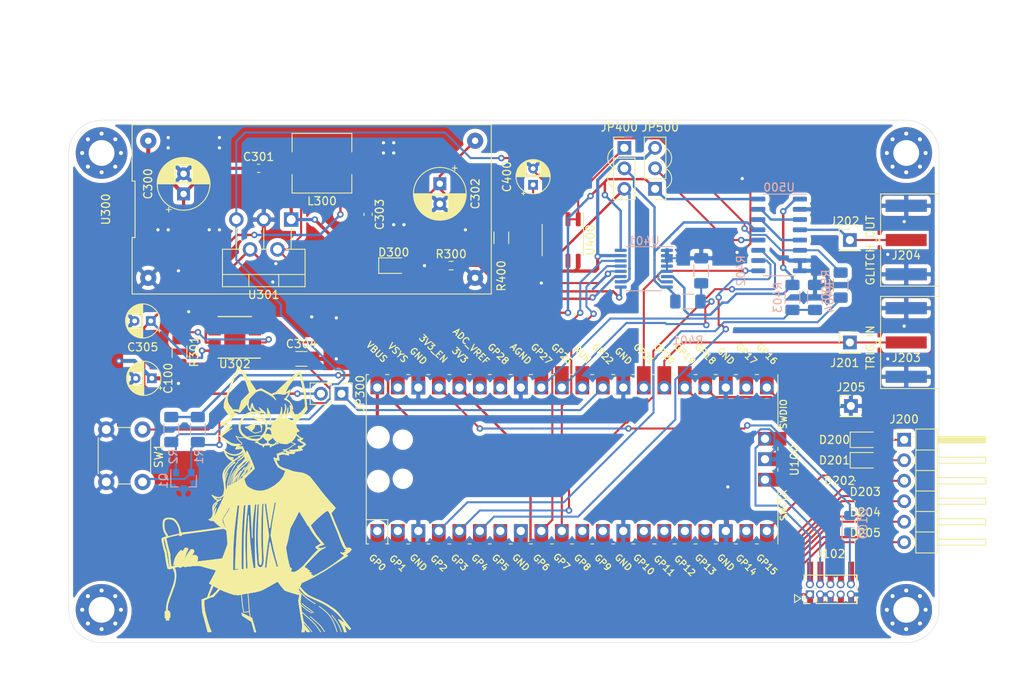
<source format=kicad_pcb>
(kicad_pcb (version 20171130) (host pcbnew 5.1.11)

  (general
    (thickness 1.6)
    (drawings 27)
    (tracks 572)
    (zones 0)
    (modules 52)
    (nets 56)
  )

  (page A4)
  (layers
    (0 F.Cu signal)
    (31 B.Cu signal)
    (32 B.Adhes user)
    (33 F.Adhes user)
    (34 B.Paste user)
    (35 F.Paste user)
    (36 B.SilkS user)
    (37 F.SilkS user)
    (38 B.Mask user)
    (39 F.Mask user)
    (40 Dwgs.User user)
    (41 Cmts.User user)
    (42 Eco1.User user)
    (43 Eco2.User user)
    (44 Edge.Cuts user)
    (45 Margin user)
    (46 B.CrtYd user)
    (47 F.CrtYd user)
    (48 B.Fab user)
    (49 F.Fab user)
  )

  (setup
    (last_trace_width 0.25)
    (user_trace_width 0.5)
    (trace_clearance 0.2)
    (zone_clearance 0.508)
    (zone_45_only no)
    (trace_min 0.2)
    (via_size 0.8)
    (via_drill 0.4)
    (via_min_size 0.4)
    (via_min_drill 0.3)
    (uvia_size 0.3)
    (uvia_drill 0.1)
    (uvias_allowed no)
    (uvia_min_size 0.2)
    (uvia_min_drill 0.1)
    (edge_width 0.05)
    (segment_width 0.2)
    (pcb_text_width 0.3)
    (pcb_text_size 1.5 1.5)
    (mod_edge_width 0.12)
    (mod_text_size 1 1)
    (mod_text_width 0.15)
    (pad_size 2.613 3.502)
    (pad_drill 0)
    (pad_to_mask_clearance 0)
    (aux_axis_origin 0 0)
    (visible_elements FFFFFF7F)
    (pcbplotparams
      (layerselection 0x010fc_ffffffff)
      (usegerberextensions false)
      (usegerberattributes true)
      (usegerberadvancedattributes true)
      (creategerberjobfile true)
      (excludeedgelayer true)
      (linewidth 0.100000)
      (plotframeref false)
      (viasonmask false)
      (mode 1)
      (useauxorigin false)
      (hpglpennumber 1)
      (hpglpenspeed 20)
      (hpglpendiameter 15.000000)
      (psnegative false)
      (psa4output false)
      (plotreference true)
      (plotvalue true)
      (plotinvisibletext false)
      (padsonsilk false)
      (subtractmaskfromsilk false)
      (outputformat 1)
      (mirror false)
      (drillshape 1)
      (scaleselection 1)
      (outputdirectory ""))
  )

  (net 0 "")
  (net 1 GND)
  (net 2 VBUS)
  (net 3 +3V3)
  (net 4 +3.3VADC)
  (net 5 EMERG)
  (net 6 "Net-(D100-Pad1)")
  (net 7 UART_RX)
  (net 8 UART_TX)
  (net 9 /controller/SWDIO)
  (net 10 /controller/SWCLK)
  (net 11 "Net-(J102-Pad6)")
  (net 12 "Net-(J102-Pad7)")
  (net 13 "Net-(J102-Pad8)")
  (net 14 GPIO_P0D)
  (net 15 GPIO_P0W)
  (net 16 GPIO_P1D)
  (net 17 GPIO_P1W)
  (net 18 TRIG_IN)
  (net 19 GLITCH_OUT)
  (net 20 P22PWM)
  (net 21 ADC0)
  (net 22 ADC1)
  (net 23 "Net-(U100-Pad34)")
  (net 24 "Net-(U100-Pad39)")
  (net 25 GPIO_S3W)
  (net 26 GPIO_S3D)
  (net 27 GPIO_S2W)
  (net 28 GPIO_S2D)
  (net 29 GPIO_S1W)
  (net 30 GPIO_S1D)
  (net 31 GPIO_S0W)
  (net 32 GPIO_S0D)
  (net 33 DPOT_DAT)
  (net 34 DPOT_CLK)
  (net 35 "Net-(U100-Pad7)")
  (net 36 MAX_SW_B)
  (net 37 MAX_SW_A)
  (net 38 MAX_EN)
  (net 39 DPOT_HI)
  (net 40 "Net-(C400-Pad1)")
  (net 41 "Net-(D300-Pad1)")
  (net 42 Vdcflt)
  (net 43 "Net-(JP400-Pad1)")
  (net 44 "Net-(R301-Pad1)")
  (net 45 Vdclo)
  (net 46 GLITCH_SIG)
  (net 47 DPOT_W)
  (net 48 "Net-(U302-Pad6)")
  (net 49 "Net-(U302-Pad3)")
  (net 50 /glitchout/Vglitch_lo)
  (net 51 /glitchout/Vglitch_hi)
  (net 52 DPOT_LO)
  (net 53 "Net-(JP500-Pad2)")
  (net 54 ~EMERG~)
  (net 55 "Net-(U100-Pad30)")

  (net_class Default "This is the default net class."
    (clearance 0.2)
    (trace_width 0.25)
    (via_dia 0.8)
    (via_drill 0.4)
    (uvia_dia 0.3)
    (uvia_drill 0.1)
    (add_net /controller/SWCLK)
    (add_net /controller/SWDIO)
    (add_net ADC0)
    (add_net ADC1)
    (add_net DPOT_CLK)
    (add_net DPOT_DAT)
    (add_net EMERG)
    (add_net GLITCH_SIG)
    (add_net GND)
    (add_net GPIO_P0D)
    (add_net GPIO_P0W)
    (add_net GPIO_P1D)
    (add_net GPIO_P1W)
    (add_net GPIO_S0D)
    (add_net GPIO_S0W)
    (add_net GPIO_S1D)
    (add_net GPIO_S1W)
    (add_net GPIO_S2D)
    (add_net GPIO_S2W)
    (add_net GPIO_S3D)
    (add_net GPIO_S3W)
    (add_net MAX_EN)
    (add_net MAX_SW_A)
    (add_net MAX_SW_B)
    (add_net "Net-(C400-Pad1)")
    (add_net "Net-(D100-Pad1)")
    (add_net "Net-(D300-Pad1)")
    (add_net "Net-(J102-Pad6)")
    (add_net "Net-(J102-Pad7)")
    (add_net "Net-(J102-Pad8)")
    (add_net "Net-(JP400-Pad1)")
    (add_net "Net-(JP500-Pad2)")
    (add_net "Net-(R301-Pad1)")
    (add_net "Net-(U100-Pad30)")
    (add_net "Net-(U100-Pad34)")
    (add_net "Net-(U100-Pad39)")
    (add_net "Net-(U100-Pad7)")
    (add_net "Net-(U302-Pad3)")
    (add_net "Net-(U302-Pad6)")
    (add_net P22PWM)
    (add_net TRIG_IN)
    (add_net UART_RX)
    (add_net UART_TX)
    (add_net ~EMERG~)
  )

  (net_class power_big ""
    (clearance 0.2)
    (trace_width 0.4)
    (via_dia 0.8)
    (via_drill 0.4)
    (uvia_dia 0.3)
    (uvia_drill 0.1)
    (add_net VBUS)
  )

  (net_class power_small ""
    (clearance 0.2)
    (trace_width 0.3)
    (via_dia 0.8)
    (via_drill 0.4)
    (uvia_dia 0.3)
    (uvia_drill 0.1)
    (add_net +3.3VADC)
    (add_net +3V3)
    (add_net /glitchout/Vglitch_hi)
    (add_net /glitchout/Vglitch_lo)
    (add_net DPOT_HI)
    (add_net DPOT_LO)
    (add_net DPOT_W)
    (add_net GLITCH_OUT)
    (add_net Vdcflt)
    (add_net Vdclo)
  )

  (module MCU_RaspberryPi_and_Boards:RPi_Pico_SMD_TH (layer F.Cu) (tedit 5F638C80) (tstamp 61C8F482)
    (at 208.788 121.158 90)
    (descr "Through hole straight pin header, 2x20, 2.54mm pitch, double rows")
    (tags "Through hole pin header THT 2x20 2.54mm double row")
    (path /61CA977C/61CA9F97)
    (fp_text reference U100 (at -0.127 27.559 90) (layer F.SilkS)
      (effects (font (size 1 1) (thickness 0.15)))
    )
    (fp_text value Pico (at 0 2.159 90) (layer F.Fab)
      (effects (font (size 1 1) (thickness 0.15)))
    )
    (fp_text user %R (at 0 0 270) (layer F.Fab)
      (effects (font (size 1 1) (thickness 0.15)))
    )
    (fp_text user GP1 (at -12.9 -21.6 135) (layer F.SilkS)
      (effects (font (size 0.8 0.8) (thickness 0.15)))
    )
    (fp_text user GP2 (at -12.9 -16.51 135) (layer F.SilkS)
      (effects (font (size 0.8 0.8) (thickness 0.15)))
    )
    (fp_text user GP0 (at -12.8 -24.13 135) (layer F.SilkS)
      (effects (font (size 0.8 0.8) (thickness 0.15)))
    )
    (fp_text user GP3 (at -12.8 -13.97 135) (layer F.SilkS)
      (effects (font (size 0.8 0.8) (thickness 0.15)))
    )
    (fp_text user GP4 (at -12.8 -11.43 135) (layer F.SilkS)
      (effects (font (size 0.8 0.8) (thickness 0.15)))
    )
    (fp_text user GP5 (at -12.8 -8.89 135) (layer F.SilkS)
      (effects (font (size 0.8 0.8) (thickness 0.15)))
    )
    (fp_text user GP6 (at -12.8 -3.81 135) (layer F.SilkS)
      (effects (font (size 0.8 0.8) (thickness 0.15)))
    )
    (fp_text user GP7 (at -12.7 -1.3 135) (layer F.SilkS)
      (effects (font (size 0.8 0.8) (thickness 0.15)))
    )
    (fp_text user GP8 (at -12.8 1.27 135) (layer F.SilkS)
      (effects (font (size 0.8 0.8) (thickness 0.15)))
    )
    (fp_text user GP9 (at -12.8 3.81 135) (layer F.SilkS)
      (effects (font (size 0.8 0.8) (thickness 0.15)))
    )
    (fp_text user GP10 (at -13.054 8.89 135) (layer F.SilkS)
      (effects (font (size 0.8 0.8) (thickness 0.15)))
    )
    (fp_text user GP11 (at -13.2 11.43 135) (layer F.SilkS)
      (effects (font (size 0.8 0.8) (thickness 0.15)))
    )
    (fp_text user GP12 (at -13.2 13.97 135) (layer F.SilkS)
      (effects (font (size 0.8 0.8) (thickness 0.15)))
    )
    (fp_text user GP13 (at -13.054 16.51 135) (layer F.SilkS)
      (effects (font (size 0.8 0.8) (thickness 0.15)))
    )
    (fp_text user GP14 (at -13.1 21.59 135) (layer F.SilkS)
      (effects (font (size 0.8 0.8) (thickness 0.15)))
    )
    (fp_text user GP15 (at -13.054 24.13 135) (layer F.SilkS)
      (effects (font (size 0.8 0.8) (thickness 0.15)))
    )
    (fp_text user GP16 (at 13.054 24.13 135) (layer F.SilkS)
      (effects (font (size 0.8 0.8) (thickness 0.15)))
    )
    (fp_text user GP17 (at 13.054 21.59 135) (layer F.SilkS)
      (effects (font (size 0.8 0.8) (thickness 0.15)))
    )
    (fp_text user GP18 (at 13.054 16.51 135) (layer F.SilkS)
      (effects (font (size 0.8 0.8) (thickness 0.15)))
    )
    (fp_text user GP19 (at 13.054 13.97 135) (layer F.SilkS)
      (effects (font (size 0.8 0.8) (thickness 0.15)))
    )
    (fp_text user GP20 (at 13.054 11.43 135) (layer F.SilkS)
      (effects (font (size 0.8 0.8) (thickness 0.15)))
    )
    (fp_text user GP21 (at 13.054 8.9 135) (layer F.SilkS)
      (effects (font (size 0.8 0.8) (thickness 0.15)))
    )
    (fp_text user GP22 (at 13.054 3.81 135) (layer F.SilkS)
      (effects (font (size 0.8 0.8) (thickness 0.15)))
    )
    (fp_text user RUN (at 13 1.27 135) (layer F.SilkS)
      (effects (font (size 0.8 0.8) (thickness 0.15)))
    )
    (fp_text user GP26 (at 13.054 -1.27 135) (layer F.SilkS)
      (effects (font (size 0.8 0.8) (thickness 0.15)))
    )
    (fp_text user GP27 (at 13.054 -3.8 135) (layer F.SilkS)
      (effects (font (size 0.8 0.8) (thickness 0.15)))
    )
    (fp_text user GP28 (at 13.054 -9.144 135) (layer F.SilkS)
      (effects (font (size 0.8 0.8) (thickness 0.15)))
    )
    (fp_text user ADC_VREF (at 14 -12.5 135) (layer F.SilkS)
      (effects (font (size 0.8 0.8) (thickness 0.15)))
    )
    (fp_text user 3V3 (at 12.9 -13.9 135) (layer F.SilkS)
      (effects (font (size 0.8 0.8) (thickness 0.15)))
    )
    (fp_text user 3V3_EN (at 13.7 -17.2 135) (layer F.SilkS)
      (effects (font (size 0.8 0.8) (thickness 0.15)))
    )
    (fp_text user VSYS (at 13.2 -21.59 135) (layer F.SilkS)
      (effects (font (size 0.8 0.8) (thickness 0.15)))
    )
    (fp_text user VBUS (at 13.3 -24.2 135) (layer F.SilkS)
      (effects (font (size 0.8 0.8) (thickness 0.15)))
    )
    (fp_text user GND (at -12.8 -19.05 135) (layer F.SilkS)
      (effects (font (size 0.8 0.8) (thickness 0.15)))
    )
    (fp_text user GND (at -12.8 -6.35 135) (layer F.SilkS)
      (effects (font (size 0.8 0.8) (thickness 0.15)))
    )
    (fp_text user GND (at -12.8 6.35 135) (layer F.SilkS)
      (effects (font (size 0.8 0.8) (thickness 0.15)))
    )
    (fp_text user GND (at -12.8 19.05 135) (layer F.SilkS)
      (effects (font (size 0.8 0.8) (thickness 0.15)))
    )
    (fp_text user GND (at 12.8 19.05 135) (layer F.SilkS)
      (effects (font (size 0.8 0.8) (thickness 0.15)))
    )
    (fp_text user GND (at 12.8 6.35 135) (layer F.SilkS)
      (effects (font (size 0.8 0.8) (thickness 0.15)))
    )
    (fp_text user GND (at 12.8 -19.05 135) (layer F.SilkS)
      (effects (font (size 0.8 0.8) (thickness 0.15)))
    )
    (fp_text user AGND (at 13.054 -6.35 135) (layer F.SilkS)
      (effects (font (size 0.8 0.8) (thickness 0.15)))
    )
    (fp_text user SWCLK (at -5.7 26.2 90) (layer F.SilkS)
      (effects (font (size 0.8 0.8) (thickness 0.15)))
    )
    (fp_text user SWDIO (at 5.6 26.2 90) (layer F.SilkS)
      (effects (font (size 0.8 0.8) (thickness 0.15)))
    )
    (fp_poly (pts (xy 3.7 -20.2) (xy -3.7 -20.2) (xy -3.7 -24.9) (xy 3.7 -24.9)) (layer Dwgs.User) (width 0.1))
    (fp_poly (pts (xy -1.5 -11.5) (xy -3.5 -11.5) (xy -3.5 -13.5) (xy -1.5 -13.5)) (layer Dwgs.User) (width 0.1))
    (fp_poly (pts (xy -1.5 -14) (xy -3.5 -14) (xy -3.5 -16) (xy -1.5 -16)) (layer Dwgs.User) (width 0.1))
    (fp_poly (pts (xy -1.5 -16.5) (xy -3.5 -16.5) (xy -3.5 -18.5) (xy -1.5 -18.5)) (layer Dwgs.User) (width 0.1))
    (fp_line (start -10.5 -25.5) (end 10.5 -25.5) (layer F.Fab) (width 0.12))
    (fp_line (start 10.5 -25.5) (end 10.5 25.5) (layer F.Fab) (width 0.12))
    (fp_line (start 10.5 25.5) (end -10.5 25.5) (layer F.Fab) (width 0.12))
    (fp_line (start -10.5 25.5) (end -10.5 -25.5) (layer F.Fab) (width 0.12))
    (fp_line (start -10.5 -24.2) (end -9.2 -25.5) (layer F.Fab) (width 0.12))
    (fp_line (start -11 -26) (end 11 -26) (layer F.CrtYd) (width 0.12))
    (fp_line (start 11 -26) (end 11 26) (layer F.CrtYd) (width 0.12))
    (fp_line (start 11 26) (end -11 26) (layer F.CrtYd) (width 0.12))
    (fp_line (start -11 26) (end -11 -26) (layer F.CrtYd) (width 0.12))
    (fp_line (start -10.5 -25.5) (end 10.5 -25.5) (layer F.SilkS) (width 0.12))
    (fp_line (start -3.7 25.5) (end -10.5 25.5) (layer F.SilkS) (width 0.12))
    (fp_line (start -10.5 -22.833) (end -7.493 -22.833) (layer F.SilkS) (width 0.12))
    (fp_line (start -7.493 -22.833) (end -7.493 -25.5) (layer F.SilkS) (width 0.12))
    (fp_line (start -10.5 -25.5) (end -10.5 -25.2) (layer F.SilkS) (width 0.12))
    (fp_line (start -10.5 -23.1) (end -10.5 -22.7) (layer F.SilkS) (width 0.12))
    (fp_line (start -10.5 -20.5) (end -10.5 -20.1) (layer F.SilkS) (width 0.12))
    (fp_line (start -10.5 -18) (end -10.5 -17.6) (layer F.SilkS) (width 0.12))
    (fp_line (start -10.5 -15.4) (end -10.5 -15) (layer F.SilkS) (width 0.12))
    (fp_line (start -10.5 -12.9) (end -10.5 -12.5) (layer F.SilkS) (width 0.12))
    (fp_line (start -10.5 -10.4) (end -10.5 -10) (layer F.SilkS) (width 0.12))
    (fp_line (start -10.5 -7.8) (end -10.5 -7.4) (layer F.SilkS) (width 0.12))
    (fp_line (start -10.5 -5.3) (end -10.5 -4.9) (layer F.SilkS) (width 0.12))
    (fp_line (start -10.5 -2.7) (end -10.5 -2.3) (layer F.SilkS) (width 0.12))
    (fp_line (start -10.5 -0.2) (end -10.5 0.2) (layer F.SilkS) (width 0.12))
    (fp_line (start -10.5 2.3) (end -10.5 2.7) (layer F.SilkS) (width 0.12))
    (fp_line (start -10.5 4.9) (end -10.5 5.3) (layer F.SilkS) (width 0.12))
    (fp_line (start -10.5 7.4) (end -10.5 7.8) (layer F.SilkS) (width 0.12))
    (fp_line (start -10.5 10) (end -10.5 10.4) (layer F.SilkS) (width 0.12))
    (fp_line (start -10.5 12.5) (end -10.5 12.9) (layer F.SilkS) (width 0.12))
    (fp_line (start -10.5 15.1) (end -10.5 15.5) (layer F.SilkS) (width 0.12))
    (fp_line (start -10.5 17.6) (end -10.5 18) (layer F.SilkS) (width 0.12))
    (fp_line (start -10.5 20.1) (end -10.5 20.5) (layer F.SilkS) (width 0.12))
    (fp_line (start -10.5 22.7) (end -10.5 23.1) (layer F.SilkS) (width 0.12))
    (fp_line (start 10.5 -10.4) (end 10.5 -10) (layer F.SilkS) (width 0.12))
    (fp_line (start 10.5 -5.3) (end 10.5 -4.9) (layer F.SilkS) (width 0.12))
    (fp_line (start 10.5 2.3) (end 10.5 2.7) (layer F.SilkS) (width 0.12))
    (fp_line (start 10.5 10) (end 10.5 10.4) (layer F.SilkS) (width 0.12))
    (fp_line (start 10.5 -20.5) (end 10.5 -20.1) (layer F.SilkS) (width 0.12))
    (fp_line (start 10.5 -23.1) (end 10.5 -22.7) (layer F.SilkS) (width 0.12))
    (fp_line (start 10.5 -15.4) (end 10.5 -15) (layer F.SilkS) (width 0.12))
    (fp_line (start 10.5 17.6) (end 10.5 18) (layer F.SilkS) (width 0.12))
    (fp_line (start 10.5 22.7) (end 10.5 23.1) (layer F.SilkS) (width 0.12))
    (fp_line (start 10.5 20.1) (end 10.5 20.5) (layer F.SilkS) (width 0.12))
    (fp_line (start 10.5 4.9) (end 10.5 5.3) (layer F.SilkS) (width 0.12))
    (fp_line (start 10.5 -0.2) (end 10.5 0.2) (layer F.SilkS) (width 0.12))
    (fp_line (start 10.5 -12.9) (end 10.5 -12.5) (layer F.SilkS) (width 0.12))
    (fp_line (start 10.5 -7.8) (end 10.5 -7.4) (layer F.SilkS) (width 0.12))
    (fp_line (start 10.5 12.5) (end 10.5 12.9) (layer F.SilkS) (width 0.12))
    (fp_line (start 10.5 -2.7) (end 10.5 -2.3) (layer F.SilkS) (width 0.12))
    (fp_line (start 10.5 -25.5) (end 10.5 -25.2) (layer F.SilkS) (width 0.12))
    (fp_line (start 10.5 -18) (end 10.5 -17.6) (layer F.SilkS) (width 0.12))
    (fp_line (start 10.5 7.4) (end 10.5 7.8) (layer F.SilkS) (width 0.12))
    (fp_line (start 10.5 15.1) (end 10.5 15.5) (layer F.SilkS) (width 0.12))
    (fp_line (start 10.5 25.5) (end 3.7 25.5) (layer F.SilkS) (width 0.12))
    (fp_line (start -1.5 25.5) (end -1.1 25.5) (layer F.SilkS) (width 0.12))
    (fp_line (start 1.1 25.5) (end 1.5 25.5) (layer F.SilkS) (width 0.12))
    (pad 1 thru_hole oval (at -8.89 -24.13 90) (size 1.7 1.7) (drill 1.02) (layers *.Cu *.Mask)
      (net 8 UART_TX))
    (pad 2 thru_hole oval (at -8.89 -21.59 90) (size 1.7 1.7) (drill 1.02) (layers *.Cu *.Mask)
      (net 7 UART_RX))
    (pad 3 thru_hole rect (at -8.89 -19.05 90) (size 1.7 1.7) (drill 1.02) (layers *.Cu *.Mask)
      (net 1 GND))
    (pad 4 thru_hole oval (at -8.89 -16.51 90) (size 1.7 1.7) (drill 1.02) (layers *.Cu *.Mask)
      (net 38 MAX_EN))
    (pad 5 thru_hole oval (at -8.89 -13.97 90) (size 1.7 1.7) (drill 1.02) (layers *.Cu *.Mask)
      (net 37 MAX_SW_A))
    (pad 6 thru_hole oval (at -8.89 -11.43 90) (size 1.7 1.7) (drill 1.02) (layers *.Cu *.Mask)
      (net 36 MAX_SW_B))
    (pad 7 thru_hole oval (at -8.89 -8.89 90) (size 1.7 1.7) (drill 1.02) (layers *.Cu *.Mask)
      (net 35 "Net-(U100-Pad7)"))
    (pad 8 thru_hole rect (at -8.89 -6.35 90) (size 1.7 1.7) (drill 1.02) (layers *.Cu *.Mask)
      (net 1 GND))
    (pad 9 thru_hole oval (at -8.89 -3.81 90) (size 1.7 1.7) (drill 1.02) (layers *.Cu *.Mask)
      (net 34 DPOT_CLK))
    (pad 10 thru_hole oval (at -8.89 -1.27 90) (size 1.7 1.7) (drill 1.02) (layers *.Cu *.Mask)
      (net 33 DPOT_DAT))
    (pad 11 thru_hole oval (at -8.89 1.27 90) (size 1.7 1.7) (drill 1.02) (layers *.Cu *.Mask)
      (net 32 GPIO_S0D))
    (pad 12 thru_hole oval (at -8.89 3.81 90) (size 1.7 1.7) (drill 1.02) (layers *.Cu *.Mask)
      (net 31 GPIO_S0W))
    (pad 13 thru_hole rect (at -8.89 6.35 90) (size 1.7 1.7) (drill 1.02) (layers *.Cu *.Mask)
      (net 1 GND))
    (pad 14 thru_hole oval (at -8.89 8.89 90) (size 1.7 1.7) (drill 1.02) (layers *.Cu *.Mask)
      (net 30 GPIO_S1D))
    (pad 15 thru_hole oval (at -8.89 11.43 90) (size 1.7 1.7) (drill 1.02) (layers *.Cu *.Mask)
      (net 29 GPIO_S1W))
    (pad 16 thru_hole oval (at -8.89 13.97 90) (size 1.7 1.7) (drill 1.02) (layers *.Cu *.Mask)
      (net 28 GPIO_S2D))
    (pad 17 thru_hole oval (at -8.89 16.51 90) (size 1.7 1.7) (drill 1.02) (layers *.Cu *.Mask)
      (net 27 GPIO_S2W))
    (pad 18 thru_hole rect (at -8.89 19.05 90) (size 1.7 1.7) (drill 1.02) (layers *.Cu *.Mask)
      (net 1 GND))
    (pad 19 thru_hole oval (at -8.89 21.59 90) (size 1.7 1.7) (drill 1.02) (layers *.Cu *.Mask)
      (net 26 GPIO_S3D))
    (pad 20 thru_hole oval (at -8.89 24.13 90) (size 1.7 1.7) (drill 1.02) (layers *.Cu *.Mask)
      (net 25 GPIO_S3W))
    (pad 21 thru_hole oval (at 8.89 24.13 90) (size 1.7 1.7) (drill 1.02) (layers *.Cu *.Mask)
      (net 14 GPIO_P0D))
    (pad 22 thru_hole oval (at 8.89 21.59 90) (size 1.7 1.7) (drill 1.02) (layers *.Cu *.Mask)
      (net 15 GPIO_P0W))
    (pad 23 thru_hole rect (at 8.89 19.05 90) (size 1.7 1.7) (drill 1.02) (layers *.Cu *.Mask)
      (net 1 GND))
    (pad 24 thru_hole oval (at 8.89 16.51 90) (size 1.7 1.7) (drill 1.02) (layers *.Cu *.Mask)
      (net 16 GPIO_P1D))
    (pad 25 thru_hole oval (at 8.89 13.97 90) (size 1.7 1.7) (drill 1.02) (layers *.Cu *.Mask)
      (net 17 GPIO_P1W))
    (pad 26 thru_hole oval (at 8.89 11.43 90) (size 1.7 1.7) (drill 1.02) (layers *.Cu *.Mask)
      (net 18 TRIG_IN))
    (pad 27 thru_hole oval (at 8.89 8.89 90) (size 1.7 1.7) (drill 1.02) (layers *.Cu *.Mask)
      (net 46 GLITCH_SIG))
    (pad 28 thru_hole rect (at 8.89 6.35 90) (size 1.7 1.7) (drill 1.02) (layers *.Cu *.Mask)
      (net 1 GND))
    (pad 29 thru_hole oval (at 8.89 3.81 90) (size 1.7 1.7) (drill 1.02) (layers *.Cu *.Mask)
      (net 20 P22PWM))
    (pad 30 thru_hole oval (at 8.89 1.27 90) (size 1.7 1.7) (drill 1.02) (layers *.Cu *.Mask)
      (net 55 "Net-(U100-Pad30)"))
    (pad 31 thru_hole oval (at 8.89 -1.27 90) (size 1.7 1.7) (drill 1.02) (layers *.Cu *.Mask)
      (net 21 ADC0))
    (pad 32 thru_hole oval (at 8.89 -3.81 90) (size 1.7 1.7) (drill 1.02) (layers *.Cu *.Mask)
      (net 22 ADC1))
    (pad 33 thru_hole rect (at 8.89 -6.35 90) (size 1.7 1.7) (drill 1.02) (layers *.Cu *.Mask)
      (net 1 GND))
    (pad 34 thru_hole oval (at 8.89 -8.89 90) (size 1.7 1.7) (drill 1.02) (layers *.Cu *.Mask)
      (net 23 "Net-(U100-Pad34)"))
    (pad 35 thru_hole oval (at 8.89 -11.43 90) (size 1.7 1.7) (drill 1.02) (layers *.Cu *.Mask)
      (net 4 +3.3VADC))
    (pad 36 thru_hole oval (at 8.89 -13.97 90) (size 1.7 1.7) (drill 1.02) (layers *.Cu *.Mask)
      (net 3 +3V3))
    (pad 37 thru_hole oval (at 8.89 -16.51 90) (size 1.7 1.7) (drill 1.02) (layers *.Cu *.Mask)
      (net 5 EMERG))
    (pad 38 thru_hole rect (at 8.89 -19.05 90) (size 1.7 1.7) (drill 1.02) (layers *.Cu *.Mask)
      (net 1 GND))
    (pad 39 thru_hole oval (at 8.89 -21.59 90) (size 1.7 1.7) (drill 1.02) (layers *.Cu *.Mask)
      (net 24 "Net-(U100-Pad39)"))
    (pad 40 thru_hole oval (at 8.89 -24.13 90) (size 1.7 1.7) (drill 1.02) (layers *.Cu *.Mask)
      (net 2 VBUS))
    (pad 1 smd rect (at -8.89 -24.13 90) (size 3.5 1.7) (drill (offset -0.9 0)) (layers F.Cu F.Mask)
      (net 8 UART_TX))
    (pad 2 smd rect (at -8.89 -21.59 90) (size 3.5 1.7) (drill (offset -0.9 0)) (layers F.Cu F.Mask)
      (net 7 UART_RX))
    (pad 3 smd rect (at -8.89 -19.05 90) (size 3.5 1.7) (drill (offset -0.9 0)) (layers F.Cu F.Mask)
      (net 1 GND))
    (pad 4 smd rect (at -8.89 -16.51 90) (size 3.5 1.7) (drill (offset -0.9 0)) (layers F.Cu F.Mask)
      (net 38 MAX_EN))
    (pad 5 smd rect (at -8.89 -13.97 90) (size 3.5 1.7) (drill (offset -0.9 0)) (layers F.Cu F.Mask)
      (net 37 MAX_SW_A))
    (pad 6 smd rect (at -8.89 -11.43 90) (size 3.5 1.7) (drill (offset -0.9 0)) (layers F.Cu F.Mask)
      (net 36 MAX_SW_B))
    (pad 7 smd rect (at -8.89 -8.89 90) (size 3.5 1.7) (drill (offset -0.9 0)) (layers F.Cu F.Mask)
      (net 35 "Net-(U100-Pad7)"))
    (pad 8 smd rect (at -8.89 -6.35 90) (size 3.5 1.7) (drill (offset -0.9 0)) (layers F.Cu F.Mask)
      (net 1 GND))
    (pad 9 smd rect (at -8.89 -3.81 90) (size 3.5 1.7) (drill (offset -0.9 0)) (layers F.Cu F.Mask)
      (net 34 DPOT_CLK))
    (pad 10 smd rect (at -8.89 -1.27 90) (size 3.5 1.7) (drill (offset -0.9 0)) (layers F.Cu F.Mask)
      (net 33 DPOT_DAT))
    (pad 11 smd rect (at -8.89 1.27 90) (size 3.5 1.7) (drill (offset -0.9 0)) (layers F.Cu F.Mask)
      (net 32 GPIO_S0D))
    (pad 12 smd rect (at -8.89 3.81 90) (size 3.5 1.7) (drill (offset -0.9 0)) (layers F.Cu F.Mask)
      (net 31 GPIO_S0W))
    (pad 13 smd rect (at -8.89 6.35 90) (size 3.5 1.7) (drill (offset -0.9 0)) (layers F.Cu F.Mask)
      (net 1 GND))
    (pad 14 smd rect (at -8.89 8.89 90) (size 3.5 1.7) (drill (offset -0.9 0)) (layers F.Cu F.Mask)
      (net 30 GPIO_S1D))
    (pad 15 smd rect (at -8.89 11.43 90) (size 3.5 1.7) (drill (offset -0.9 0)) (layers F.Cu F.Mask)
      (net 29 GPIO_S1W))
    (pad 16 smd rect (at -8.89 13.97 90) (size 3.5 1.7) (drill (offset -0.9 0)) (layers F.Cu F.Mask)
      (net 28 GPIO_S2D))
    (pad 17 smd rect (at -8.89 16.51 90) (size 3.5 1.7) (drill (offset -0.9 0)) (layers F.Cu F.Mask)
      (net 27 GPIO_S2W))
    (pad 18 smd rect (at -8.89 19.05 90) (size 3.5 1.7) (drill (offset -0.9 0)) (layers F.Cu F.Mask)
      (net 1 GND))
    (pad 19 smd rect (at -8.89 21.59 90) (size 3.5 1.7) (drill (offset -0.9 0)) (layers F.Cu F.Mask)
      (net 26 GPIO_S3D))
    (pad 20 smd rect (at -8.89 24.13 90) (size 3.5 1.7) (drill (offset -0.9 0)) (layers F.Cu F.Mask)
      (net 25 GPIO_S3W))
    (pad 40 smd rect (at 8.89 -24.13 90) (size 3.5 1.7) (drill (offset 0.9 0)) (layers F.Cu F.Mask)
      (net 2 VBUS))
    (pad 39 smd rect (at 8.89 -21.59 90) (size 3.5 1.7) (drill (offset 0.9 0)) (layers F.Cu F.Mask)
      (net 24 "Net-(U100-Pad39)"))
    (pad 38 smd rect (at 8.89 -19.05 90) (size 3.5 1.7) (drill (offset 0.9 0)) (layers F.Cu F.Mask)
      (net 1 GND))
    (pad 37 smd rect (at 8.89 -16.51 90) (size 3.5 1.7) (drill (offset 0.9 0)) (layers F.Cu F.Mask)
      (net 5 EMERG))
    (pad 36 smd rect (at 8.89 -13.97 90) (size 3.5 1.7) (drill (offset 0.9 0)) (layers F.Cu F.Mask)
      (net 3 +3V3))
    (pad 35 smd rect (at 8.89 -11.43 90) (size 3.5 1.7) (drill (offset 0.9 0)) (layers F.Cu F.Mask)
      (net 4 +3.3VADC))
    (pad 34 smd rect (at 8.89 -8.89 90) (size 3.5 1.7) (drill (offset 0.9 0)) (layers F.Cu F.Mask)
      (net 23 "Net-(U100-Pad34)"))
    (pad 33 smd rect (at 8.89 -6.35 90) (size 3.5 1.7) (drill (offset 0.9 0)) (layers F.Cu F.Mask)
      (net 1 GND))
    (pad 32 smd rect (at 8.89 -3.81 90) (size 3.5 1.7) (drill (offset 0.9 0)) (layers F.Cu F.Mask)
      (net 22 ADC1))
    (pad 31 smd rect (at 8.89 -1.27 90) (size 3.5 1.7) (drill (offset 0.9 0)) (layers F.Cu F.Mask)
      (net 21 ADC0))
    (pad 30 smd rect (at 8.89 1.27 90) (size 3.5 1.7) (drill (offset 0.9 0)) (layers F.Cu F.Mask)
      (net 55 "Net-(U100-Pad30)"))
    (pad 29 smd rect (at 8.89 3.81 90) (size 3.5 1.7) (drill (offset 0.9 0)) (layers F.Cu F.Mask)
      (net 20 P22PWM))
    (pad 28 smd rect (at 8.89 6.35 90) (size 3.5 1.7) (drill (offset 0.9 0)) (layers F.Cu F.Mask)
      (net 1 GND))
    (pad 27 smd rect (at 8.89 8.89 90) (size 3.5 1.7) (drill (offset 0.9 0)) (layers F.Cu F.Mask)
      (net 46 GLITCH_SIG))
    (pad 26 smd rect (at 8.89 11.43 90) (size 3.5 1.7) (drill (offset 0.9 0)) (layers F.Cu F.Mask)
      (net 18 TRIG_IN))
    (pad 25 smd rect (at 8.89 13.97 90) (size 3.5 1.7) (drill (offset 0.9 0)) (layers F.Cu F.Mask)
      (net 17 GPIO_P1W))
    (pad 24 smd rect (at 8.89 16.51 90) (size 3.5 1.7) (drill (offset 0.9 0)) (layers F.Cu F.Mask)
      (net 16 GPIO_P1D))
    (pad 23 smd rect (at 8.89 19.05 90) (size 3.5 1.7) (drill (offset 0.9 0)) (layers F.Cu F.Mask)
      (net 1 GND))
    (pad 22 smd rect (at 8.89 21.59 90) (size 3.5 1.7) (drill (offset 0.9 0)) (layers F.Cu F.Mask)
      (net 15 GPIO_P0W))
    (pad 21 smd rect (at 8.89 24.13 90) (size 3.5 1.7) (drill (offset 0.9 0)) (layers F.Cu F.Mask)
      (net 14 GPIO_P0D))
    (pad "" np_thru_hole oval (at -2.725 -24 90) (size 1.8 1.8) (drill 1.8) (layers *.Cu *.Mask))
    (pad "" np_thru_hole oval (at 2.725 -24 90) (size 1.8 1.8) (drill 1.8) (layers *.Cu *.Mask))
    (pad "" np_thru_hole oval (at -2.425 -20.97 90) (size 1.5 1.5) (drill 1.5) (layers *.Cu *.Mask))
    (pad "" np_thru_hole oval (at 2.425 -20.97 90) (size 1.5 1.5) (drill 1.5) (layers *.Cu *.Mask))
    (pad 41 smd rect (at -2.54 23.9 180) (size 3.5 1.7) (drill (offset -0.9 0)) (layers F.Cu F.Mask)
      (net 10 /controller/SWCLK))
    (pad 41 thru_hole oval (at -2.54 23.9 90) (size 1.7 1.7) (drill 1.02) (layers *.Cu *.Mask)
      (net 10 /controller/SWCLK))
    (pad 42 smd rect (at 0 23.9 180) (size 3.5 1.7) (drill (offset -0.9 0)) (layers F.Cu F.Mask)
      (net 1 GND))
    (pad 42 thru_hole rect (at 0 23.9 90) (size 1.7 1.7) (drill 1.02) (layers *.Cu *.Mask)
      (net 1 GND))
    (pad 43 smd rect (at 2.54 23.9 180) (size 3.5 1.7) (drill (offset -0.9 0)) (layers F.Cu F.Mask)
      (net 9 /controller/SWDIO))
    (pad 43 thru_hole oval (at 2.54 23.9 90) (size 1.7 1.7) (drill 1.02) (layers *.Cu *.Mask)
      (net 9 /controller/SWDIO))
  )

  (module graphics:xenia (layer F.Cu) (tedit 61BE216C) (tstamp 61CB4A93)
    (at 171.069 126.238)
    (fp_text reference REF** (at 0 0.5) (layer F.SilkS) hide
      (effects (font (size 1 1) (thickness 0.15)))
    )
    (fp_text value xenia (at 0 -0.5) (layer F.Fab)
      (effects (font (size 1 1) (thickness 0.15)))
    )
    (fp_poly (pts (xy -5.2832 -3.7084) (xy -5.3848 -3.4036) (xy -5.4356 -3.048) (xy -5.4102 -2.7432)
      (xy -5.2832 -2.794) (xy -5.3086 -2.5654) (xy -5.3086 -2.2098) (xy -5.2578 -1.7272)
      (xy -5.226329 -1.241976) (xy -5.2832 -0.8128) (xy -5.4102 -0.7366) (xy -5.3848 -0.9652)
      (xy -5.334 -1.6002) (xy -5.3848 -1.9812) (xy -5.461 -2.4638) (xy -5.5626 -3.048)
      (xy -5.461 -3.4798) (xy -5.3594 -3.7592)) (layer F.SilkS) (width 0.1))
    (fp_poly (pts (xy -6.5786 -0.4572) (xy -6.6802 -0.3556) (xy -6.858 -0.5842)) (layer F.SilkS) (width 0.1))
    (fp_poly (pts (xy -6.6294 1.9812) (xy -6.8072 2.2352) (xy -6.9088 2.3876) (xy -6.7818 2.413)
      (xy -6.8072 2.5146) (xy -7.0866 2.4892) (xy -7.2644 2.413) (xy -7.0358 2.286)
      (xy -6.7818 1.9304)) (layer F.SilkS) (width 0.1))
    (fp_poly (pts (xy -4.7244 -5.1816) (xy -4.5212 -5.1054) (xy -4.2164 -5.0038) (xy -4.0894 -4.9276)
      (xy -4.3942 -4.699) (xy -4.4704 -4.699) (xy -4.3434 -4.9022) (xy -4.699 -5.1054)
      (xy -4.953 -5.3594) (xy -4.9022 -5.3848)) (layer F.SilkS) (width 0.1))
    (fp_poly (pts (xy -4.9022 -5.4356) (xy -4.9784 -5.334) (xy -5.207 -5.7404)) (layer F.SilkS) (width 0.1))
    (fp_poly (pts (xy -5.2324 -6.0706) (xy -5.1816 -5.969) (xy -5.334 -5.9436) (xy -5.461 -6.2992)) (layer F.SilkS) (width 0.1))
    (fp_poly (pts (xy -2.9972 -6.0198) (xy -3.302 -5.7912) (xy -3.429 -5.8166) (xy -3.06859 -6.173224)) (layer F.SilkS) (width 0.1))
    (fp_poly (pts (xy 5.1816 16.2814) (xy 4.90149 16.307955) (xy 4.4958 15.8496) (xy 4.5466 15.5194)) (layer F.SilkS) (width 0.1))
    (fp_poly (pts (xy 4.5212 11.3538) (xy 4.8768 11.6586) (xy 5.1054 11.8364) (xy 5.588 12.065)
      (xy 6.0452 12.2682) (xy 6.5786 12.4968) (xy 7.2898 12.8778) (xy 8.3312 13.5636)
      (xy 8.8392 14.0716) (xy 9.2456 14.605) (xy 9.7028 15.1638) (xy 9.9822 15.5448)
      (xy 10.287 15.9258) (xy 10.153777 16.03534) (xy 9.8552 15.7226) (xy 9.43056 15.392464)
      (xy 9.5758 15.8242) (xy 9.731897 16.316587) (xy 9.500845 16.316587) (xy 9.4234 15.9766)
      (xy 9.1694 15.4432) (xy 8.8138 14.8082) (xy 9.7028 15.3416) (xy 8.9154 14.2748)
      (xy 7.9502 13.462) (xy 7.0866 12.8778) (xy 6.3246 12.5222) (xy 5.0038 11.9126)
      (xy 4.5974 11.6586) (xy 3.9116 10.8204) (xy 3.9878 10.7442)) (layer F.SilkS) (width 0.1))
    (fp_poly (pts (xy 2.4638 -3.81) (xy 3.2004 -3.5306) (xy 3.8354 -3.429) (xy 4.3434 -3.3528)
      (xy 4.7244 -3.2004) (xy 5.207 -2.921) (xy 5.4102 -2.667) (xy 6.7564 -0.889)
      (xy 8.382 0.9652) (xy 7.874 1.5748) (xy 7.747 1.651) (xy 7.4676 1.27)
      (xy 7.1882 1.3716) (xy 6.4008 2.0066) (xy 5.334 3.0734) (xy 5.1308 3.175)
      (xy 5.0292 3.1496) (xy 4.7498 2.667) (xy 3.905488 1.312175) (xy 3.0988 2.8702)
      (xy 2.768405 3.498452) (xy 2.4892 4.9784) (xy 2.230085 5.887995) (xy 2.3876 6.9342)
      (xy 2.7178 8.2804) (xy 2.9718 8.509) (xy 2.8194 8.763) (xy 2.998458 8.928026)
      (xy 3.3782 8.9916) (xy 1.242735 10.054437) (xy -0.8382 11.2014) (xy -1.56077 11.367217)
      (xy -3.0226 11.6078) (xy -3.6322 11.7348) (xy -4.2164 11.684) (xy -5.6642 11.1506)
      (xy -7.1882 10.3124) (xy -5.588 7.239) (xy -4.9276 5.4356) (xy -5.08 3.7084)
      (xy -5.0292 3.5052) (xy -5.461 2.3368) (xy -4.6736 1.0414) (xy -3.7846 0.6604)
      (xy -3.9624 2.159) (xy -4.1656 3.683) (xy -4.2672 5.1816) (xy -4.318 7.0358)
      (xy -4.324302 8.722316) (xy -3.623323 8.650245) (xy -3.6068 8.4582) (xy -3.9878 8.509)
      (xy -3.9624 7.366) (xy -3.81 4.3434) (xy -3.4798 0.6604) (xy -2.9972 0.6096)
      (xy -3.1242 2.0828) (xy -3.2004 3.3782) (xy -3.2512 5.0546) (xy -3.2766 7.7978)
      (xy -3.2766 8.6106) (xy -2.9464 8.5852) (xy -2.9464 7.874) (xy -2.921 5.8166)
      (xy -2.8956 4.0132) (xy -2.794 2.2098) (xy -2.6924 0.6096) (xy -2.4892 0.5842)
      (xy -2.5908 1.651) (xy -2.7178 2.8448) (xy -2.794 4.3434) (xy -2.794 5.5626)
      (xy -2.7686 6.604) (xy -2.7178 8.509) (xy -2.4638 8.509) (xy -2.4638 7.8486)
      (xy -2.4892 6.5786) (xy -2.4892 4.4958) (xy -2.3622 2.4384) (xy -2.2352 4.8768)
      (xy -1.9812 7.1374) (xy -1.778 8.4836) (xy -1.472081 8.437583) (xy -1.4732 5.8166)
      (xy -1.3208 7.9756) (xy -1.2192 8.1534) (xy -1.0414 8.3312) (xy -0.8636 8.3566)
      (xy -0.674431 8.269593) (xy -0.5334 8.0264) (xy -0.4318 7.62) (xy -0.4572 7.0104)
      (xy -0.508 5.7404) (xy -0.5334 4.1148) (xy -0.508 2.413) (xy -0.4826 0.635)
      (xy -0.4064 0.4826) (xy -0.0762 2.921) (xy 0.135437 4.370829) (xy 0.0254 5.0546)
      (xy -0.2286 6.9596) (xy -0.381 8.4074) (xy -0.1016 8.4074) (xy 0.0508 7.0358)
      (xy 0.2794 5.2832) (xy 0.5842 6.5786) (xy 1.0922 8.3058) (xy 1.3462 8.3058)
      (xy 0.9652 6.8326) (xy 0.7366 5.8674) (xy 0.4318 4.3688) (xy 0.5842 2.9972)
      (xy 1.081438 0.212021) (xy 0.8382 0.2286) (xy 0.2794 3.3274) (xy -0.1524 0.381)
      (xy -0.7112 0.4064) (xy -0.7874 1.7526) (xy -0.8382 4.0386) (xy -0.8382 4.8514)
      (xy -0.7874 6.1976) (xy -0.7366 7.3152) (xy -0.762 7.6708) (xy -0.8636 7.9756)
      (xy -0.9398 7.9502) (xy -1.0414 7.747) (xy -1.0922 6.5786) (xy -1.1684 4.7498)
      (xy -1.143 2.7686) (xy -1.0414 0.4572) (xy -1.6002 0.4826) (xy -1.8034 2.0828)
      (xy -1.9304 3.6576) (xy -2.0828 0.5334) (xy -2.667 0.5588) (xy -3.763999 0.614406)
      (xy -4.65096 0.989557) (xy -4.7752 0.889) (xy -5.6134 2.3114) (xy -5.588 2.7686)
      (xy -5.3594 3.2004) (xy -5.1054 3.5052) (xy -5.1308 3.6576) (xy -6.0452 3.1242)
      (xy -6.731 2.4384) (xy -5.5372 -0.0762) (xy -4.9276 -1.7018) (xy -3.7846 -2.2606)
      (xy -2.9972 -2.8194) (xy -2.794 -2.159) (xy -2.54 -1.6764) (xy -2.1336 -1.4478)
      (xy -1.651 -1.2192) (xy -1.1684 -1.143) (xy -0.508 -1.143) (xy 0.127 -1.3716)
      (xy 0.8382 -1.778) (xy 1.4732 -2.286) (xy 1.9812 -2.9464) (xy 2.2352 -3.6576)
      (xy 2.159 -3.8354)) (layer F.SilkS) (width 0.1))
    (fp_poly (pts (xy -6.731 10.6172) (xy -7.112 11.43) (xy -7.2898 12.0142) (xy -6.8834 11.8364)
      (xy -6.5278 11.5316) (xy -6.0198 10.9474) (xy -5.9182 11.049) (xy -6.2484 11.4046)
      (xy -6.7056 11.938) (xy -7.2136 12.065) (xy -7.6962 12.2936) (xy -7.8994 12.3698)
      (xy -7.8994 12.8524) (xy -7.8232 13.4112) (xy -7.7978 13.7668) (xy -7.5438 14.732)
      (xy -7.239 15.6972) (xy -7.002722 16.306531) (xy -7.404278 16.31157) (xy -7.747 14.986)
      (xy -8.0518 13.8938) (xy -8.1534 12.3444) (xy -7.464571 12.082774) (xy -6.8834 10.5156)) (layer F.SilkS) (width 0.1))
    (fp_poly (pts (xy 4.141983 11.615802) (xy 4.027392 12.553106) (xy 4.2926 14.4272) (xy 4.572 15.7734)
      (xy 4.53935 16.318734) (xy 4.3434 16.3068) (xy 4.2418 16.3322) (xy 4.2672 16.2052)
      (xy 4.318 15.8242) (xy 4.318 15.4178) (xy 4.0894 13.9954) (xy 3.9116 12.954)
      (xy 3.836266 12.411558) (xy 3.937 11.9888) (xy 3.9624 11.684) (xy 3.6322 11.6586)
      (xy 3.683 11.5062)) (layer F.SilkS) (width 0.1))
    (fp_poly (pts (xy -1.955062 14.629087) (xy -1.4732 16.3322) (xy -1.6256 16.3322) (xy -1.9812 15.0622)
      (xy -3.1242 14.3002) (xy -3.175 14.0208)) (layer F.SilkS) (width 0.1))
    (fp_poly (pts (xy 8.3058 2.7432) (xy 9.017 4.445) (xy 9.525 5.588) (xy 9.7282 5.9182)
      (xy 9.9568 5.9436) (xy 10.16 5.9182) (xy 10.2616 5.9944) (xy 10.0584 6.1722)
      (xy 10.3632 6.096) (xy 10.1092 6.4262) (xy 9.6774 6.7056) (xy 9.906 6.8834)
      (xy 8.5344 7.7724) (xy 8.6614 7.5946) (xy 9.545575 6.870816) (xy 9.0678 6.5024)
      (xy 9.378188 6.54221) (xy 9.9314 6.2738) (xy 9.6012 6.2484) (xy 9.844885 6.14565)
      (xy 9.906 6.0706) (xy 9.7028 6.0452) (xy 9.5504 5.9944) (xy 9.2964 5.588)
      (xy 8.9916 4.826) (xy 8.5852 3.683) (xy 8.0772 2.4892) (xy 7.734896 1.654948)
      (xy 7.845447 1.604775)) (layer F.SilkS) (width 0.1))
    (fp_poly (pts (xy 4.5466 8.382) (xy 4.7244 8.4074) (xy 4.6482 8.4836) (xy 4.8514 8.509)
      (xy 4.786411 8.608406) (xy 5.077543 8.647949) (xy 4.922346 8.701524) (xy 5.1308 8.763)
      (xy 5.0038 8.89) (xy 5.4102 9.017) (xy 5.2578 9.144) (xy 5.5372 9.3218)
      (xy 5.4356 9.3726) (xy 5.5626 9.4488) (xy 4.0386 10.16) (xy 3.7084 10.9728)
      (xy 3.6576 11.6586) (xy 2.3114 11.2268) (xy 2.032 11.049) (xy 1.2446 10.033)
      (xy 2.3114 9.271) (xy 3.2766 9.1694) (xy 4.4704 8.2296)) (layer F.SilkS) (width 0.1))
    (fp_poly (pts (xy 5.9182 9.4234) (xy 4.191 10.2362) (xy 3.81 11.0744) (xy 3.937 11.5316)
      (xy 3.5052 11.43) (xy 3.937 10.3886) (xy 3.81 10.2108) (xy 5.715 9.398)) (layer F.SilkS) (width 0.1))
    (fp_poly (pts (xy 5.969 4.2672) (xy 6.9596 5.4864) (xy 6.4516 5.6388) (xy 6.1976 5.7912)
      (xy 6.2738 5.9182) (xy 6.5786 5.9944) (xy 6.8326 5.9436) (xy 6.5786 6.1468)
      (xy 6.2484 6.4262) (xy 5.6388 7.0358) (xy 4.445 8.3058) (xy 3.7338 8.89)
      (xy 3.2766 9.1694) (xy 2.3622 9.2456) (xy 1.404353 9.98817) (xy 1.27 10.0584)
      (xy 1.2192 9.9822) (xy 2.2606 9.1948) (xy 3.2004 9.0424) (xy 3.9116 8.636)
      (xy 4.445 8.1534) (xy 5.4356 7.0358) (xy 6.3246 6.0706) (xy 6.096 5.9436)
      (xy 5.969 5.8166) (xy 6.223 5.6642) (xy 6.477 5.4864) (xy 6.6802 5.4356)
      (xy 6.2992 4.953) (xy 5.8166 4.318) (xy 5.1054 3.175) (xy 5.2832 3.0988)) (layer F.SilkS) (width 0.1))
    (fp_poly (pts (xy 4.191 -15.3924) (xy 4.445 -14.4272) (xy 4.6228 -13.589) (xy 4.7498 -12.6492)
      (xy 4.8768 -11.3284) (xy 4.699 -11.6078) (xy 4.572 -13.0556) (xy 4.3688 -13.8684)
      (xy 4.1148 -14.9606) (xy 3.937 -15.748) (xy 3.3528 -15.1892) (xy 2.7686 -14.4272)
      (xy 2.4638 -13.97) (xy 2.159 -13.3096) (xy 2.2098 -13.1572) (xy 2.0066 -13.1318)
      (xy 1.2446 -13.2334) (xy 0.7874 -13.1318) (xy 0.6096 -13.0302) (xy 0.6096 -12.8524)
      (xy 0.4572 -12.954) (xy -0.6096 -13.5636) (xy -0.8128 -13.6144) (xy -1.0922 -13.589)
      (xy -1.4986 -13.4112) (xy -1.446846 -13.591697) (xy -0.809837 -13.824748) (xy 0.503041 -13.110056)
      (xy 0.7366 -13.2588) (xy 0.961383 -13.300331) (xy 2.3114 -14.605) (xy 3.2766 -15.4686)
      (xy 3.9878 -16.0528)) (layer F.SilkS) (width 0.1))
    (fp_poly (pts (xy -1.778 -11.5316) (xy -1.524 -11.2014) (xy -1.1176 -11.0236) (xy -0.5334 -10.9728)
      (xy -0.7112 -10.8712) (xy -1.224852 -10.937895) (xy -1.4986 -11.0998) (xy -1.8542 -11.43)
      (xy -1.8796 -11.7856)) (layer F.SilkS) (width 0.1))
    (fp_poly (pts (xy -2.7686 -15.5956) (xy -1.778 -14.097) (xy -1.446846 -13.591697) (xy -1.4986 -13.4112)
      (xy -2.3114 -12.573) (xy -2.4384 -11.811) (xy -2.54 -11.938) (xy -3.44406 -10.882981)
      (xy -3.8608 -11.049) (xy -4.3434 -11.0744) (xy -4.318 -11.2014) (xy -3.7084 -11.2014)
      (xy -3.5306 -11.1252) (xy -3.2258 -12.2936) (xy -2.231462 -13.327246) (xy -2.413 -13.9446)
      (xy -2.7686 -14.9098) (xy -2.921 -15.3416) (xy -3.2512 -15.875) (xy -3.583184 -16.318123)
      (xy -3.8862 -15.6972) (xy -4.1402 -15.113) (xy -5.014523 -12.725189) (xy -4.953 -12.1412)
      (xy -4.7752 -11.7856) (xy -4.4958 -11.43) (xy -4.3434 -11.2268) (xy -4.381087 -11.064115)
      (xy -4.1148 -10.8204) (xy -3.80114 -10.701911) (xy -4.191 -10.3886) (xy -4.6482 -9.8806)
      (xy -5.0038 -9.6266) (xy -5.422287 -9.431401) (xy -5.0546 -9.3218) (xy -4.450395 -9.343173)
      (xy -5.015118 -8.576139) (xy -4.826 -8.6868) (xy -5.2324 -8.3312) (xy -5.745713 -7.91145)
      (xy -5.0038 -7.366) (xy -4.4704 -7.0358) (xy -3.9878 -6.9342) (xy -3.495785 -6.948273)
      (xy -3.692013 -6.537745) (xy -3.1242 -6.6548) (xy -2.8956 -6.1468) (xy -2.7432 -5.6896)
      (xy -2.5654 -6.0706) (xy -2.2352 -5.4356) (xy -1.778 -4.3434) (xy -1.651 -3.9116)
      (xy -2.921 -2.667) (xy -2.922258 -2.660056) (xy -2.922257 -2.659503) (xy -3.0226 -2.8448)
      (xy -1.858607 -3.896465) (xy -2.2098 -4.9784) (xy -2.57719 -5.718179) (xy -2.790809 -5.240427)
      (xy -2.9464 -5.969) (xy -3.148187 -6.432892) (xy -3.963863 -6.339774) (xy -3.758068 -6.759273)
      (xy -4.0894 -6.7564) (xy -4.5212 -6.858) (xy -4.9276 -7.112) (xy -5.4356 -7.4676)
      (xy -5.975978 -7.97506) (xy -5.6642 -8.1534) (xy -5.1816 -8.6614) (xy -4.841767 -9.171415)
      (xy -5.2324 -9.2456) (xy -5.5118 -9.2964) (xy -5.859453 -9.482149) (xy -5.207 -9.779)
      (xy -4.531033 -10.321147) (xy -5.123352 -11.052296) (xy -5.385571 -11.463119) (xy -5.362185 -12.084608)
      (xy -4.572 -14.3764) (xy -4.064 -15.5702) (xy -3.6322 -16.5862)) (layer F.SilkS) (width 0.1))
    (fp_poly (pts (xy 2.5146 -12.3444) (xy 2.1082 -12.5222) (xy 2.2352 -12.6238)) (layer F.SilkS) (width 0.1))
    (fp_poly (pts (xy 2.6924 -13.4366) (xy 2.4892 -13.3858) (xy 2.7432 -13.6398)) (layer F.SilkS) (width 0.1))
    (fp_poly (pts (xy -1.8542 -11.7602) (xy -1.9812 -11.811) (xy -1.905 -11.9888)) (layer F.SilkS) (width 0.1))
    (fp_poly (pts (xy -2.0828 -11.176) (xy -2.1082 -11.0998) (xy -2.3368 -11.303) (xy -2.286 -11.3792)) (layer F.SilkS) (width 0.1))
    (fp_poly (pts (xy -0.762 -11.2522) (xy -0.3048 -10.8458) (xy -0.3302 -10.7696) (xy -0.508 -10.8966)
      (xy -0.5334 -10.8204) (xy -0.9652 -10.8712) (xy -0.9398 -10.9728) (xy -0.7366 -10.9728)
      (xy -0.9144 -11.303)) (layer F.SilkS) (width 0.1))
    (fp_poly (pts (xy 0.1524 -11.0236) (xy 0 -10.9982) (xy 0.0254 -11.2268)) (layer F.SilkS) (width 0.1))
    (fp_poly (pts (xy 0.381 -9.398) (xy 0.254 -9.398) (xy 0.3556 -9.6266)) (layer F.SilkS) (width 0.1))
    (fp_poly (pts (xy 1.7272 -10.795) (xy 1.6002 -10.8204) (xy 1.7272 -11.176)) (layer F.SilkS) (width 0.1))
    (fp_poly (pts (xy 3.048 -11.6078) (xy 3.0988 -11.3792) (xy 2.9464 -11.43) (xy 2.9718 -11.2522)
      (xy 3.2258 -10.8204) (xy 3.3528 -10.4394) (xy 4.0132 -10.7696) (xy 4.445 -11.2268)
      (xy 4.6736 -11.5824) (xy 4.867028 -11.229431) (xy 4.1656 -10.3378) (xy 3.411324 -9.619827)
      (xy 3.5052 -9.1694) (xy 3.2512 -9.4234) (xy 3.2766 -9.6774) (xy 3.2004 -10.1346)
      (xy 3.0226 -10.4648) (xy 2.8194 -10.7696) (xy 2.5146 -10.5664) (xy 2.413 -10.5156)
      (xy 2.1844 -10.1092) (xy 2.1082 -10.16) (xy 2.159 -10.3632) (xy 2.2606 -10.414)
      (xy 2.3622 -10.668) (xy 2.54 -10.6934) (xy 2.7686 -10.922) (xy 2.8194 -11.176)
      (xy 2.794 -11.684)) (layer F.SilkS) (width 0.1))
    (fp_poly (pts (xy 3.9116 -8.6106) (xy 3.7592 -8.4836) (xy 3.5814 -8.509) (xy 3.5306 -8.9662)) (layer F.SilkS) (width 0.1))
    (fp_poly (pts (xy 4.3434 -7.6454) (xy 4.267905 -7.539488) (xy 3.97269 -7.426811) (xy 4.1402 -7.2898)
      (xy 4.3688 -7.1628) (xy 4.57281 -7.050114) (xy 4.710705 -6.917978) (xy 4.383594 -6.634497)
      (xy 4.1148 -6.5024) (xy 4.2926 -6.223) (xy 3.6576 -6.096) (xy 3.2512 -6.0706)
      (xy 3.259489 -5.988543) (xy 3.3782 -5.9182) (xy 3.2512 -5.7912) (xy 2.5654 -5.8166)
      (xy 2.5908 -5.588) (xy 2.286 -5.6642) (xy 1.813796 -5.730063) (xy 1.3462 -5.6134)
      (xy 1.397 -4.9784) (xy 1.016 -5.0038) (xy 1.1684 -4.5974) (xy 1.397 -4.2418)
      (xy 1.8288 -3.9878) (xy 2.159 -3.9116) (xy 2.2098 -3.7084) (xy 1.8288 -3.81)
      (xy 1.306855 -4.134596) (xy 1.0414 -4.5466) (xy 0.774721 -5.194995) (xy 0.832973 -5.261113)
      (xy 0.9652 -5.1816) (xy 1.252472 -5.167995) (xy 1.184462 -5.706719) (xy 1.850618 -5.867082)
      (xy 2.159 -5.8166) (xy 2.4384 -5.7404) (xy 2.371165 -5.944893) (xy 2.254661 -6.053744)
      (xy 2.278047 -6.178114) (xy 2.54 -6.0198) (xy 2.794 -5.969) (xy 3.078204 -5.960583)
      (xy 2.697568 -6.216934) (xy 3.0734 -6.1976) (xy 3.302 -6.223) (xy 3.956065 -6.349596)
      (xy 3.7592 -6.604) (xy 3.81 -6.6802) (xy 4.1148 -6.6802) (xy 4.3434 -6.7564)
      (xy 4.562098 -6.916851) (xy 3.7592 -7.4422) (xy 3.74706 -7.542316) (xy 3.9116 -7.5184)
      (xy 4.064 -7.5946) (xy 4.1148 -7.6962)) (layer F.SilkS) (width 0.1))
    (fp_poly (pts (xy -11.9888 2.2352) (xy -11.5824 2.3368) (xy -11.2776 2.6416) (xy -10.9474 3.2766)
      (xy -10.795 3.9878) (xy -10.668 4.318) (xy -10.8458 4.3942) (xy -10.8712 4.2418)
      (xy -10.9728 3.5306) (xy -11.194957 2.970378) (xy -11.557 2.5146) (xy -12.0142 2.3114)
      (xy -12.4206 2.3114) (xy -12.7254 2.4384) (xy -12.827 2.794) (xy -12.827 3.3528)
      (xy -12.7762 3.683) (xy -12.573 4.0894) (xy -12.3698 4.4704) (xy -12.503345 4.528492)
      (xy -12.5984 4.2418) (xy -12.827 3.8608) (xy -12.9286 3.3782) (xy -12.954 2.9718)
      (xy -12.9286 2.6416) (xy -12.827 2.3876) (xy -12.4968 2.2098)) (layer F.SilkS) (width 0.1))
    (fp_poly (pts (xy -5.461 3.5052) (xy -8.0772 3.8608) (xy -10.7188 4.2164) (xy -10.7188 4.064)
      (xy -8.9408 3.8608) (xy -6.7056 3.5306) (xy -5.702244 3.328948)) (layer F.SilkS) (width 0.1))
    (fp_poly (pts (xy -12.319 4.5974) (xy -12.942489 4.799852) (xy -12.9032 5.207) (xy -12.7508 5.8928)
      (xy -12.563128 6.394895) (xy -12.446 7.112) (xy -12.251756 8.313426) (xy -12.091032 8.313426)
      (xy -12.2174 7.2898) (xy -12.3444 6.4262) (xy -12.573 5.5372) (xy -12.7508 4.8006)
      (xy -12.5984 4.7498) (xy -12.0904 6.7818) (xy -12.0904 7.1374) (xy -11.962622 8.269056)
      (xy -11.303 8.0772) (xy -11.2776 8.255) (xy -12.123177 8.513863) (xy -12.3698 8.4582)
      (xy -12.573 7.5184) (xy -12.7254 6.4008) (xy -12.9794 5.5372) (xy -13.11599 4.844838)
      (xy -13.0556 4.699) (xy -12.5222 4.5212) (xy -12.319 4.4958)) (layer F.SilkS) (width 0.1))
    (fp_poly (pts (xy -11.4046 8.7376) (xy -11.3538 9.3218) (xy -11.43 10.0076) (xy -11.557 10.6172)
      (xy -11.9126 11.557) (xy -12.1666 12.2428) (xy -12.319 12.7508) (xy -12.4206 13.1064)
      (xy -12.4206 13.716) (xy -12.2428 13.7668) (xy -12.1412 13.8938) (xy -12.0904 14.1986)
      (xy -12.110825 14.518557) (xy -12.2428 14.5542) (xy -12.2428 14.859) (xy -12.555538 14.874192)
      (xy -12.573 14.5796) (xy -12.7 14.5796) (xy -12.7 13.843) (xy -12.573 13.7922)
      (xy -12.5222 13.1826) (xy -12.319 12.2936) (xy -11.9126 11.2014) (xy -11.5824 10.287)
      (xy -11.4554 9.6012) (xy -11.4808 9.0678) (xy -11.715753 8.379501) (xy -11.57125 8.343678)) (layer F.SilkS) (width 0.1))
    (fp_poly (pts (xy -9.8806 6.0198) (xy -10.16 6.6802) (xy -10.3124 7.1882) (xy -10.4902 7.5946)
      (xy -10.541 7.7216) (xy -10.4527 7.740938) (xy -10.3632 7.62) (xy -10.2108 7.239)
      (xy -9.779 6.5278) (xy -9.525 6.1722) (xy -9.2964 6.1214) (xy -9.144 6.2738)
      (xy -9.1694 6.4262) (xy -9.7536 7.5184) (xy -9.8806 7.7978) (xy -9.814039 7.80032)
      (xy -9.7028 7.7216) (xy -9.5504 7.366) (xy -9.2964 6.9088) (xy -9.144 6.8326)
      (xy -8.9154 6.858) (xy -8.6868 7.0358) (xy -8.6868 7.3406) (xy -8.7376 7.493)
      (xy -8.8392 7.5692) (xy -8.9408 7.5438) (xy -8.9408 7.4422) (xy -8.8646 7.3406)
      (xy -8.8138 7.2644) (xy -8.9408 7.2136) (xy -9.07156 7.624543) (xy -8.8392 7.6454)
      (xy -7.5184 7.493) (xy -5.6642 7.2644) (xy -6.409403 8.655135) (xy -6.4008 8.6614)
      (xy -8.3312 8.128) (xy -8.5852 8.1026) (xy -9.1694 8.128) (xy -9.3726 8.1026)
      (xy -9.652 8.2042) (xy -9.8806 8.1534) (xy -10.1346 8.255) (xy -10.541 8.1534)
      (xy -10.795 8.3312) (xy -11.632648 7.971418) (xy -11.43 7.1882) (xy -11.1506 6.7056)
      (xy -10.7442 6.223) (xy -10.567828 6.379289) (xy -11.140377 7.725272) (xy -11.107637 7.813075)
      (xy -11.0236 7.7724) (xy -10.922 7.3406) (xy -10.6426 6.5786) (xy -10.2362 5.9436)
      (xy -10.033 5.9436)) (layer F.SilkS) (width 0.1))
    (fp_poly (pts (xy -1.3208 -10.8204) (xy -0.9906 -10.7442) (xy -0.664278 -10.473951) (xy -0.4064 -10.1854)
      (xy -0.127 -9.6774) (xy -0.2794 -9.652) (xy -0.6858 -10.3378) (xy -1.0922 -10.6172)
      (xy -1.5494 -10.7696) (xy -1.9304 -10.7696) (xy -2.5146 -10.5918) (xy -2.8448 -10.3378)
      (xy -3.0734 -10.0838) (xy -3.2766 -9.7028) (xy -3.3782 -9.271) (xy -3.399459 -8.871748)
      (xy -3.302 -8.5344) (xy -3.0734 -8.2296) (xy -2.8194 -8.001) (xy -2.5654 -7.7978)
      (xy -2.032 -7.5946) (xy -1.3462 -7.5438) (xy -0.9144 -7.6708) (xy -0.6604 -8.0518)
      (xy -0.4318 -8.3058) (xy -0.254 -8.636) (xy -0.2032 -9.017) (xy -0.271007 -9.616511)
      (xy -0.136007 -9.641874) (xy -0.136007 -9.641597) (xy -0.0762 -9.3218) (xy -0.084558 -8.938386)
      (xy 0.028262 -8.996212) (xy 0.195604 -9.009818) (xy 0.3302 -8.9662) (xy 0.459312 -8.854622)
      (xy 0.4826 -9.017) (xy 0.521422 -9.266275) (xy 0.684192 -9.560587) (xy 1.0414 -9.8806)
      (xy 1.4224 -10.1092) (xy 1.7272 -10.16) (xy 2.159 -10.1854) (xy 2.4892 -10.0838)
      (xy 2.8956 -9.8806) (xy 3.2512 -9.525) (xy 3.4798 -9.1186) (xy 3.5814 -8.509)
      (xy 3.530613 -8.09403) (xy 3.2004 -7.5438) (xy 2.921 -7.239) (xy 2.3622 -6.985)
      (xy 1.6002 -7.0612) (xy 0.978307 -7.395325) (xy 0.6096 -7.8232) (xy 0.4318 -8.6868)
      (xy 0.146027 -8.894909) (xy -0.1016 -8.7884) (xy -0.3302 -8.2296) (xy -0.6858 -7.7978)
      (xy -1.0414 -7.493) (xy -1.305333 -7.397652) (xy -1.524 -7.3914) (xy -2.0574 -7.4676)
      (xy -2.4638 -7.5946) (xy -2.843512 -7.784805) (xy -3.175 -8.1026) (xy -3.429 -8.4582)
      (xy -3.5306 -8.8646) (xy -3.556 -9.3218) (xy -3.429 -9.7282) (xy -3.048 -10.3124)
      (xy -2.7432 -10.6172) (xy -2.3876 -10.8204) (xy -1.9812 -10.922) (xy -1.6256 -10.922)) (layer F.SilkS) (width 0.1))
    (fp_poly (pts (xy 0.1524 -8.1534) (xy 0.5842 -8.0264) (xy 0.635 -7.8232) (xy 0.3556 -7.5692)
      (xy 0.0254 -7.366) (xy -0.3048 -7.5692) (xy -0.508 -7.8232) (xy -0.5517 -7.920549)
      (xy -0.3302 -8.1788)) (layer F.SilkS) (width 0.1))
    (fp_poly (pts (xy -1.2192 -7.1374) (xy -1.470699 -7.127281) (xy -1.397 -7.239) (xy -1.2192 -7.239)) (layer F.SilkS) (width 0.1))
    (fp_poly (pts (xy -0.3556 -6.858) (xy -0.4318 -6.858) (xy -0.4318 -6.9088) (xy -0.3556 -6.9088)) (layer F.SilkS) (width 0.1))
    (fp_poly (pts (xy 0.1016 -6.9088) (xy -0.127 -6.9088) (xy -0.0508 -7.0104)) (layer F.SilkS) (width 0.1))
    (fp_poly (pts (xy 0.5842 -6.858) (xy 0.5842 -6.7818) (xy 0.4064 -6.7818) (xy 0.4572 -6.8834)) (layer F.SilkS) (width 0.1))
    (fp_poly (pts (xy -1.83146 -10.408476) (xy -1.016 -10.1346) (xy -0.614608 -10.023849) (xy -0.5842 -9.9314)
      (xy -0.4572 -9.9314) (xy -0.578892 -9.823156) (xy -0.5842 -9.8044) (xy -1.0414 -9.906)
      (xy -1.6002 -10.1346) (xy -2.064806 -10.323103) (xy -2.4638 -10.3886) (xy -2.286 -10.4394)) (layer F.SilkS) (width 0.1))
    (fp_poly (pts (xy -0.8636 -9.4234) (xy -0.7112 -9.0932) (xy -0.7366 -9.0424) (xy -0.9144 -9.3472)
      (xy -1.2192 -9.398) (xy -1.6002 -9.3472) (xy -1.6256 -9.0932) (xy -1.7526 -8.8646)
      (xy -2.058896 -8.588853) (xy -2.4384 -8.9154) (xy -2.7178 -9.017) (xy -2.68655 -9.085993)
      (xy -2.5146 -9.0932) (xy -1.7272 -9.4234) (xy -1.397 -9.4996) (xy -1.1176 -9.4996)) (layer F.SilkS) (width 0.1))
    (fp_curve (pts (xy 3.219893 -15.026392) (xy 3.443258 -15.281419) (xy 3.688277 -15.515857) (xy 3.933296 -15.750294)) (layer F.SilkS) (width 0.1))
    (fp_curve (pts (xy 2.475105 -13.951311) (xy 2.680889 -14.335956) (xy 2.932462 -14.69822) (xy 3.219893 -15.026392)) (layer F.SilkS) (width 0.1))
    (fp_curve (pts (xy 2.148022 -13.267379) (xy 2.251921 -13.497863) (xy 2.35582 -13.728347) (xy 2.475105 -13.951311)) (layer F.SilkS) (width 0.1))
    (fp_curve (pts (xy 3.351836 -7.743471) (xy 3.420881 -7.855388) (xy 3.476194 -7.975081) (xy 3.531508 -8.094774)) (layer F.SilkS) (width 0.1))
    (fp_curve (pts (xy 0.265039 -7.490029) (xy 0.332414 -7.535883) (xy 0.398369 -7.584332) (xy 0.45792 -7.639481)) (layer F.SilkS) (width 0.1))
    (fp_curve (pts (xy -10.825689 6.810585) (xy -10.895236 6.955829) (xy -10.945437 7.110564) (xy -10.994754 7.264893)) (layer F.SilkS) (width 0.1))
    (fp_curve (pts (xy -12.671586 2.420622) (xy -12.639625 2.396705) (xy -12.60466 2.376335) (xy -12.567801 2.361291)) (layer F.SilkS) (width 0.1))
    (fp_curve (pts (xy -5.265182 11.311831) (xy -5.047805 11.402239) (xy -4.826912 11.484206) (xy -4.601977 11.555394)) (layer F.SilkS) (width 0.1))
    (fp_curve (pts (xy -5.920744 11.018719) (xy -5.703434 11.11933) (xy -5.486125 11.219941) (xy -5.265182 11.311831)) (layer F.SilkS) (width 0.1))
    (fp_curve (pts (xy -1.679618 -10.373452) (xy -1.729472 -10.388165) (xy -1.780151 -10.400365) (xy -1.83146 -10.408476)) (layer F.SilkS) (width 0.1))
    (fp_curve (pts (xy -1.530695 -10.323358) (xy -1.579921 -10.341226) (xy -1.62935 -10.358617) (xy -1.679618 -10.373452)) (layer F.SilkS) (width 0.1))
    (fp_curve (pts (xy 2.946123 -9.813711) (xy 2.882315 -9.867514) (xy 2.817836 -9.920618) (xy 2.748635 -9.967532)) (layer F.SilkS) (width 0.1))
    (fp_curve (pts (xy 4.165415 11.158985) (xy 4.25107 11.26066) (xy 4.33916 11.360409) (xy 4.431934 11.455509)) (layer F.SilkS) (width 0.1))
    (fp_curve (pts (xy 4.567974 11.399435) (xy 4.457903 11.2916) (xy 4.354116 11.177133) (xy 4.255793 11.058382)) (layer F.SilkS) (width 0.1))
    (fp_curve (pts (xy 6.701072 5.426508) (xy 6.481047 5.16534) (xy 6.261022 4.904172) (xy 6.046679 4.637512)) (layer F.SilkS) (width 0.1))
    (fp_line (start 5.720887 6.712134) (end 6.335254 6.087093) (layer F.SilkS) (width 0.1))
    (fp_curve (pts (xy -9.392648 8.106929) (xy -9.412983 8.11805) (xy -9.433319 8.129172) (xy -9.454213 8.139244)) (layer F.SilkS) (width 0.1))
    (fp_line (start 3.26967 -5.791504) (end 3.374481 -5.900354) (layer F.SilkS) (width 0.1))
    (fp_curve (pts (xy 3.259489 -5.988543) (xy 3.24788 -6.007484) (xy 3.245169 -6.031624) (xy 3.242457 -6.055764)) (layer F.SilkS) (width 0.1))
    (fp_curve (pts (xy 3.625847 -8.900678) (xy 3.563232 -9.007389) (xy 3.528763 -9.131677) (xy 3.497656 -9.254668)) (layer F.SilkS) (width 0.1))
    (fp_curve (pts (xy 3.905701 -8.587109) (xy 3.800724 -8.68433) (xy 3.695747 -8.781551) (xy 3.625847 -8.900678)) (layer F.SilkS) (width 0.1))
    (fp_curve (pts (xy -12.92782 2.675229) (xy -12.93397 2.739143) (xy -12.940368 2.802749) (xy -12.946323 2.866516)) (layer F.SilkS) (width 0.1))
    (fp_curve (pts (xy 1.082617 -9.911831) (xy 1.045523 -9.882039) (xy 1.009492 -9.850994) (xy 0.973308 -9.82013)) (layer F.SilkS) (width 0.1))
    (fp_curve (pts (xy -0.186709 -9.797749) (xy -0.206637 -9.846057) (xy -0.231926 -9.892219) (xy -0.258019 -9.937741)) (layer F.SilkS) (width 0.1))
    (fp_curve (pts (xy -3.400189 -5.090185) (xy -3.497414 -5.006119) (xy -3.595575 -4.923547) (xy -3.693735 -4.840976)) (layer F.SilkS) (width 0.1))
    (fp_curve (pts (xy -5.018526 -7.386455) (xy -5.267319 -7.561016) (xy -5.506516 -7.736233) (xy -5.745713 -7.91145)) (layer F.SilkS) (width 0.1))
    (fp_curve (pts (xy 0.567013 -8.025403) (xy 0.470761 -8.063719) (xy 0.374509 -8.102035) (xy 0.27495 -8.13056)) (layer F.SilkS) (width 0.1))
    (fp_line (start 0.636957 -7.835127) (end 0.567013 -8.025403) (layer F.SilkS) (width 0.1))
    (fp_line (start 2.94212 8.502787) (end 2.707113 8.306559) (layer F.SilkS) (width 0.1))
    (fp_line (start 2.798403 8.735837) (end 2.94212 8.502787) (layer F.SilkS) (width 0.1))
    (fp_line (start 2.998458 8.928026) (end 2.798403 8.735837) (layer F.SilkS) (width 0.1))
    (fp_curve (pts (xy -12.552074 14.75522) (xy -12.554838 14.794867) (xy -12.555188 14.834529) (xy -12.555538 14.874192)) (layer F.SilkS) (width 0.1))
    (fp_curve (pts (xy -10.817688 3.812775) (xy -10.835348 3.711692) (xy -10.8562 3.611082) (xy -10.883098 3.512063)) (layer F.SilkS) (width 0.1))
    (fp_curve (pts (xy -3.371419 -9.806073) (xy -3.414003 -9.727564) (xy -3.451429 -9.646149) (xy -3.48141 -9.561835)) (layer F.SilkS) (width 0.1))
    (fp_curve (pts (xy 3.048219 -6.195989) (xy 2.990922 -6.196064) (xy 2.93363 -6.200443) (xy 2.876385 -6.204572)) (layer F.SilkS) (width 0.1))
    (fp_curve (pts (xy -5.963493 -0.054745) (xy -5.997791 -0.04348) (xy -6.033061 -0.035944) (xy -6.068331 -0.028407)) (layer F.SilkS) (width 0.1))
    (fp_curve (pts (xy -5.782259 -0.164257) (xy -5.809752 -0.14108) (xy -5.837246 -0.117903) (xy -5.867594 -0.098942)) (layer F.SilkS) (width 0.1))
    (fp_curve (pts (xy -6.301514 0.2524) (xy -6.230048 0.192368) (xy -6.156907 0.134386) (xy -6.083766 0.076404)) (layer F.SilkS) (width 0.1))
    (fp_line (start 4.773995 8.430886) (end 4.588609 8.485737) (layer F.SilkS) (width 0.1))
    (fp_curve (pts (xy 4.685971 8.407579) (xy 4.715576 8.414384) (xy 4.744786 8.422635) (xy 4.773995 8.430886)) (layer F.SilkS) (width 0.1))
    (fp_curve (pts (xy 2.457764 -13.328527) (xy 2.520035 -13.367689) (xy 2.579112 -13.411768) (xy 2.638189 -13.455847)) (layer F.SilkS) (width 0.1))
    (fp_curve (pts (xy -5.416408 -3.236288) (xy -5.402759 -3.329014) (xy -5.380024 -3.420208) (xy -5.34977 -3.508792)) (layer F.SilkS) (width 0.1))
    (fp_curve (pts (xy -5.396329 -2.716395) (xy -5.410378 -2.801657) (xy -5.424428 -2.886919) (xy -5.429187 -2.972954)) (layer F.SilkS) (width 0.1))
    (fp_line (start -4.017458 -4.642983) (end -4.118655 -4.734613) (layer F.SilkS) (width 0.1))
    (fp_curve (pts (xy -0.21593 -1.251977) (xy -0.380284 -1.201447) (xy -0.548694 -1.163766) (xy -0.719524 -1.1434)) (layer F.SilkS) (width 0.1))
    (fp_curve (pts (xy 0.25611 -1.43735) (xy 0.103724 -1.363913) (xy -0.054138 -1.301719) (xy -0.21593 -1.251977)) (layer F.SilkS) (width 0.1))
    (fp_curve (pts (xy -1.647156 -7.959689) (xy -1.754667 -7.94248) (xy -1.862179 -7.92527) (xy -1.969795 -7.908728)) (layer F.SilkS) (width 0.1))
    (fp_curve (pts (xy -0.984753 -8.008098) (xy -1.094376 -8.009669) (xy -1.204166 -8.006673) (xy -1.313422 -7.998019)) (layer F.SilkS) (width 0.1))
    (fp_curve (pts (xy -0.660572 -7.994555) (xy -0.768578 -8.000552) (xy -0.876584 -8.006548) (xy -0.984753 -8.008098)) (layer F.SilkS) (width 0.1))
    (fp_curve (pts (xy -0.909163 -9.334775) (xy -0.887908 -9.296954) (xy -0.866653 -9.259132) (xy -0.849597 -9.219504)) (layer F.SilkS) (width 0.1))
    (fp_line (start -2.058896 -8.588768) (end -1.816151 -8.800516) (layer F.SilkS) (width 0.1))
    (fp_curve (pts (xy -7.737088 3.69917) (xy -7.397091 3.657556) (xy -7.057326 3.613619) (xy -6.719009 3.560606)) (layer F.SilkS) (width 0.1))
    (fp_curve (pts (xy -8.758616 3.825621) (xy -8.418545 3.780217) (xy -8.0777 3.74086) (xy -7.737088 3.69917)) (layer F.SilkS) (width 0.1))
    (fp_line (start 0.426188 -8.688901) (end 0.566716 -8.025531) (layer F.SilkS) (width 0.1))
    (fp_curve (pts (xy 1.220679 -7.011953) (xy 1.252978 -7.012012) (xy 1.285189 -7.009928) (xy 1.3174 -7.007843)) (layer F.SilkS) (width 0.1))
    (fp_curve (pts (xy -10.676253 6.250328) (xy -10.656063 6.267068) (xy -10.637576 6.285981) (xy -10.620836 6.30621)) (layer F.SilkS) (width 0.1))
    (fp_curve (pts (xy 0.323034 -6.596465) (xy 0.353339 -6.61376) (xy 0.383643 -6.631055) (xy 0.413003 -6.65037)) (layer F.SilkS) (width 0.1))
    (fp_curve (pts (xy 2.100548 -6.143272) (xy 2.075355 -6.165199) (xy 2.047556 -6.184207) (xy 2.019152 -6.202028)) (layer F.SilkS) (width 0.1))
    (fp_curve (pts (xy 0.895638 -12.642896) (xy 0.850847 -12.708013) (xy 0.799272 -12.768603) (xy 0.745122 -12.826466)) (layer F.SilkS) (width 0.1))
    (fp_curve (pts (xy 1.010684 -12.449853) (xy 0.974362 -12.515553) (xy 0.93804 -12.581253) (xy 0.895638 -12.642896)) (layer F.SilkS) (width 0.1))
    (fp_line (start 0.146027 -8.894909) (end 0.426188 -8.688901) (layer F.SilkS) (width 0.1))
    (fp_curve (pts (xy 1.132641 -7.005575) (xy 1.161704 -7.010064) (xy 1.191228 -7.0119) (xy 1.220679 -7.011953)) (layer F.SilkS) (width 0.1))
    (fp_curve (pts (xy -10.983767 3.510557) (xy -10.960153 3.614197) (xy -10.94221 3.719137) (xy -10.924586 3.824061)) (layer F.SilkS) (width 0.1))
    (fp_line (start -6.887005 10.525852) (end -6.746477 10.596222) (layer F.SilkS) (width 0.1))
    (fp_curve (pts (xy -5.507776 -8.126229) (xy -5.42954 -8.191906) (xy -5.347889 -8.25357) (xy -5.265294 -8.313815)) (layer F.SilkS) (width 0.1))
    (fp_curve (pts (xy -11.488242 8.571318) (xy -11.514566 8.494826) (xy -11.542908 8.419252) (xy -11.57125 8.343678)) (layer F.SilkS) (width 0.1))
    (fp_curve (pts (xy -2.738786 -5.688011) (xy -2.769271 -5.79985) (xy -2.799757 -5.91169) (xy -2.840485 -6.019718)) (layer F.SilkS) (width 0.1))
    (fp_line (start -2.548723 -6.087781) (end -2.738786 -5.688011) (layer F.SilkS) (width 0.1))
    (fp_curve (pts (xy 2.240525 -10.162485) (xy 2.182266 -10.175408) (xy 2.122858 -10.184525) (xy 2.063353 -10.186343)) (layer F.SilkS) (width 0.1))
    (fp_curve (pts (xy 2.050201 -14.34423) (xy 1.685839 -13.997598) (xy 1.323611 -13.648965) (xy 0.961383 -13.300331)) (layer F.SilkS) (width 0.1))
    (fp_line (start 2.575111 -5.582519) (end 2.566607 -5.800008) (layer F.SilkS) (width 0.1))
    (fp_curve (pts (xy 2.360092 -5.651102) (xy 2.432618 -5.631075) (xy 2.503864 -5.606797) (xy 2.575111 -5.582519)) (layer F.SilkS) (width 0.1))
    (fp_curve (pts (xy -6.4965 0.425854) (xy -6.433287 0.366094) (xy -6.368128 0.308356) (xy -6.301514 0.2524)) (layer F.SilkS) (width 0.1))
    (fp_curve (pts (xy -12.244166 14.849105) (xy -12.242278 14.810273) (xy -12.240388 14.771442) (xy -12.240497 14.732244)) (layer F.SilkS) (width 0.1))
    (fp_curve (pts (xy -11.333182 2.607623) (xy -11.369614 2.563324) (xy -11.407902 2.520572) (xy -11.449014 2.480528)) (layer F.SilkS) (width 0.1))
    (fp_curve (pts (xy 3.345504 -10.41637) (xy 3.308218 -10.556521) (xy 3.270931 -10.696672) (xy 3.204915 -10.823748)) (layer F.SilkS) (width 0.1))
    (fp_line (start 4.867007 -11.229325) (end 4.695227 -11.592231) (layer F.SilkS) (width 0.1))
    (fp_curve (pts (xy -11.715704 2.40993) (xy -11.670532 2.434291) (xy -11.627564 2.463067) (xy -11.587577 2.495233)) (layer F.SilkS) (width 0.1))
    (fp_curve (pts (xy 2.203361 11.018145) (xy 2.414274 11.113231) (xy 2.625186 11.208317) (xy 2.842408 11.286526)) (layer F.SilkS) (width 0.1))
    (fp_line (start 1.219052 9.973394) (end 1.334493 9.873048) (layer F.SilkS) (width 0.1))
    (fp_line (start -12.765862 4.730652) (end -12.281945 6.716322) (layer F.SilkS) (width 0.1))
    (fp_curve (pts (xy -12.101024 6.736498) (xy -12.170071 6.512979) (xy -12.239119 6.289459) (xy -12.297413 6.06315)) (layer F.SilkS) (width 0.1))
    (fp_line (start -11.346087 8.129166) (end -11.962622 8.269056) (layer F.SilkS) (width 0.1))
    (fp_line (start -8.941025 7.197645) (end -9.07156 7.624543) (layer F.SilkS) (width 0.1))
    (fp_line (start -8.901056 7.197645) (end -8.941025 7.197645) (layer F.SilkS) (width 0.1))
    (fp_curve (pts (xy -5.368308 -9.698608) (xy -5.525309 -9.613568) (xy -5.692381 -9.547858) (xy -5.859453 -9.482149)) (layer F.SilkS) (width 0.1))
    (fp_curve (pts (xy 2.554976 9.196166) (xy 2.516328 9.19568) (xy 2.477625 9.195441) (xy 2.439142 9.19813)) (layer F.SilkS) (width 0.1))
    (fp_curve (pts (xy 2.670291 9.197495) (xy 2.631863 9.197378) (xy 2.593447 9.19665) (xy 2.554976 9.196166)) (layer F.SilkS) (width 0.1))
    (fp_curve (pts (xy 8.834303 15.547142) (xy 8.957037 15.797101) (xy 9.048137 16.061861) (xy 9.139236 16.326622)) (layer F.SilkS) (width 0.1))
    (fp_curve (pts (xy -3.275579 5.576738) (xy -3.26577 4.713349) (xy -3.235511 3.849933) (xy -3.180215 2.98833)) (layer F.SilkS) (width 0.1))
    (fp_curve (pts (xy -3.253891 8.612296) (xy -3.270483 7.600456) (xy -3.287075 6.588617) (xy -3.275579 5.576738)) (layer F.SilkS) (width 0.1))
    (fp_curve (pts (xy -11.326756 2.770581) (xy -11.278332 2.833963) (xy -11.234916 2.901256) (xy -11.194957 2.970378)) (layer F.SilkS) (width 0.1))
    (fp_line (start -8.886174 7.308196) (end -8.901056 7.197645) (layer F.SilkS) (width 0.1))
    (fp_line (start -8.810915 7.21274) (end -8.886174 7.308196) (layer F.SilkS) (width 0.1))
    (fp_curve (pts (xy -4.93405 -9.989444) (xy -5.07209 -9.882558) (xy -5.215424 -9.781418) (xy -5.368308 -9.698608)) (layer F.SilkS) (width 0.1))
    (fp_curve (pts (xy -4.531033 -10.321147) (xy -4.663612 -10.208669) (xy -4.796191 -10.096191) (xy -4.93405 -9.989444)) (layer F.SilkS) (width 0.1))
    (fp_curve (pts (xy -4.833377 -10.67848) (xy -4.7338 -10.558233) (xy -4.632416 -10.43969) (xy -4.531033 -10.321147)) (layer F.SilkS) (width 0.1))
    (fp_curve (pts (xy -10.4527 7.740938) (xy -10.440077 7.734502) (xy -10.430759 7.722608) (xy -10.421574 7.711166)) (layer F.SilkS) (width 0.1))
    (fp_curve (pts (xy -10.994754 7.264893) (xy -11.04388 7.418622) (xy -11.092128 7.571947) (xy -11.140377 7.725272)) (layer F.SilkS) (width 0.1))
    (fp_curve (pts (xy -11.568486 10.602303) (xy -11.495471 10.321416) (xy -11.422456 10.04053) (xy -11.385622 9.753007)) (layer F.SilkS) (width 0.1))
    (fp_curve (pts (xy -8.125505 12.844487) (xy -8.131803 12.680896) (xy -8.139705 12.51743) (xy -8.147607 12.353965)) (layer F.SilkS) (width 0.1))
    (fp_curve (pts (xy -2.536991 -8.976161) (xy -2.51101 -8.965766) (xy -2.487203 -8.949816) (xy -2.464789 -8.932539)) (layer F.SilkS) (width 0.1))
    (fp_curve (pts (xy -2.62758 -8.995216) (xy -2.596632 -8.992284) (xy -2.565502 -8.987568) (xy -2.536991 -8.976161)) (layer F.SilkS) (width 0.1))
    (fp_line (start 0.503041 -13.110056) (end -0.809837 -13.824748) (layer F.SilkS) (width 0.1))
    (fp_curve (pts (xy -6.956775 11.075016) (xy -7.02376 11.232918) (xy -7.087831 11.392151) (xy -7.144906 11.553808)) (layer F.SilkS) (width 0.1))
    (fp_line (start 0.321759 -6.836064) (end 0.360027 -6.835298) (layer F.SilkS) (width 0.1))
    (fp_line (start 0.832973 -5.261113) (end 0.774721 -5.194995) (layer F.SilkS) (width 0.1))
    (fp_curve (pts (xy -9.814039 7.80032) (xy -9.805176 7.79851) (xy -9.797543 7.797229) (xy -9.789322 7.795335)) (layer F.SilkS) (width 0.1))
    (fp_line (start 5.416744 9.020209) (end 5.234122 9.134162) (layer F.SilkS) (width 0.1))
    (fp_curve (pts (xy 5.260433 8.985792) (xy 5.312614 8.997339) (xy 5.364679 9.008774) (xy 5.416744 9.020209)) (layer F.SilkS) (width 0.1))
    (fp_curve (pts (xy -2.99873 -8.118882) (xy -3.05472 -8.174536) (xy -3.106346 -8.234825) (xy -3.151893 -8.299294)) (layer F.SilkS) (width 0.1))
    (fp_curve (pts (xy -2.82688 -7.969133) (xy -2.886826 -8.015973) (xy -2.944802 -8.065278) (xy -2.99873 -8.118882)) (layer F.SilkS) (width 0.1))
    (fp_curve (pts (xy -4.148632 -3.057658) (xy -4.154608 -3.100991) (xy -4.160585 -3.144323) (xy -4.154207 -3.185853)) (layer F.SilkS) (width 0.1))
    (fp_curve (pts (xy -3.868898 -3.668806) (xy -3.857634 -3.69576) (xy -3.845853 -3.722426) (xy -3.834072 -3.749092)) (layer F.SilkS) (width 0.1))
    (fp_line (start -1.472081 8.437583) (end -1.785579 8.469473) (layer F.SilkS) (width 0.1))
    (fp_curve (pts (xy -2.255895 4.147767) (xy -2.297347 3.40153) (xy -2.333542 2.655415) (xy -2.369736 1.9093)) (layer F.SilkS) (width 0.1))
    (fp_curve (pts (xy -5.388107 -11.67029) (xy -5.388632 -11.601228) (xy -5.387102 -11.532174) (xy -5.385571 -11.463119)) (layer F.SilkS) (width 0.1))
    (fp_curve (pts (xy -5.380343 -11.87748) (xy -5.384996 -11.808523) (xy -5.387581 -11.739402) (xy -5.388107 -11.67029)) (layer F.SilkS) (width 0.1))
    (fp_curve (pts (xy -5.362185 -12.084608) (xy -5.368931 -12.015621) (xy -5.375677 -11.946633) (xy -5.380343 -11.87748)) (layer F.SilkS) (width 0.1))
    (fp_line (start 5.423717 9.377374) (end 5.570623 9.455611) (layer F.SilkS) (width 0.1))
    (fp_line (start 5.58019 9.318272) (end 5.423717 9.377374) (layer F.SilkS) (width 0.1))
    (fp_curve (pts (xy 5.449385 9.249138) (xy 5.492987 9.272183) (xy 5.536588 9.295227) (xy 5.58019 9.318272)) (layer F.SilkS) (width 0.1))
    (fp_curve (pts (xy -7.910171 12.744085) (xy -7.908169 12.883533) (xy -7.893523 13.022811) (xy -7.878777 13.161838)) (layer F.SilkS) (width 0.1))
    (fp_line (start -0.023819 -7.012265) (end -0.050733 -7.071495) (layer F.SilkS) (width 0.1))
    (fp_curve (pts (xy 2.623604 -6.423091) (xy 2.714687 -6.478072) (xy 2.799227 -6.542535) (xy 2.884504 -6.606214)) (layer F.SilkS) (width 0.1))
    (fp_curve (pts (xy 3.557334 -8.714201) (xy 3.544915 -8.778629) (xy 3.529126 -8.842412) (xy 3.513618 -8.906225)) (layer F.SilkS) (width 0.1))
    (fp_curve (pts (xy 0.45792 -7.639481) (xy 0.522643 -7.69942) (xy 0.5798 -7.767274) (xy 0.636957 -7.835127)) (layer F.SilkS) (width 0.1))
    (fp_curve (pts (xy 1.364392 -10.088075) (xy 1.307544 -10.062604) (xy 1.252911 -10.032611) (xy 1.20094 -9.998571)) (layer F.SilkS) (width 0.1))
    (fp_curve (pts (xy -0.351188 -9.879961) (xy -0.310182 -9.799066) (xy -0.290594 -9.707926) (xy -0.271007 -9.616787)) (layer F.SilkS) (width 0.1))
    (fp_curve (pts (xy 1.618048 -10.39457) (xy 1.596308 -10.328159) (xy 1.573954 -10.262266) (xy 1.551599 -10.196373)) (layer F.SilkS) (width 0.1))
    (fp_curve (pts (xy -4.546275 -2.213186) (xy -4.560866 -2.103551) (xy -4.558312 -1.991845) (xy -4.555758 -1.880139)) (layer F.SilkS) (width 0.1))
    (fp_curve (pts (xy -4.470537 -2.527822) (xy -4.501756 -2.424211) (xy -4.532103 -2.319676) (xy -4.546275 -2.213186)) (layer F.SilkS) (width 0.1))
    (fp_curve (pts (xy -1.543921 5.838088) (xy -1.528864 6.70498) (xy -1.500473 7.571281) (xy -1.472081 8.437583)) (layer F.SilkS) (width 0.1))
    (fp_curve (pts (xy -1.522359 2.958924) (xy -1.560917 3.917731) (xy -1.560592 4.878271) (xy -1.543921 5.838088)) (layer F.SilkS) (width 0.1))
    (fp_curve (pts (xy -0.073645 5.714111) (xy -0.009904 5.265485) (xy 0.062766 4.818157) (xy 0.135437 4.370829)) (layer F.SilkS) (width 0.1))
    (fp_curve (pts (xy -0.241909 7.057394) (xy -0.19174 6.608907) (xy -0.13712 6.160865) (xy -0.073645 5.714111)) (layer F.SilkS) (width 0.1))
    (fp_curve (pts (xy 7.6506 13.270409) (xy 7.784742 13.356603) (xy 7.91795 13.444529) (xy 8.04517 13.540325)) (layer F.SilkS) (width 0.1))
    (fp_curve (pts (xy -12.928977 3.436122) (xy -12.918612 3.502206) (xy -12.90652 3.568031) (xy -12.891016 3.633095)) (layer F.SilkS) (width 0.1))
    (fp_curve (pts (xy 1.306855 -4.134596) (xy 1.417283 -4.072336) (xy 1.52771 -4.010075) (xy 1.638324 -3.947397)) (layer F.SilkS) (width 0.1))
    (fp_curve (pts (xy 2.876385 -6.204572) (xy 2.816745 -6.208874) (xy 2.757157 -6.212904) (xy 2.697568 -6.216934)) (layer F.SilkS) (width 0.1))
    (fp_curve (pts (xy -5.385571 -11.463119) (xy -5.301091 -11.324154) (xy -5.216612 -11.185189) (xy -5.123352 -11.052296)) (layer F.SilkS) (width 0.1))
    (fp_curve (pts (xy -12.846071 2.406026) (xy -12.868986 2.431189) (xy -12.88492 2.462954) (xy -12.896253 2.495637)) (layer F.SilkS) (width 0.1))
    (fp_curve (pts (xy -9.985191 5.942492) (xy -9.939573 5.962185) (xy -9.902115 5.997405) (xy -9.864659 6.032626)) (layer F.SilkS) (width 0.1))
    (fp_curve (pts (xy 9.603275 5.783333) (xy 9.396779 5.319955) (xy 9.190283 4.856577) (xy 8.990091 4.390479)) (layer F.SilkS) (width 0.1))
    (fp_line (start 0.365554 -6.704763) (end 0.359176 -6.835298) (layer F.SilkS) (width 0.1))
    (fp_curve (pts (xy 1.489726 -5.836063) (xy 1.595979 -5.874199) (xy 1.705585 -5.903196) (xy 1.812937 -5.938552)) (layer F.SilkS) (width 0.1))
    (fp_curve (pts (xy -7.838808 3.820986) (xy -7.99041 3.841771) (xy -8.142013 3.862556) (xy -8.293815 3.881789)) (layer F.SilkS) (width 0.1))
    (fp_line (start -10.724534 4.222797) (end -10.772326 4.101105) (layer F.SilkS) (width 0.1))
    (fp_line (start -9.297786 4.012324) (end -10.724534 4.222797) (layer F.SilkS) (width 0.1))
    (fp_curve (pts (xy -11.395665 8.091209) (xy -11.47518 8.052208) (xy -11.553914 8.011813) (xy -11.632648 7.971418)) (layer F.SilkS) (width 0.1))
    (fp_curve (pts (xy -1.530122 -7.396597) (xy -1.455345 -7.390912) (xy -1.380214 -7.388975) (xy -1.305333 -7.397652)) (layer F.SilkS) (width 0.1))
    (fp_curve (pts (xy 3.28931 -7.029782) (xy 3.229123 -7.047954) (xy 3.165851 -7.057986) (xy 3.107993 -7.080326)) (layer F.SilkS) (width 0.1))
    (fp_curve (pts (xy -3.299629 -4.543866) (xy -3.452182 -4.402154) (xy -3.619783 -4.277592) (xy -3.787385 -4.153029)) (layer F.SilkS) (width 0.1))
    (fp_curve (pts (xy -2.905993 -4.985681) (xy -3.024266 -4.827564) (xy -3.155203 -4.678029) (xy -3.299629 -4.543866)) (layer F.SilkS) (width 0.1))
    (fp_curve (pts (xy 5.48299 16.306531) (xy 5.345762 16.132158) (xy 5.208535 15.957785) (xy 5.067863 15.786193)) (layer F.SilkS) (width 0.1))
    (fp_curve (pts (xy 3.469555 -6.955927) (xy 3.410575 -6.983451) (xy 3.351594 -7.010976) (xy 3.28931 -7.029782)) (layer F.SilkS) (width 0.1))
    (fp_line (start 2.697568 -6.216934) (end 3.078204 -5.960583) (layer F.SilkS) (width 0.1))
    (fp_curve (pts (xy -3.159516 14.102876) (xy -3.172477 14.074185) (xy -3.183972 14.04526) (xy -3.195469 14.016336)) (layer F.SilkS) (width 0.1))
    (fp_curve (pts (xy 2.261456 -13.223025) (xy 2.328822 -13.254488) (xy 2.394919 -13.289004) (xy 2.457764 -13.328527)) (layer F.SilkS) (width 0.1))
    (fp_curve (pts (xy 2.053607 -13.133463) (xy 2.123326 -13.162268) (xy 2.193044 -13.191072) (xy 2.261456 -13.223025)) (layer F.SilkS) (width 0.1))
    (fp_curve (pts (xy 4.730306 15.387763) (xy 4.634039 15.277909) (xy 4.536192 15.169455) (xy 4.438345 15.061002)) (layer F.SilkS) (width 0.1))
    (fp_curve (pts (xy -4.033021 -5.560196) (xy -3.89663 -5.565483) (xy -3.761492 -5.597191) (xy -3.631233 -5.641847)) (layer F.SilkS) (width 0.1))
    (fp_line (start 3.952132 10.372397) (end 3.479802 11.455544) (layer F.SilkS) (width 0.1))
    (fp_line (start 9.062594 6.501448) (end 9.545575 6.870816) (layer F.SilkS) (width 0.1))
    (fp_curve (pts (xy -3.176188 12.40184) (xy -3.153329 12.652072) (xy -3.134249 12.902896) (xy -3.097806 13.151119)) (layer F.SilkS) (width 0.1))
    (fp_curve (pts (xy 9.757856 6.068018) (xy 9.81944 6.072352) (xy 9.879597 6.064968) (xy 9.939754 6.057585)) (layer F.SilkS) (width 0.1))
    (fp_curve (pts (xy -12.567801 2.361291) (xy -12.525125 2.343873) (xy -12.479911 2.333594) (xy -12.434697 2.323315)) (layer F.SilkS) (width 0.1))
    (fp_curve (pts (xy -2.629872 -3.383933) (xy -2.688546 -3.332312) (xy -2.747221 -3.280691) (xy -2.802559 -3.224823)) (layer F.SilkS) (width 0.1))
    (fp_curve (pts (xy -3.886056 -2.761818) (xy -3.832838 -2.873813) (xy -3.7674 -2.979331) (xy -3.701963 -3.084849)) (layer F.SilkS) (width 0.1))
    (fp_curve (pts (xy 4.119957 -7.61715) (xy 4.093568 -7.603491) (xy 4.067178 -7.589831) (xy 4.040256 -7.576756)) (layer F.SilkS) (width 0.1))
    (fp_curve (pts (xy 3.727348 -7.936402) (xy 3.794999 -7.88261) (xy 3.862961 -7.829201) (xy 3.93004 -7.774707)) (layer F.SilkS) (width 0.1))
    (fp_line (start 1.33462 9.873792) (end 2.269012 9.169708) (layer F.SilkS) (width 0.1))
    (fp_curve (pts (xy 2.746784 -13.679352) (xy 2.680304 -13.62385) (xy 2.613823 -13.568349) (xy 2.547177 -13.512251)) (layer F.SilkS) (width 0.1))
    (fp_curve (pts (xy 2.681319 -13.229711) (xy 2.724554 -13.37432) (xy 2.735669 -13.526836) (xy 2.746784 -13.679352)) (layer F.SilkS) (width 0.1))
    (fp_curve (pts (xy 2.50785 -12.876085) (xy 2.582226 -12.984943) (xy 2.643841 -13.104357) (xy 2.681319 -13.229711)) (layer F.SilkS) (width 0.1))
    (fp_curve (pts (xy -4.435092 -5.609852) (xy -4.303784 -5.575546) (xy -4.167791 -5.554973) (xy -4.033021 -5.560196)) (layer F.SilkS) (width 0.1))
    (fp_curve (pts (xy -5.264348 -5.975827) (xy -5.134863 -5.905779) (xy -5.00538 -5.835731) (xy -4.872142 -5.773186)) (layer F.SilkS) (width 0.1))
    (fp_line (start -4.244621 -5.197036) (end -4.324345 -5.268894) (layer F.SilkS) (width 0.1))
    (fp_curve (pts (xy 8.426368 14.882096) (xy 8.578008 15.094016) (xy 8.719899 15.314149) (xy 8.834303 15.547142)) (layer F.SilkS) (width 0.1))
    (fp_curve (pts (xy 2.842408 11.286526) (xy 3.05371 11.362605) (xy 3.270982 11.422714) (xy 3.489712 11.47515)) (layer F.SilkS) (width 0.1))
    (fp_curve (pts (xy -2.122995 -4.640496) (xy -2.191802 -4.516228) (xy -2.26061 -4.391961) (xy -2.337372 -4.272811)) (layer F.SilkS) (width 0.1))
    (fp_curve (pts (xy -2.399167 -4.032591) (xy -2.288688 -4.209092) (xy -2.190481 -4.393202) (xy -2.092274 -4.577311)) (layer F.SilkS) (width 0.1))
    (fp_curve (pts (xy -10.226246 5.942271) (xy -10.186514 5.933181) (xy -10.146782 5.924091) (xy -10.105714 5.922421)) (layer F.SilkS) (width 0.1))
    (fp_curve (pts (xy -12.194178 11.988352) (xy -12.295063 12.261317) (xy -12.389175 12.537313) (xy -12.455617 12.820449)) (layer F.SilkS) (width 0.1))
    (fp_curve (pts (xy -5.103388 5.985) (xy -5.177123 6.208452) (xy -5.260072 6.428865) (xy -5.34379 6.648897)) (layer F.SilkS) (width 0.1))
    (fp_curve (pts (xy -4.93516 5.43397) (xy -4.989191 5.618321) (xy -5.043223 5.802672) (xy -5.103388 5.985)) (layer F.SilkS) (width 0.1))
    (fp_curve (pts (xy 1.20094 -9.998571) (xy 1.160024 -9.971772) (xy 1.120759 -9.942465) (xy 1.082617 -9.911831)) (layer F.SilkS) (width 0.1))
    (fp_curve (pts (xy -1.717067 -11.448482) (xy -1.798308 -11.59274) (xy -1.834931 -11.755835) (xy -1.871555 -11.918931)) (layer F.SilkS) (width 0.1))
    (fp_curve (pts (xy -1.344 -11.086689) (xy -1.497395 -11.166427) (xy -1.631804 -11.29708) (xy -1.717067 -11.448482)) (layer F.SilkS) (width 0.1))
    (fp_curve (pts (xy -1.340271 7.573136) (xy -1.41196 6.793503) (xy -1.461639 6.01054) (xy -1.476786 5.227174)) (layer F.SilkS) (width 0.1))
    (fp_curve (pts (xy -1.317704 7.794323) (xy -1.326508 7.720634) (xy -1.333488 7.6469) (xy -1.340271 7.573136)) (layer F.SilkS) (width 0.1))
    (fp_curve (pts (xy -3.148187 -6.432892) (xy -3.101073 -6.315595) (xy -3.053959 -6.198298) (xy -3.008384 -6.080128)) (layer F.SilkS) (width 0.1))
    (fp_line (start -3.963863 -6.339774) (end -3.148187 -6.432892) (layer F.SilkS) (width 0.1))
    (fp_line (start -1.613502 16.326622) (end -1.975132 15.030877) (layer F.SilkS) (width 0.1))
    (fp_line (start -1.482966 16.326622) (end -1.613502 16.326622) (layer F.SilkS) (width 0.1))
    (fp_line (start -12.671829 14.588332) (end -12.551286 14.590458) (layer F.SilkS) (width 0.1))
    (fp_curve (pts (xy 4.110539 -3.395281) (xy 3.972366 -3.420562) (xy 3.832987 -3.436848) (xy 3.694038 -3.456191)) (layer F.SilkS) (width 0.1))
    (fp_curve (pts (xy 4.48788 -3.296661) (xy 4.365554 -3.34071) (xy 4.238564 -3.371857) (xy 4.110539 -3.395281)) (layer F.SilkS) (width 0.1))
    (fp_curve (pts (xy -1.922987 -4.670637) (xy -2.017567 -4.912938) (xy -2.118644 -5.152761) (xy -2.224831 -5.390228)) (layer F.SilkS) (width 0.1))
    (fp_curve (pts (xy -1.647369 -3.924825) (xy -1.736993 -4.174287) (xy -1.826617 -4.423748) (xy -1.922987 -4.670637)) (layer F.SilkS) (width 0.1))
    (fp_curve (pts (xy -0.072744 3.045356) (xy -0.13954 2.604461) (xy -0.202761 2.162978) (xy -0.257573 1.720478)) (layer F.SilkS) (width 0.1))
    (fp_curve (pts (xy 0.135437 4.370829) (xy 0.064845 3.929201) (xy -0.005748 3.487574) (xy -0.072744 3.045356)) (layer F.SilkS) (width 0.1))
    (fp_line (start -0.097144 8.381542) (end -0.383216 8.400676) (layer F.SilkS) (width 0.1))
    (fp_line (start 4.90149 16.307955) (end 5.210438 16.322837) (layer F.SilkS) (width 0.1))
    (fp_curve (pts (xy 4.73813 11.748059) (xy 4.915211 11.839276) (xy 5.092293 11.930492) (xy 5.268761 12.022966)) (layer F.SilkS) (width 0.1))
    (fp_curve (pts (xy 8.789979 14.029963) (xy 8.640461 13.879838) (xy 8.490942 13.729713) (xy 8.329623 13.593561)) (layer F.SilkS) (width 0.1))
    (fp_curve (pts (xy -4.111029 -15.191943) (xy -3.949611 -15.573523) (xy -3.766398 -15.945823) (xy -3.583184 -16.318123)) (layer F.SilkS) (width 0.1))
    (fp_curve (pts (xy -12.297413 6.06315) (xy -12.356757 5.832768) (xy -12.404956 5.599494) (xy -12.455535 5.366851)) (layer F.SilkS) (width 0.1))
    (fp_line (start 1.596288 -7.079446) (end 2.337853 -6.991643) (layer F.SilkS) (width 0.1))
    (fp_curve (pts (xy 0.743125 -6.920354) (xy 0.70119 -6.903006) (xy 0.659401 -6.88548) (xy 0.617611 -6.867953)) (layer F.SilkS) (width 0.1))
    (fp_line (start -10.857408 4.242058) (end -10.859577 4.243461) (layer F.SilkS) (width 0.1))
    (fp_curve (pts (xy -11.560344 4.402234) (xy -11.3251 4.352075) (xy -11.091254 4.297066) (xy -10.857408 4.242058)) (layer F.SilkS) (width 0.1))
    (fp_line (start -10.908538 4.337111) (end -10.835617 4.409819) (layer F.SilkS) (width 0.1))
    (fp_line (start -10.851137 4.309473) (end -10.908538 4.337111) (layer F.SilkS) (width 0.1))
    (fp_line (start -10.85964 4.243567) (end -10.851137 4.309473) (layer F.SilkS) (width 0.1))
    (fp_curve (pts (xy -3.125122 14.190229) (xy -3.132079 14.160129) (xy -3.146532 14.13162) (xy -3.159516 14.102876)) (layer F.SilkS) (width 0.1))
    (fp_curve (pts (xy 9.920998 15.790679) (xy 9.999983 15.871116) (xy 10.07688 15.953228) (xy 10.153777 16.03534)) (layer F.SilkS) (width 0.1))
    (fp_curve (pts (xy -5.367542 -2.890687) (xy -5.378252 -2.832778) (xy -5.38729 -2.774586) (xy -5.396329 -2.716395)) (layer F.SilkS) (width 0.1))
    (fp_curve (pts (xy -5.275998 -3.240769) (xy -5.296115 -3.182902) (xy -5.313968 -3.124255) (xy -5.329305 -3.06496)) (layer F.SilkS) (width 0.1))
    (fp_curve (pts (xy -5.175096 -3.487695) (xy -5.212807 -3.407168) (xy -5.246789 -3.32479) (xy -5.275998 -3.240769)) (layer F.SilkS) (width 0.1))
    (fp_curve (pts (xy 6.933835 5.908628) (xy 7.007328 5.881126) (xy 7.080681 5.853085) (xy 7.154035 5.825045)) (layer F.SilkS) (width 0.1))
    (fp_curve (pts (xy 6.710544 5.98021) (xy 6.787362 5.962851) (xy 6.860668 5.936007) (xy 6.933835 5.908628)) (layer F.SilkS) (width 0.1))
    (fp_curve (pts (xy -5.329305 -3.06496) (xy -5.344201 -3.007373) (xy -5.356724 -2.949174) (xy -5.367542 -2.890687)) (layer F.SilkS) (width 0.1))
    (fp_line (start -2.768188 -9.031568) (end -2.728921 -9.000571) (layer F.SilkS) (width 0.1))
    (fp_line (start -2.68655 -9.085993) (end -2.768188 -9.031568) (layer F.SilkS) (width 0.1))
    (fp_curve (pts (xy 2.268863 -12.580707) (xy 2.352484 -12.675892) (xy 2.436104 -12.771077) (xy 2.50785 -12.876085)) (layer F.SilkS) (width 0.1))
    (fp_curve (pts (xy 1.662857 -4.106049) (xy 1.576121 -4.158833) (xy 1.489046 -4.210314) (xy 1.401972 -4.261794)) (layer F.SilkS) (width 0.1))
    (fp_curve (pts (xy 1.920535 -3.962068) (xy 1.831065 -4.00226) (xy 1.747121 -4.05477) (xy 1.662857 -4.106049)) (layer F.SilkS) (width 0.1))
    (fp_curve (pts (xy -12.586259 4.302457) (xy -12.573091 4.324044) (xy -12.56047 4.345997) (xy -12.549928 4.368939)) (layer F.SilkS) (width 0.1))
    (fp_line (start 3.76579 -6.598166) (end 3.956065 -6.349596) (layer F.SilkS) (width 0.1))
    (fp_curve (pts (xy 4.367706 -6.768429) (xy 4.294446 -6.727179) (xy 4.211648 -6.701468) (xy 4.12812 -6.686054)) (layer F.SilkS) (width 0.1))
    (fp_curve (pts (xy -2.962652 -4.66792) (xy -3.05295 -4.601809) (xy -3.141017 -4.532377) (xy -3.223955 -4.45719)) (layer F.SilkS) (width 0.1))
    (fp_curve (pts (xy -2.529572 -4.993191) (xy -2.597701 -4.933047) (xy -2.670217 -4.877772) (xy -2.743906 -4.824362)) (layer F.SilkS) (width 0.1))
    (fp_curve (pts (xy -2.325452 -5.192508) (xy -2.391893 -5.124294) (xy -2.458334 -5.05608) (xy -2.529572 -4.993191)) (layer F.SilkS) (width 0.1))
    (fp_curve (pts (xy 4.562098 -6.916851) (xy 4.500264 -6.86255) (xy 4.438429 -6.808249) (xy 4.367706 -6.768429)) (layer F.SilkS) (width 0.1))
    (fp_curve (pts (xy 3.957013 -7.543733) (xy 3.92677 -7.535944) (xy 3.895167 -7.533815) (xy 3.863564 -7.531686)) (layer F.SilkS) (width 0.1))
    (fp_curve (pts (xy 7.197904 -0.383226) (xy 6.870068 -0.782447) (xy 6.559298 -1.195806) (xy 6.241367 -1.603343)) (layer F.SilkS) (width 0.1))
    (fp_curve (pts (xy 8.38802 0.97155) (xy 7.983619 0.526334) (xy 7.579217 0.081118) (xy 7.197904 -0.383226)) (layer F.SilkS) (width 0.1))
    (fp_curve (pts (xy -11.383738 9.082352) (xy -11.392187 8.992322) (xy -11.400636 8.902293) (xy -11.418699 8.814105)) (layer F.SilkS) (width 0.1))
    (fp_curve (pts (xy -6.89756 11.837087) (xy -6.845709 11.805933) (xy -6.796093 11.771107) (xy -6.746477 11.736281)) (layer F.SilkS) (width 0.1))
    (fp_line (start -5.020625 -8.48823) (end -4.421864 -8.927692) (layer F.SilkS) (width 0.1))
    (fp_curve (pts (xy -4.645964 -9.896945) (xy -4.522935 -10.007386) (xy -4.41645 -10.138294) (xy -4.30035 -10.258519)) (layer F.SilkS) (width 0.1))
    (fp_curve (pts (xy -5.422287 -9.431401) (xy -5.145451 -9.564238) (xy -4.868615 -9.697075) (xy -4.645964 -9.896945)) (layer F.SilkS) (width 0.1))
    (fp_curve (pts (xy -1.606699 -9.449111) (xy -1.712323 -9.417759) (xy -1.815777 -9.379801) (xy -1.918505 -9.339863)) (layer F.SilkS) (width 0.1))
    (fp_curve (pts (xy -1.505387 -9.47567) (xy -1.539514 -9.468324) (xy -1.573215 -9.459049) (xy -1.606699 -9.449111)) (layer F.SilkS) (width 0.1))
    (fp_curve (pts (xy -6.711377 11.932106) (xy -6.775401 11.947727) (xy -6.839426 11.963348) (xy -6.902663 11.981587)) (layer F.SilkS) (width 0.1))
    (fp_curve (pts (xy -12.686381 3.891923) (xy -12.712358 3.834782) (xy -12.73423 3.775882) (xy -12.756103 3.716982)) (layer F.SilkS) (width 0.1))
    (fp_curve (pts (xy 8.876428 4.475698) (xy 9.048676 4.952991) (xy 9.187132 5.441562) (xy 9.470996 5.880065)) (layer F.SilkS) (width 0.1))
    (fp_curve (pts (xy 7.487049 1.25167) (xy 7.520129 1.281455) (xy 7.553209 1.31124) (xy 7.579689 1.345994)) (layer F.SilkS) (width 0.1))
    (fp_line (start 7.162964 1.383481) (end 7.487049 1.25167) (layer F.SilkS) (width 0.1))
    (fp_curve (pts (xy 6.504424 1.949931) (xy 6.72431 1.761409) (xy 6.943637 1.572445) (xy 7.162964 1.383481)) (layer F.SilkS) (width 0.1))
    (fp_curve (pts (xy -0.029581 -11.399829) (xy -0.01671 -11.280769) (xy -0.003839 -11.161709) (xy 0.002214 -11.04208)) (layer F.SilkS) (width 0.1))
    (fp_curve (pts (xy -4.159508 -4.587109) (xy -4.135045 -4.604003) (xy -4.11055 -4.621699) (xy -4.083116 -4.631109)) (layer F.SilkS) (width 0.1))
    (fp_curve (pts (xy -4.238858 -4.534133) (xy -4.212421 -4.551479) (xy -4.185984 -4.568825) (xy -4.159508 -4.587109)) (layer F.SilkS) (width 0.1))
    (fp_line (start -5.819251 -0.058596) (end -5.782259 -0.164257) (layer F.SilkS) (width 0.1))
    (fp_curve (pts (xy -1.059578 -13.728053) (xy -1.127848 -13.702615) (xy -1.196518 -13.678238) (xy -1.265321 -13.654263)) (layer F.SilkS) (width 0.1))
    (fp_curve (pts (xy -0.809837 -13.824748) (xy -0.892884 -13.791985) (xy -0.975932 -13.759222) (xy -1.059578 -13.728053)) (layer F.SilkS) (width 0.1))
    (fp_curve (pts (xy 0.638387 -13.195575) (xy 0.592313 -13.168088) (xy 0.547678 -13.139072) (xy 0.503041 -13.110056)) (layer F.SilkS) (width 0.1))
    (fp_curve (pts (xy 2.185397 -11.25623) (xy 2.155667 -11.078205) (xy 2.080428 -10.904832) (xy 1.983321 -10.749351)) (layer F.SilkS) (width 0.1))
    (fp_curve (pts (xy 2.16065 -11.913573) (xy 2.190944 -11.692206) (xy 2.221237 -11.470838) (xy 2.185397 -11.25623)) (layer F.SilkS) (width 0.1))
    (fp_curve (pts (xy -3.579813 -2.424486) (xy -3.647789 -2.372569) (xy -3.716534 -2.321679) (xy -3.785279 -2.270788)) (layer F.SilkS) (width 0.1))
    (fp_curve (pts (xy -3.322081 -2.622239) (xy -3.408925 -2.557592) (xy -3.493753 -2.490216) (xy -3.579813 -2.424486)) (layer F.SilkS) (width 0.1))
    (fp_curve (pts (xy -3.908544 11.718636) (xy -3.837085 11.727925) (xy -3.765185 11.734441) (xy -3.693136 11.734156)) (layer F.SilkS) (width 0.1))
    (fp_curve (pts (xy -4.601977 11.555394) (xy -4.375172 11.627173) (xy -4.144258 11.687994) (xy -3.908544 11.718636)) (layer F.SilkS) (width 0.1))
    (fp_curve (pts (xy -1.689962 -8.951936) (xy -1.674041 -8.977031) (xy -1.658674 -9.002386) (xy -1.643308 -9.027741)) (layer F.SilkS) (width 0.1))
    (fp_curve (pts (xy -1.743277 -8.876207) (xy -1.723694 -8.899993) (xy -1.706528 -8.925824) (xy -1.689962 -8.951936)) (layer F.SilkS) (width 0.1))
    (fp_curve (pts (xy 6.387022 13.162562) (xy 6.632208 13.340162) (xy 6.877395 13.517762) (xy 7.106964 13.716987)) (layer F.SilkS) (width 0.1))
    (fp_line (start -1.389912 -7.251651) (end -1.479203 -7.201053) (layer F.SilkS) (width 0.1))
    (fp_curve (pts (xy 1.850618 -5.867082) (xy 1.777736 -5.847284) (xy 1.704853 -5.827486) (xy 1.631653 -5.808933)) (layer F.SilkS) (width 0.1))
    (fp_curve (pts (xy -9.834994 8.153811) (xy -9.850118 8.148754) (xy -9.864978 8.142936) (xy -9.879838 8.137118)) (layer F.SilkS) (width 0.1))
    (fp_curve (pts (xy 2.454258 -11.056577) (xy 2.43004 -10.923393) (xy 2.402255 -10.790244) (xy 2.357082 -10.663477)) (layer F.SilkS) (width 0.1))
    (fp_curve (pts (xy -7.095047 8.471001) (xy -7.31952 8.41038) (xy -7.543869 8.349293) (xy -7.767836 8.286839)) (layer F.SilkS) (width 0.1))
    (fp_curve (pts (xy -4.481348 -4.611679) (xy -4.324197 -4.746971) (xy -4.161097 -4.875786) (xy -3.988902 -4.990534)) (layer F.SilkS) (width 0.1))
    (fp_curve (pts (xy -5.090098 -3.996656) (xy -5.037139 -4.066608) (xy -4.978751 -4.132335) (xy -4.918622 -4.196313)) (layer F.SilkS) (width 0.1))
    (fp_curve (pts (xy -5.235241 -3.77023) (xy -5.192666 -3.849273) (xy -5.144217 -3.925171) (xy -5.090098 -3.996656)) (layer F.SilkS) (width 0.1))
    (fp_curve (pts (xy -11.514736 8.921663) (xy -11.454037 9.163364) (xy -11.443971 9.419989) (xy -11.470371 9.669101)) (layer F.SilkS) (width 0.1))
    (fp_curve (pts (xy -2.916242 -5.843484) (xy -2.993922 -5.735788) (xy -3.071602 -5.628092) (xy -3.177726 -5.555567)) (layer F.SilkS) (width 0.1))
    (fp_curve (pts (xy -1.163559 -9.398768) (xy -1.133695 -9.397651) (xy -1.103831 -9.396535) (xy -1.073963 -9.393222)) (layer F.SilkS) (width 0.1))
    (fp_curve (pts (xy 6.335254 6.087093) (xy 6.289362 6.062997) (xy 6.24347 6.038901) (xy 6.196503 6.01565)) (layer F.SilkS) (width 0.1))
    (fp_curve (pts (xy 5.274753 7.219074) (xy 5.424125 7.050696) (xy 5.572506 6.881415) (xy 5.720887 6.712134)) (layer F.SilkS) (width 0.1))
    (fp_curve (pts (xy -3.324454 -8.302345) (xy -3.286969 -8.248911) (xy -3.243907 -8.199531) (xy -3.200066 -8.151051)) (layer F.SilkS) (width 0.1))
    (fp_line (start -1.189857 -7.253607) (end -1.389912 -7.251651) (layer F.SilkS) (width 0.1))
    (fp_curve (pts (xy 2.050699 -5.831161) (xy 1.984035 -5.843337) (xy 1.917327 -5.85521) (xy 1.850618 -5.867082)) (layer F.SilkS) (width 0.1))
    (fp_curve (pts (xy -2.633614 -10.515483) (xy -2.570673 -10.561376) (xy -2.502485 -10.600541) (xy -2.430947 -10.63122)) (layer F.SilkS) (width 0.1))
    (fp_curve (pts (xy -2.826204 -10.343606) (xy -2.766423 -10.405736) (xy -2.703228 -10.464724) (xy -2.633614 -10.515483)) (layer F.SilkS) (width 0.1))
    (fp_curve (pts (xy -1.132222 2.78448) (xy -1.16111 3.579259) (xy -1.172638 4.375021) (xy -1.153992 5.169849)) (layer F.SilkS) (width 0.1))
    (fp_curve (pts (xy -1.013932 0.449557) (xy -1.05892 1.22755) (xy -1.103909 2.005543) (xy -1.132222 2.78448)) (layer F.SilkS) (width 0.1))
    (fp_curve (pts (xy 1.987785 -2.978473) (xy 1.860509 -2.727265) (xy 1.673181 -2.50496) (xy 1.469544 -2.303938)) (layer F.SilkS) (width 0.1))
    (fp_curve (pts (xy 2.231509 -3.690096) (xy 2.165921 -3.445355) (xy 2.100332 -3.200613) (xy 1.987785 -2.978473)) (layer F.SilkS) (width 0.1))
    (fp_curve (pts (xy -4.053048 -3.440186) (xy -4.095953 -3.3764) (xy -4.138858 -3.312614) (xy -4.179132 -3.247076)) (layer F.SilkS) (width 0.1))
    (fp_line (start -3.619092 -4.014223) (end -4.053048 -3.440186) (layer F.SilkS) (width 0.1))
    (fp_curve (pts (xy -3.436026 -4.240374) (xy -3.499719 -4.167216) (xy -3.559406 -4.09072) (xy -3.619092 -4.014223)) (layer F.SilkS) (width 0.1))
    (fp_curve (pts (xy -1.4761 -10.732886) (xy -1.426833 -10.721502) (xy -1.377801 -10.709307) (xy -1.328984 -10.695949)) (layer F.SilkS) (width 0.1))
    (fp_curve (pts (xy -1.644146 -10.765217) (xy -1.587563 -10.757539) (xy -1.531682 -10.745729) (xy -1.4761 -10.732886)) (layer F.SilkS) (width 0.1))
    (fp_curve (pts (xy -11.449014 2.480528) (xy -11.489722 2.440878) (xy -11.533198 2.403882) (xy -11.579633 2.371301)) (layer F.SilkS) (width 0.1))
    (fp_curve (pts (xy 9.064378 15.269568) (xy 9.156048 15.426435) (xy 9.246458 15.584738) (xy 9.316998 15.751196)) (layer F.SilkS) (width 0.1))
    (fp_curve (pts (xy -0.268285 -10.624777) (xy -0.218787 -10.550768) (xy -0.179432 -10.469583) (xy -0.139389 -10.389238)) (layer F.SilkS) (width 0.1))
    (fp_curve (pts (xy 1.252472 -5.167995) (xy 1.20268 -5.168289) (xy 1.152887 -5.168583) (xy 1.102063 -5.169553)) (layer F.SilkS) (width 0.1))
    (fp_line (start 3.878467 -6.660457) (end 3.824042 -6.69915) (layer F.SilkS) (width 0.1))
    (fp_curve (pts (xy -1.305333 -7.397652) (xy -1.246373 -7.404484) (xy -1.187568 -7.417896) (xy -1.133944 -7.441841)) (layer F.SilkS) (width 0.1))
    (fp_curve (pts (xy 8.821275 7.571767) (xy 9.181924 7.334516) (xy 9.548274 7.106483) (xy 9.914625 6.87845)) (layer F.SilkS) (width 0.1))
    (fp_curve (pts (xy -12.590081 7.268345) (xy -12.560813 7.46996) (xy -12.53083 7.671543) (xy -12.493061 7.871635)) (layer F.SilkS) (width 0.1))
    (fp_line (start 2.270946 9.169751) (end 3.24756 9.045381) (layer F.SilkS) (width 0.1))
    (fp_line (start 1.22105 9.974287) (end 2.270946 9.169751) (layer F.SilkS) (width 0.1))
    (fp_line (start 1.242735 10.054437) (end 1.22105 9.974287) (layer F.SilkS) (width 0.1))
    (fp_curve (pts (xy 5.050965 8.842453) (xy 5.021883 8.856971) (xy 4.992715 8.871303) (xy 4.963548 8.885634)) (layer F.SilkS) (width 0.1))
    (fp_curve (pts (xy 5.132099 8.800548) (xy 5.105366 8.815096) (xy 5.078203 8.828856) (xy 5.050965 8.842453)) (layer F.SilkS) (width 0.1))
    (fp_curve (pts (xy 0.343954 -9.496456) (xy 0.378255 -9.746106) (xy 0.412556 -9.995754) (xy 0.389174 -10.242339)) (layer F.SilkS) (width 0.1))
    (fp_line (start 9.552655 6.270651) (end 9.957527 6.281281) (layer F.SilkS) (width 0.1))
    (fp_curve (pts (xy -11.418699 8.814105) (xy -11.435562 8.731774) (xy -11.460806 8.651047) (xy -11.488242 8.571318)) (layer F.SilkS) (width 0.1))
    (fp_curve (pts (xy 1.774763 -11.020848) (xy 1.774147 -11.196522) (xy 1.748444 -11.370959) (xy 1.72274 -11.545395)) (layer F.SilkS) (width 0.1))
    (fp_curve (pts (xy 1.736692 -10.638312) (xy 1.76232 -10.763952) (xy 1.775213 -10.892729) (xy 1.774763 -11.020848)) (layer F.SilkS) (width 0.1))
    (fp_curve (pts (xy 7.659971 1.493733) (xy 7.685172 1.548515) (xy 7.711055 1.602231) (xy 7.736937 1.655947)) (layer F.SilkS) (width 0.1))
    (fp_curve (pts (xy 7.579689 1.345994) (xy 7.613367 1.390194) (xy 7.636371 1.442431) (xy 7.659971 1.493733)) (layer F.SilkS) (width 0.1))
    (fp_curve (pts (xy -3.018352 -2.837236) (xy -3.120476 -2.766764) (xy -3.222602 -2.696291) (xy -3.322081 -2.622239)) (layer F.SilkS) (width 0.1))
    (fp_line (start -2.922257 -2.659503) (end -3.018352 -2.837236) (layer F.SilkS) (width 0.1))
    (fp_curve (pts (xy -2.88706 -2.430677) (xy -2.904159 -2.505789) (xy -2.913208 -2.582646) (xy -2.922257 -2.659503)) (layer F.SilkS) (width 0.1))
    (fp_line (start -10.87027 4.151512) (end -10.85964 4.243567) (layer F.SilkS) (width 0.1))
    (fp_curve (pts (xy 0.789964 -13.137255) (xy 0.871417 -13.174152) (xy 0.959762 -13.197463) (xy 1.048923 -13.208488)) (layer F.SilkS) (width 0.1))
    (fp_curve (pts (xy 0.566609 -13.004841) (xy 0.638913 -13.053212) (xy 0.711217 -13.101583) (xy 0.789964 -13.137255)) (layer F.SilkS) (width 0.1))
    (fp_curve (pts (xy 5.067863 15.786193) (xy 4.957505 15.651579) (xy 4.845028 15.518676) (xy 4.730306 15.387763)) (layer F.SilkS) (width 0.1))
    (fp_curve (pts (xy 0.973308 -9.82013) (xy 0.937644 -9.78971) (xy 0.901831 -9.759468) (xy 0.865842 -9.729422)) (layer F.SilkS) (width 0.1))
    (fp_curve (pts (xy -2.502015 -9.062607) (xy -2.522523 -9.063341) (xy -2.54303 -9.064075) (xy -2.563511 -9.065533)) (layer F.SilkS) (width 0.1))
    (fp_line (start -0.760132 -9.099812) (end -0.705707 -9.066646) (layer F.SilkS) (width 0.1))
    (fp_curve (pts (xy 5.789682 4.012643) (xy 5.978259 4.302612) (xy 6.191738 4.5768) (xy 6.413407 4.843208)) (layer F.SilkS) (width 0.1))
    (fp_curve (pts (xy 5.269838 3.103317) (xy 5.434679 3.411775) (xy 5.599519 3.720234) (xy 5.789682 4.012643)) (layer F.SilkS) (width 0.1))
    (fp_curve (pts (xy 0.387489 10.539165) (xy 0.671745 10.376305) (xy 0.95724 10.215371) (xy 1.242735 10.054437)) (layer F.SilkS) (width 0.1))
    (fp_curve (pts (xy -0.432952 10.98976) (xy -0.152702 10.851051) (xy 0.116832 10.694235) (xy 0.387489 10.539165)) (layer F.SilkS) (width 0.1))
    (fp_curve (pts (xy 6.365018 12.555317) (xy 6.47207 12.601138) (xy 6.579638 12.645811) (xy 6.684306 12.696602)) (layer F.SilkS) (width 0.1))
    (fp_curve (pts (xy 0.660671 -9.599174) (xy 0.716222 -9.643114) (xy 0.769985 -9.689032) (xy 0.823747 -9.734949)) (layer F.SilkS) (width 0.1))
    (fp_curve (pts (xy 3.510909 2.103176) (xy 3.644728 1.840669) (xy 3.775108 1.576422) (xy 3.905488 1.312175)) (layer F.SilkS) (width 0.1))
    (fp_curve (pts (xy 3.134014 2.823432) (xy 3.261875 2.584521) (xy 3.387846 2.344584) (xy 3.510909 2.103176)) (layer F.SilkS) (width 0.1))
    (fp_curve (pts (xy -2.743906 -4.824362) (xy -2.816539 -4.771717) (xy -2.890311 -4.720884) (xy -2.962652 -4.66792)) (layer F.SilkS) (width 0.1))
    (fp_curve (pts (xy 4.53935 16.318734) (xy 4.513356 16.317119) (xy 4.487362 16.315502) (xy 4.461997 16.312262)) (layer F.SilkS) (width 0.1))
    (fp_curve (pts (xy -12.959064 3.054231) (xy -12.96057 3.117087) (xy -12.958153 3.180062) (xy -12.952906 3.242739)) (layer F.SilkS) (width 0.1))
    (fp_curve (pts (xy -11.579633 2.371301) (xy -11.625329 2.339239) (xy -11.673889 2.311452) (xy -11.72245 2.283665)) (layer F.SilkS) (width 0.1))
    (fp_curve (pts (xy -5.218593 -7.312685) (xy -5.081797 -7.212241) (xy -4.945633 -7.1115) (xy -4.802925 -7.019536)) (layer F.SilkS) (width 0.1))
    (fp_curve (pts (xy -0.136007 -9.641874) (xy -0.150962 -9.694611) (xy -0.165918 -9.747348) (xy -0.186709 -9.797749)) (layer F.SilkS) (width 0.1))
    (fp_line (start -0.271007 -9.616787) (end -0.136007 -9.641874) (layer F.SilkS) (width 0.1))
    (fp_curve (pts (xy -6.940346 2.395343) (xy -6.90298 2.350863) (xy -6.865615 2.306382) (xy -6.82829 2.261868)) (layer F.SilkS) (width 0.1))
    (fp_curve (pts (xy -13.11599 4.844838) (xy -13.072562 5.048242) (xy -13.029133 5.251646) (xy -12.982993 5.454448)) (layer F.SilkS) (width 0.1))
    (fp_curve (pts (xy -12.339368 12.811222) (xy -12.261813 12.552438) (xy -12.184258 12.293655) (xy -12.097236 12.038073)) (layer F.SilkS) (width 0.1))
    (fp_curve (pts (xy 8.329623 13.593561) (xy 8.121905 13.418251) (xy 7.894624 13.266108) (xy 7.664486 13.119519)) (layer F.SilkS) (width 0.1))
    (fp_curve (pts (xy -6.451382 0.661167) (xy -6.387652 0.564645) (xy -6.313435 0.475892) (xy -6.239218 0.387138)) (layer F.SilkS) (width 0.1))
    (fp_curve (pts (xy -4.968221 -2.047751) (xy -4.9763 -1.991738) (xy -4.98438 -1.935725) (xy -4.988788 -1.879409)) (layer F.SilkS) (width 0.1))
    (fp_curve (pts (xy -4.89914 -2.337048) (xy -4.922434 -2.240658) (xy -4.945327 -2.144205) (xy -4.968221 -2.047751)) (layer F.SilkS) (width 0.1))
    (fp_curve (pts (xy 5.858589 2.519555) (xy 6.067898 2.323287) (xy 6.286435 2.136826) (xy 6.504424 1.949931)) (layer F.SilkS) (width 0.1))
    (fp_curve (pts (xy 5.271794 3.103934) (xy 5.464548 2.906117) (xy 5.657301 2.708301) (xy 5.858589 2.519555)) (layer F.SilkS) (width 0.1))
    (fp_curve (pts (xy -2.058896 -8.588853) (xy -2.011733 -8.552704) (xy -1.964572 -8.516556) (xy -1.913681 -8.486709)) (layer F.SilkS) (width 0.1))
    (fp_curve (pts (xy -10.825804 7.021657) (xy -10.749611 6.823602) (xy -10.648996 6.634335) (xy -10.541287 6.450269)) (layer F.SilkS) (width 0.1))
    (fp_curve (pts (xy -0.654331 -11.159354) (xy -0.789421 -11.267623) (xy -0.924 -11.373557) (xy -1.058579 -11.47949)) (layer F.SilkS) (width 0.1))
    (fp_curve (pts (xy -3.399459 -8.871748) (xy -3.407386 -8.928585) (xy -3.408565 -8.986277) (xy -3.40827 -9.043822)) (layer F.SilkS) (width 0.1))
    (fp_curve (pts (xy -6.819922 1.957961) (xy -6.843042 2.043753) (xy -6.875242 2.1276) (xy -6.924465 2.201326)) (layer F.SilkS) (width 0.1))
    (fp_curve (pts (xy -6.784363 1.446027) (xy -6.779452 1.532116) (xy -6.774542 1.618205) (xy -6.779064 1.703948)) (layer F.SilkS) (width 0.1))
    (fp_curve (pts (xy -6.801182 1.213712) (xy -6.796517 1.291247) (xy -6.79044 1.368637) (xy -6.784363 1.446027)) (layer F.SilkS) (width 0.1))
    (fp_curve (pts (xy -2.997847 -10.141626) (xy -2.945377 -10.212701) (xy -2.88759 -10.27981) (xy -2.826204 -10.343606)) (layer F.SilkS) (width 0.1))
    (fp_curve (pts (xy -4.416634 -1.939007) (xy -4.366869 -2.246566) (xy -4.317105 -2.554124) (xy -4.20801 -2.842588)) (layer F.SilkS) (width 0.1))
    (fp_curve (pts (xy -3.711052 -3.178947) (xy -3.587112 -3.331147) (xy -3.454198 -3.474076) (xy -3.321284 -3.617004)) (layer F.SilkS) (width 0.1))
    (fp_curve (pts (xy -2.455925 -10.362867) (xy -2.394694 -10.348045) (xy -2.330637 -10.345862) (xy -2.267164 -10.341591)) (layer F.SilkS) (width 0.1))
    (fp_curve (pts (xy 2.538892 -13.121001) (xy 2.493069 -13.009507) (xy 2.429309 -12.904365) (xy 2.353256 -12.810599)) (layer F.SilkS) (width 0.1))
    (fp_curve (pts (xy 2.638189 -13.455847) (xy 2.610665 -13.342257) (xy 2.583141 -13.228667) (xy 2.538892 -13.121001)) (layer F.SilkS) (width 0.1))
    (fp_line (start -4.650002 0.989642) (end -3.764935 0.613726) (layer F.SilkS) (width 0.1))
    (fp_curve (pts (xy -8.147607 12.353965) (xy -8.070799 12.321592) (xy -7.99399 12.28922) (xy -7.916902 12.257512)) (layer F.SilkS) (width 0.1))
    (fp_curve (pts (xy 8.409095 2.997629) (xy 8.219775 2.533913) (xy 8.032611 2.069344) (xy 7.845447 1.604775)) (layer F.SilkS) (width 0.1))
    (fp_curve (pts (xy 9.749597 5.923231) (xy 9.691344 5.893517) (xy 9.647309 5.838425) (xy 9.603275 5.783333)) (layer F.SilkS) (width 0.1))
    (fp_curve (pts (xy -2.728921 -9.000571) (xy -2.695214 -8.999501) (xy -2.661507 -8.998431) (xy -2.62758 -8.995216)) (layer F.SilkS) (width 0.1))
    (fp_line (start -2.567432 -10.399893) (end -2.567432 -10.400064) (layer F.SilkS) (width 0.1))
    (fp_curve (pts (xy -5.36529 -0.727558) (xy -5.326041 -0.805432) (xy -5.298407 -0.88847) (xy -5.276203 -0.972802)) (layer F.SilkS) (width 0.1))
    (fp_curve (pts (xy -5.627765 -0.431702) (xy -5.570906 -0.471205) (xy -5.517308 -0.515534) (xy -5.471857 -0.567276)) (layer F.SilkS) (width 0.1))
    (fp_curve (pts (xy -5.81974 -0.32749) (xy -5.751639 -0.353568) (xy -5.687879 -0.389938) (xy -5.627765 -0.431702)) (layer F.SilkS) (width 0.1))
    (fp_line (start 1.404353 9.98817) (end 1.33462 9.873792) (layer F.SilkS) (width 0.1))
    (fp_curve (pts (xy 2.924549 9.103567) (xy 3.032207 9.088647) (xy 3.138916 9.066992) (xy 3.245625 9.045338)) (layer F.SilkS) (width 0.1))
    (fp_curve (pts (xy 0.697697 -1.687206) (xy 0.555543 -1.595547) (xy 0.408567 -1.510821) (xy 0.25611 -1.43735)) (layer F.SilkS) (width 0.1))
    (fp_curve (pts (xy 1.469544 -2.303938) (xy 1.233025 -2.070457) (xy 0.974504 -1.865688) (xy 0.697697 -1.687206)) (layer F.SilkS) (width 0.1))
    (fp_curve (pts (xy -1.0333 -10.57365) (xy -0.985261 -10.545726) (xy -0.938596 -10.51587) (xy -0.891816 -10.485655)) (layer F.SilkS) (width 0.1))
    (fp_curve (pts (xy -1.181407 -10.648004) (xy -1.130224 -10.627289) (xy -1.081082 -10.601425) (xy -1.0333 -10.57365)) (layer F.SilkS) (width 0.1))
    (fp_curve (pts (xy -0.811976 -7.815851) (xy -0.857266 -7.756511) (xy -0.906187 -7.698499) (xy -0.966574 -7.65629)) (layer F.SilkS) (width 0.1))
    (fp_line (start 5.10129 3.181957) (end 5.271794 3.103934) (layer F.SilkS) (width 0.1))
    (fp_line (start 5.004133 3.149642) (end 5.10129 3.181957) (layer F.SilkS) (width 0.1))
    (fp_curve (pts (xy 4.637916 2.509807) (xy 4.762927 2.721355) (xy 4.88353 2.935498) (xy 5.004133 3.149642)) (layer F.SilkS) (width 0.1))
    (fp_curve (pts (xy -6.746477 11.736281) (xy -6.655227 11.656927) (xy -6.563976 11.577574) (xy -6.480501 11.490636)) (layer F.SilkS) (width 0.1))
    (fp_curve (pts (xy -5.055268 -3.719575) (xy -5.097726 -3.643513) (xy -5.138196 -3.566491) (xy -5.175096 -3.487695)) (layer F.SilkS) (width 0.1))
    (fp_curve (pts (xy 6.950514 5.466604) (xy 6.855292 5.498199) (xy 6.76007 5.529794) (xy 6.665012 5.563092)) (layer F.SilkS) (width 0.1))
    (fp_curve (pts (xy 6.413407 4.843208) (xy 6.589016 5.054262) (xy 6.769765 5.260433) (xy 6.950514 5.466604)) (layer F.SilkS) (width 0.1))
    (fp_curve (pts (xy -3.360915 -6.846286) (xy -3.418906 -6.784745) (xy -3.477472 -6.723618) (xy -3.540095 -6.66698)) (layer F.SilkS) (width 0.1))
    (fp_line (start -6.053407 10.967866) (end -5.922871 11.018039) (layer F.SilkS) (width 0.1))
    (fp_curve (pts (xy -0.502697 -10.303683) (xy -0.552607 -10.363913) (xy -0.607402 -10.420049) (xy -0.664278 -10.473951)) (layer F.SilkS) (width 0.1))
    (fp_line (start 0.320909 -6.836064) (end 0.323034 -6.596465) (layer F.SilkS) (width 0.1))
    (fp_curve (pts (xy 2.169112 -6.073792) (xy 2.147078 -6.097872) (xy 2.125045 -6.121951) (xy 2.100548 -6.143272)) (layer F.SilkS) (width 0.1))
    (fp_curve (pts (xy -1.918505 -9.339863) (xy -2.018891 -9.300836) (xy -2.118583 -9.259919) (xy -2.215594 -9.213466)) (layer F.SilkS) (width 0.1))
    (fp_curve (pts (xy 3.043727 -10.471866) (xy 3.124847 -10.336112) (xy 3.188626 -10.18842) (xy 3.228263 -10.035839)) (layer F.SilkS) (width 0.1))
    (fp_curve (pts (xy 2.820811 -10.78982) (xy 2.899004 -10.686512) (xy 2.977197 -10.583204) (xy 3.043727 -10.471866)) (layer F.SilkS) (width 0.1))
    (fp_curve (pts (xy -6.670282 0.596888) (xy -6.612921 0.539288) (xy -6.55556 0.481688) (xy -6.4965 0.425854)) (layer F.SilkS) (width 0.1))
    (fp_line (start -6.740291 2.002993) (end -6.697559 1.323252) (layer F.SilkS) (width 0.1))
    (fp_line (start -6.682039 1.944741) (end -6.740291 2.002993) (layer F.SilkS) (width 0.1))
    (fp_curve (pts (xy -3.200066 -8.151051) (xy -3.153739 -8.09982) (xy -3.106543 -8.049594) (xy -3.059257 -7.999359)) (layer F.SilkS) (width 0.1))
    (fp_curve (pts (xy 0.413003 -6.65037) (xy 0.438139 -6.666907) (xy 0.462583 -6.684924) (xy 0.48294 -6.706686)) (layer F.SilkS) (width 0.1))
    (fp_line (start 10.256122 6.014427) (end 10.165768 5.934065) (layer F.SilkS) (width 0.1))
    (fp_line (start 10.027621 6.192797) (end 10.256122 6.014427) (layer F.SilkS) (width 0.1))
    (fp_curve (pts (xy 1.417534 -4.961009) (xy 1.407213 -5.031856) (xy 1.396892 -5.102703) (xy 1.386557 -5.173631)) (layer F.SilkS) (width 0.1))
    (fp_curve (pts (xy 2.768405 3.498452) (xy 2.890837 3.273751) (xy 3.013268 3.049049) (xy 3.134014 2.823432)) (layer F.SilkS) (width 0.1))
    (fp_curve (pts (xy 2.624409 4.303822) (xy 2.67552 4.035872) (xy 2.721963 3.767162) (xy 2.768405 3.498452)) (layer F.SilkS) (width 0.1))
    (fp_curve (pts (xy 2.690982 -10.686886) (xy 2.735249 -10.719988) (xy 2.77803 -10.754904) (xy 2.820811 -10.78982)) (layer F.SilkS) (width 0.1))
    (fp_curve (pts (xy 2.557148 -10.597597) (xy 2.603611 -10.624309) (xy 2.647997 -10.654743) (xy 2.690982 -10.686886)) (layer F.SilkS) (width 0.1))
    (fp_curve (pts (xy 2.138521 -10.410193) (xy 2.134347 -10.340738) (xy 2.127387 -10.271638) (xy 2.120427 -10.202538)) (layer F.SilkS) (width 0.1))
    (fp_curve (pts (xy 2.114049 -10.790288) (xy 2.124063 -10.730912) (xy 2.134077 -10.671535) (xy 2.138757 -10.611688)) (layer F.SilkS) (width 0.1))
    (fp_line (start 1.550897 -10.19699) (end 1.669101 -10.238234) (layer F.SilkS) (width 0.1))
    (fp_line (start 1.655283 -10.326037) (end 1.550897 -10.19699) (layer F.SilkS) (width 0.1))
    (fp_curve (pts (xy -11.829515 2.356055) (xy -11.791086 2.373028) (xy -11.752657 2.390002) (xy -11.715704 2.40993)) (layer F.SilkS) (width 0.1))
    (fp_curve (pts (xy -9.952115 8.170173) (xy -9.978895 8.182302) (xy -10.005749 8.194268) (xy -10.032717 8.205968)) (layer F.SilkS) (width 0.1))
    (fp_line (start -2.790809 -5.240427) (end -2.57719 -5.718179) (layer F.SilkS) (width 0.1))
    (fp_curve (pts (xy -2.880722 -5.705556) (xy -2.839689 -5.553343) (xy -2.815249 -5.396885) (xy -2.790809 -5.240427)) (layer F.SilkS) (width 0.1))
    (fp_curve (pts (xy -3.008384 -6.080128) (xy -2.960854 -5.956891) (xy -2.914999 -5.832704) (xy -2.880722 -5.705556)) (layer F.SilkS) (width 0.1))
    (fp_curve (pts (xy 1.00117 6.989852) (xy 1.115722 7.427498) (xy 1.2415 7.862128) (xy 1.367277 8.296758)) (layer F.SilkS) (width 0.1))
    (fp_curve (pts (xy 0.68893 5.672902) (xy 0.783861 6.113986) (xy 0.886934 6.553418) (xy 1.00117 6.989852)) (layer F.SilkS) (width 0.1))
    (fp_line (start -0.023841 -7.012478) (end 0.260403 -6.891084) (layer F.SilkS) (width 0.1))
    (fp_curve (pts (xy 1.930236 -6.254501) (xy 2.007529 -6.256193) (xy 2.084821 -6.257886) (xy 2.161744 -6.26613)) (layer F.SilkS) (width 0.1))
    (fp_curve (pts (xy -3.398798 -9.241444) (xy -3.390994 -9.31621) (xy -3.37726 -9.390685) (xy -3.355382 -9.462511)) (layer F.SilkS) (width 0.1))
    (fp_curve (pts (xy -3.40827 -9.043822) (xy -3.407932 -9.1099) (xy -3.405652 -9.175784) (xy -3.398798 -9.241444)) (layer F.SilkS) (width 0.1))
    (fp_curve (pts (xy -1.973282 -10.756272) (xy -1.919213 -10.7655) (xy -1.864664 -10.77259) (xy -1.809886 -10.774398)) (layer F.SilkS) (width 0.1))
    (fp_curve (pts (xy -2.206549 -10.704655) (xy -2.12942 -10.724939) (xy -2.051857 -10.742862) (xy -1.973282 -10.756272)) (layer F.SilkS) (width 0.1))
    (fp_curve (pts (xy 3.204915 -10.823748) (xy 3.14848 -10.93238) (xy 3.071051 -11.031457) (xy 3.018631 -11.141581)) (layer F.SilkS) (width 0.1))
    (fp_line (start -2.468552 -5.478197) (end -2.427308 -5.415056) (layer F.SilkS) (width 0.1))
    (fp_curve (pts (xy -2.573198 -5.206375) (xy -2.624368 -5.136586) (xy -2.677949 -5.068554) (xy -2.732042 -5.000964)) (layer F.SilkS) (width 0.1))
    (fp_curve (pts (xy -2.427308 -5.415056) (xy -2.475165 -5.344932) (xy -2.523022 -5.274809) (xy -2.573198 -5.206375)) (layer F.SilkS) (width 0.1))
    (fp_curve (pts (xy 0.065961 -7.361267) (xy 0.132766 -7.403371) (xy 0.199573 -7.445475) (xy 0.265039 -7.490029)) (layer F.SilkS) (width 0.1))
    (fp_line (start 0.017488 -7.081572) (end 0.065961 -7.361267) (layer F.SilkS) (width 0.1))
    (fp_curve (pts (xy 0.028262 -8.996212) (xy -0.011682 -8.982974) (xy -0.04812 -8.96068) (xy -0.084558 -8.938386)) (layer F.SilkS) (width 0.1))
    (fp_curve (pts (xy -0.24518 -8.686481) (xy -0.258505 -8.635905) (xy -0.274323 -8.585859) (xy -0.295487 -8.538166)) (layer F.SilkS) (width 0.1))
    (fp_curve (pts (xy -0.518653 7.967535) (xy -0.545455 8.040383) (xy -0.576513 8.111227) (xy -0.613992 8.179255)) (layer F.SilkS) (width 0.1))
    (fp_curve (pts (xy -0.456905 7.740848) (xy -0.468772 7.818062) (xy -0.491534 7.893824) (xy -0.518653 7.967535)) (layer F.SilkS) (width 0.1))
    (fp_curve (pts (xy -2.710361 8.529447) (xy -2.751209 7.578352) (xy -2.792057 6.627257) (xy -2.797114 5.67539)) (layer F.SilkS) (width 0.1))
    (fp_line (start -2.42565 8.523069) (end -2.710361 8.529447) (layer F.SilkS) (width 0.1))
    (fp_curve (pts (xy -10.492377 7.74515) (xy -10.478923 7.748178) (xy -10.464394 7.7469) (xy -10.4527 7.740938)) (layer F.SilkS) (width 0.1))
    (fp_curve (pts (xy -0.749927 -6.933093) (xy -0.812451 -6.95561) (xy -0.874975 -6.978127) (xy -0.93659 -7.003854)) (layer F.SilkS) (width 0.1))
    (fp_curve (pts (xy 2.433244 -5.750579) (xy 2.371136 -5.76525) (xy 2.309028 -5.779922) (xy 2.246613 -5.793161)) (layer F.SilkS) (width 0.1))
    (fp_curve (pts (xy -12.756823 4.010291) (xy -12.731665 4.062919) (xy -12.704371 4.114559) (xy -12.674073 4.164311)) (layer F.SilkS) (width 0.1))
    (fp_line (start -2.951363 8.57658) (end -3.253891 8.612296) (layer F.SilkS) (width 0.1))
    (fp_line (start -2.951363 8.57658) (end -2.951363 8.57658) (layer F.SilkS) (width 0.1))
    (fp_curve (pts (xy -2.929274 5.760768) (xy -2.944043 6.699333) (xy -2.947703 7.637956) (xy -2.951363 8.57658)) (layer F.SilkS) (width 0.1))
    (fp_curve (pts (xy -0.011236 1.390344) (xy 0.033531 1.727182) (xy 0.08052 2.063726) (xy 0.127512 2.400266)) (layer F.SilkS) (width 0.1))
    (fp_curve (pts (xy -0.142746 0.3659) (xy -0.09967 0.707482) (xy -0.056593 1.049064) (xy -0.011236 1.390344)) (layer F.SilkS) (width 0.1))
    (fp_curve (pts (xy -9.6237 8.192393) (xy -9.672267 8.186924) (xy -9.720834 8.181455) (xy -9.768635 8.171449)) (layer F.SilkS) (width 0.1))
    (fp_curve (pts (xy -6.680392 -0.335903) (xy -6.61044 -0.244308) (xy -6.533693 -0.155419) (xy -6.440403 -0.092248)) (layer F.SilkS) (width 0.1))
    (fp_curve (pts (xy -6.342875 -0.381528) (xy -6.53427 -0.432155) (xy -6.708267 -0.528525) (xy -6.882264 -0.624894)) (layer F.SilkS) (width 0.1))
    (fp_curve (pts (xy -5.909477 -0.365067) (xy -6.052971 -0.33189) (xy -6.202596 -0.344423) (xy -6.342875 -0.381528)) (layer F.SilkS) (width 0.1))
    (fp_curve (pts (xy -2.54418 -14.307707) (xy -2.441429 -13.978759) (xy -2.336446 -13.653003) (xy -2.231462 -13.327246)) (layer F.SilkS) (width 0.1))
    (fp_curve (pts (xy -12.356801 4.505467) (xy -12.379682 4.450314) (xy -12.402562 4.395161) (xy -12.424778 4.339233)) (layer F.SilkS) (width 0.1))
    (fp_curve (pts (xy -12.942489 4.799852) (xy -12.713888 4.713022) (xy -12.485288 4.626192) (xy -12.25075 4.560066)) (layer F.SilkS) (width 0.1))
    (fp_line (start -12.091032 8.313426) (end -12.251756 8.313426) (layer F.SilkS) (width 0.1))
    (fp_line (start -12.281945 6.716322) (end -12.091032 8.313426) (layer F.SilkS) (width 0.1))
    (fp_curve (pts (xy -10.607599 8.204236) (xy -10.639335 8.224012) (xy -10.671717 8.242797) (xy -10.702842 8.263464)) (layer F.SilkS) (width 0.1))
    (fp_curve (pts (xy 2.152146 -10.847902) (xy 2.198753 -10.984859) (xy 2.245359 -11.121816) (xy 2.262115 -11.264124)) (layer F.SilkS) (width 0.1))
    (fp_curve (pts (xy 2.357082 -10.663477) (xy 2.313988 -10.542547) (xy 2.255071 -10.427425) (xy 2.196154 -10.312303)) (layer F.SilkS) (width 0.1))
    (fp_curve (pts (xy -6.480501 11.490636) (xy -6.402002 11.40888) (xy -6.330379 11.320417) (xy -6.259756 11.231412)) (layer F.SilkS) (width 0.1))
    (fp_curve (pts (xy -6.779064 1.703948) (xy -6.783573 1.78946) (xy -6.797464 1.874628) (xy -6.819922 1.957961)) (layer F.SilkS) (width 0.1))
    (fp_curve (pts (xy -6.647088 -0.412955) (xy -6.544932 -0.375042) (xy -6.442776 -0.33713) (xy -6.336798 -0.311096)) (layer F.SilkS) (width 0.1))
    (fp_curve (pts (xy -12.252288 2.210744) (xy -12.313786 2.211752) (xy -12.375326 2.215582) (xy -12.436314 2.224765)) (layer F.SilkS) (width 0.1))
    (fp_curve (pts (xy -12.097236 12.038073) (xy -12.013778 11.79296) (xy -11.921613 11.550791) (xy -11.83066 11.308242)) (layer F.SilkS) (width 0.1))
    (fp_curve (pts (xy -9.028148 6.818476) (xy -8.992862 6.832573) (xy -8.957577 6.846671) (xy -8.922562 6.861752)) (layer F.SilkS) (width 0.1))
    (fp_curve (pts (xy -1.562169 -11.117284) (xy -1.511052 -11.076148) (xy -1.457177 -11.038479) (xy -1.399392 -11.008068)) (layer F.SilkS) (width 0.1))
    (fp_curve (pts (xy -1.812277 -11.426923) (xy -1.78429 -11.367295) (xy -1.749704 -11.310346) (xy -1.708237 -11.259259)) (layer F.SilkS) (width 0.1))
    (fp_curve (pts (xy -1.886668 -11.621319) (xy -1.86398 -11.555699) (xy -1.8418 -11.489821) (xy -1.812277 -11.426923)) (layer F.SilkS) (width 0.1))
    (fp_curve (pts (xy -5.245951 -1.781393) (xy -5.256512 -1.862125) (xy -5.268531 -1.942646) (xy -5.28025 -2.023232)) (layer F.SilkS) (width 0.1))
    (fp_curve (pts (xy -4.149666 -6.762865) (xy -4.019982 -6.748027) (xy -3.889025 -6.75365) (xy -3.758068 -6.759273)) (layer F.SilkS) (width 0.1))
    (fp_curve (pts (xy -4.498337 -6.853717) (xy -4.387224 -6.80749) (xy -4.268984 -6.776517) (xy -4.149666 -6.762865)) (layer F.SilkS) (width 0.1))
    (fp_curve (pts (xy -4.802925 -7.019536) (xy -4.705625 -6.956833) (xy -4.605283 -6.89821) (xy -4.498337 -6.853717)) (layer F.SilkS) (width 0.1))
    (fp_curve (pts (xy -3.120209 14.292586) (xy -3.118869 14.257835) (xy -3.117529 14.223085) (xy -3.125122 14.190229)) (layer F.SilkS) (width 0.1))
    (fp_curve (pts (xy -1.038946 -10.741834) (xy -1.109227 -10.774791) (xy -1.182842 -10.800198) (xy -1.256806 -10.823973)) (layer F.SilkS) (width 0.1))
    (fp_line (start 2.227427 -3.687906) (end 2.162457 -3.8758) (layer F.SilkS) (width 0.1))
    (fp_curve (pts (xy 5.893369 14.972822) (xy 6.103963 15.152416) (xy 6.319006 15.328896) (xy 6.503064 15.532617)) (layer F.SilkS) (width 0.1))
    (fp_curve (pts (xy -6.438768 11.646946) (xy -6.527404 11.744069) (xy -6.619391 11.838087) (xy -6.711377 11.932106)) (layer F.SilkS) (width 0.1))
    (fp_curve (pts (xy 10.165768 5.934065) (xy 10.093471 5.943847) (xy 10.021175 5.95363) (xy 9.945361 5.955459)) (layer F.SilkS) (width 0.1))
    (fp_curve (pts (xy -3.629807 -16.574793) (xy -3.82766 -16.144977) (xy -4.025513 -15.715161) (xy -4.208476 -15.27903)) (layer F.SilkS) (width 0.1))
    (fp_curve (pts (xy -2.782936 -15.57507) (xy -3.049357 -15.92068) (xy -3.339582 -16.247737) (xy -3.629807 -16.574793)) (layer F.SilkS) (width 0.1))
    (fp_curve (pts (xy -2.03147 -14.494617) (xy -2.271723 -14.862028) (xy -2.51532 -15.227909) (xy -2.782936 -15.57507)) (layer F.SilkS) (width 0.1))
    (fp_line (start -5.65404 3.373126) (end -5.490765 3.472622) (layer F.SilkS) (width 0.1))
    (fp_curve (pts (xy -6.719009 3.560606) (xy -6.362951 3.504814) (xy -6.008496 3.43897) (xy -5.65404 3.373126)) (layer F.SilkS) (width 0.1))
    (fp_curve (pts (xy 1.810281 10.788309) (xy 1.703138 10.660658) (xy 1.597491 10.531555) (xy 1.499972 10.396646)) (layer F.SilkS) (width 0.1))
    (fp_curve (pts (xy 2.849066 -11.241486) (xy 2.846237 -11.153813) (xy 2.831182 -11.066083) (xy 2.79768 -10.985219)) (layer F.SilkS) (width 0.1))
    (fp_curve (pts (xy 2.823255 -11.49763) (xy 2.842776 -11.414141) (xy 2.851852 -11.327842) (xy 2.849066 -11.241486)) (layer F.SilkS) (width 0.1))
    (fp_curve (pts (xy 4.036885 8.517014) (xy 4.151844 8.423446) (xy 4.260848 8.322549) (xy 4.365742 8.217756)) (layer F.SilkS) (width 0.1))
    (fp_curve (pts (xy 3.659111 8.790245) (xy 3.789254 8.70518) (xy 3.916343 8.615126) (xy 4.036885 8.517014)) (layer F.SilkS) (width 0.1))
    (fp_curve (pts (xy -6.068331 -0.028407) (xy -6.151988 -0.054441) (xy -6.235645 -0.080476) (xy -6.312896 -0.120451)) (layer F.SilkS) (width 0.1))
    (fp_curve (pts (xy -4.750633 -2.149303) (xy -4.733878 -2.271981) (xy -4.70163 -2.392712) (xy -4.665637 -2.511839)) (layer F.SilkS) (width 0.1))
    (fp_curve (pts (xy -4.770185 -1.786787) (xy -4.768576 -1.908242) (xy -4.766968 -2.029697) (xy -4.750633 -2.149303)) (layer F.SilkS) (width 0.1))
    (fp_line (start -3.013421 -6.014668) (end -3.06859 -6.173224) (layer F.SilkS) (width 0.1))
    (fp_curve (pts (xy -9.435562 7.136296) (xy -9.372961 7.043534) (xy -9.304728 6.954816) (xy -9.236494 6.866098)) (layer F.SilkS) (width 0.1))
    (fp_curve (pts (xy -8.81597 7.56237) (xy -8.835189 7.573047) (xy -8.855579 7.581255) (xy -8.87597 7.589464)) (layer F.SilkS) (width 0.1))
    (fp_curve (pts (xy -6.239218 0.387138) (xy -6.325057 0.460874) (xy -6.410897 0.534611) (xy -6.479349 0.622857)) (layer F.SilkS) (width 0.1))
    (fp_curve (pts (xy -6.607327 0.971186) (xy -6.568501 0.862261) (xy -6.515199 0.757819) (xy -6.451382 0.661167)) (layer F.SilkS) (width 0.1))
    (fp_curve (pts (xy -6.697559 1.323252) (xy -6.672774 1.204257) (xy -6.647989 1.085263) (xy -6.607327 0.971186)) (layer F.SilkS) (width 0.1))
    (fp_curve (pts (xy -12.611244 4.03452) (xy -12.638909 3.988444) (xy -12.664148 3.940828) (xy -12.686381 3.891923)) (layer F.SilkS) (width 0.1))
    (fp_line (start -2.364145 -5.272232) (end -2.325452 -5.192508) (layer F.SilkS) (width 0.1))
    (fp_curve (pts (xy -2.69221 -4.93574) (xy -2.629123 -4.983773) (xy -2.569714 -5.036978) (xy -2.515185 -5.094532)) (layer F.SilkS) (width 0.1))
    (fp_curve (pts (xy -2.89698 -4.797074) (xy -2.827398 -4.841432) (xy -2.757815 -4.885789) (xy -2.69221 -4.93574)) (layer F.SilkS) (width 0.1))
    (fp_line (start -2.839345 -5.555094) (end -2.87251 -5.653953) (layer F.SilkS) (width 0.1))
    (fp_curve (pts (xy -3.149071 -5.660651) (xy -3.069903 -5.732011) (xy -3.006806 -5.81934) (xy -2.943709 -5.906668)) (layer F.SilkS) (width 0.1))
    (fp_curve (pts (xy -3.388779 -5.50915) (xy -3.301762 -5.546864) (xy -3.219125 -5.597506) (xy -3.149071 -5.660651)) (layer F.SilkS) (width 0.1))
    (fp_curve (pts (xy 0.035565 -13.223625) (xy 0.161274 -13.153041) (xy 0.285063 -13.078719) (xy 0.402801 -12.995592)) (layer F.SilkS) (width 0.1))
    (fp_curve (pts (xy -8.87597 7.589464) (xy -8.887247 7.581065) (xy -8.898525 7.572666) (xy -8.909844 7.564275)) (layer F.SilkS) (width 0.1))
    (fp_line (start 4.141983 11.615802) (end 4.027392 12.553106) (layer F.SilkS) (width 0.1))
    (fp_curve (pts (xy 1.654071 -10.325909) (xy 1.684611 -10.429305) (xy 1.71515 -10.5327) (xy 1.736692 -10.638312)) (layer F.SilkS) (width 0.1))
    (fp_curve (pts (xy -2.21847 -4.019766) (xy -2.157715 -4.148111) (xy -2.090659 -4.273452) (xy -2.023604 -4.398792)) (layer F.SilkS) (width 0.1))
    (fp_curve (pts (xy -2.383628 -3.640736) (xy -2.330422 -3.767918) (xy -2.277411 -3.895256) (xy -2.21847 -4.019766)) (layer F.SilkS) (width 0.1))
    (fp_curve (pts (xy 4.304605 15.689957) (xy 4.302657 15.611855) (xy 4.307391 15.524567) (xy 4.312125 15.43728)) (layer F.SilkS) (width 0.1))
    (fp_curve (pts (xy -10.512659 8.14222) (xy -10.544085 8.16323) (xy -10.575511 8.18424) (xy -10.607599 8.204236)) (layer F.SilkS) (width 0.1))
    (fp_curve (pts (xy 2.597278 -10.052988) (xy 2.541383 -10.07756) (xy 2.482537 -10.095119) (xy 2.423857 -10.112603)) (layer F.SilkS) (width 0.1))
    (fp_curve (pts (xy -0.891816 -10.485655) (xy -0.843632 -10.454533) (xy -0.795326 -10.423031) (xy -0.752591 -10.38531)) (layer F.SilkS) (width 0.1))
    (fp_curve (pts (xy 5.074075 12.312408) (xy 4.836746 12.14337) (xy 4.609346 11.959055) (xy 4.400915 11.756011)) (layer F.SilkS) (width 0.1))
    (fp_line (start 1.219116 9.972799) (end 1.219052 9.973394) (layer F.SilkS) (width 0.1))
    (fp_line (start 4.58187 15.913862) (end 4.53935 16.318734) (layer F.SilkS) (width 0.1))
    (fp_curve (pts (xy -10.391818 7.67478) (xy -10.325126 7.499668) (xy -10.258434 7.324557) (xy -10.176767 7.15654)) (layer F.SilkS) (width 0.1))
    (fp_curve (pts (xy 3.411324 -9.619827) (xy 3.601684 -9.797186) (xy 3.792044 -9.974544) (xy 3.972706 -10.161503)) (layer F.SilkS) (width 0.1))
    (fp_line (start 3.301453 -9.46597) (end 3.588121 -8.53481) (layer F.SilkS) (width 0.1))
    (fp_curve (pts (xy 6.587241 5.457799) (xy 6.625356 5.447578) (xy 6.663214 5.437043) (xy 6.701072 5.426508)) (layer F.SilkS) (width 0.1))
    (fp_curve (pts (xy 6.478785 5.491736) (xy 6.513622 5.477184) (xy 6.55055 5.467638) (xy 6.587241 5.457799)) (layer F.SilkS) (width 0.1))
    (fp_curve (pts (xy 4.076736 12.951622) (xy 4.211759 13.070242) (xy 4.346781 13.188862) (xy 4.484787 13.304204)) (layer F.SilkS) (width 0.1))
    (fp_curve (pts (xy 3.489712 11.47515) (xy 3.706183 11.527045) (xy 3.924083 11.571423) (xy 4.141983 11.615802)) (layer F.SilkS) (width 0.1))
    (fp_curve (pts (xy -5.200876 -5.651234) (xy -5.083258 -5.442278) (xy -4.932925 -5.244833) (xy -4.740192 -5.110732)) (layer F.SilkS) (width 0.1))
    (fp_curve (pts (xy -5.124198 -5.995281) (xy -5.263632 -6.101069) (xy -5.384947 -6.229085) (xy -5.506263 -6.357101)) (layer F.SilkS) (width 0.1))
    (fp_curve (pts (xy -4.60746 -5.727609) (xy -4.793627 -5.788474) (xy -4.969992 -5.878284) (xy -5.124198 -5.995281)) (layer F.SilkS) (width 0.1))
    (fp_curve (pts (xy -2.886244 -3.733529) (xy -2.787027 -3.856567) (xy -2.687811 -3.979605) (xy -2.594618 -4.108036)) (layer F.SilkS) (width 0.1))
    (fp_curve (pts (xy -3.377507 -2.839468) (xy -3.438736 -2.718384) (xy -3.47906 -2.586992) (xy -3.519383 -2.4556)) (layer F.SilkS) (width 0.1))
    (fp_curve (pts (xy -12.43077 13.427742) (xy -12.429401 13.325112) (xy -12.420553 13.222375) (xy -12.404439 13.121008)) (layer F.SilkS) (width 0.1))
    (fp_curve (pts (xy -10.733655 6.208572) (xy -10.714059 6.221901) (xy -10.694463 6.235231) (xy -10.676253 6.250328)) (layer F.SilkS) (width 0.1))
    (fp_curve (pts (xy -0.64114 -10.266849) (xy -0.590382 -10.202443) (xy -0.539624 -10.138035) (xy -0.487542 -10.073478)) (layer F.SilkS) (width 0.1))
    (fp_curve (pts (xy 2.884504 -6.606214) (xy 2.971997 -6.671548) (xy 3.060266 -6.736057) (xy 3.153478 -6.792234)) (layer F.SilkS) (width 0.1))
    (fp_curve (pts (xy -8.761484 8.089228) (xy -8.845392 8.093232) (xy -8.929098 8.105285) (xy -9.013027 8.110882)) (layer F.SilkS) (width 0.1))
    (fp_curve (pts (xy -12.756103 2.494031) (xy -12.728809 2.468525) (xy -12.701515 2.443018) (xy -12.671586 2.420622)) (layer F.SilkS) (width 0.1))
    (fp_curve (pts (xy -0.842705 -10.625056) (xy -0.904291 -10.669924) (xy -0.970015 -10.70951) (xy -1.038946 -10.741834)) (layer F.SilkS) (width 0.1))
    (fp_curve (pts (xy -4.702156 -5.291707) (xy -4.628575 -5.254722) (xy -4.551876 -5.221704) (xy -4.47212 -5.206892)) (layer F.SilkS) (width 0.1))
    (fp_line (start 0.360027 -6.835298) (end 0.467176 -6.79129) (layer F.SilkS) (width 0.1))
    (fp_curve (pts (xy 1.954905 -3.783389) (xy 2.043361 -3.745947) (xy 2.135394 -3.716926) (xy 2.227427 -3.687906)) (layer F.SilkS) (width 0.1))
    (fp_curve (pts (xy -3.46566 0.614236) (xy -3.559104 1.487021) (xy -3.652548 2.359807) (xy -3.724619 3.234444)) (layer F.SilkS) (width 0.1))
    (fp_line (start -2.982275 0.584047) (end -3.46566 0.614236) (layer F.SilkS) (width 0.1))
    (fp_curve (pts (xy -3.180215 2.98833) (xy -3.128714 2.185853) (xy -3.055494 1.38495) (xy -2.982275 0.584047)) (layer F.SilkS) (width 0.1))
    (fp_curve (pts (xy -0.705707 -9.066646) (xy -0.717389 -9.101255) (xy -0.729072 -9.135864) (xy -0.742227 -9.169922)) (layer F.SilkS) (width 0.1))
    (fp_curve (pts (xy -0.800848 -9.077248) (xy -0.785655 -9.028167) (xy -0.769704 -8.979482) (xy -0.753754 -8.930796)) (layer F.SilkS) (width 0.1))
    (fp_curve (pts (xy -2.597358 -10.715283) (xy -2.664589 -10.677676) (xy -2.728296 -10.633514) (xy -2.78728 -10.583897)) (layer F.SilkS) (width 0.1))
    (fp_curve (pts (xy 8.302818 3.065325) (xy 8.498815 3.533908) (xy 8.704462 3.999183) (xy 8.876428 4.475698)) (layer F.SilkS) (width 0.1))
    (fp_curve (pts (xy -11.029826 7.760351) (xy -10.973553 7.509897) (xy -10.91728 7.259443) (xy -10.825804 7.021657)) (layer F.SilkS) (width 0.1))
    (fp_curve (pts (xy -10.402701 8.177307) (xy -10.43952 8.166148) (xy -10.476089 8.154184) (xy -10.512659 8.14222)) (layer F.SilkS) (width 0.1))
    (fp_curve (pts (xy 1.360778 -5.386083) (xy 1.355647 -5.456503) (xy 1.355551 -5.527271) (xy 1.355455 -5.598039)) (layer F.SilkS) (width 0.1))
    (fp_curve (pts (xy 1.386557 -5.173631) (xy 1.376264 -5.244277) (xy 1.365956 -5.315003) (xy 1.360778 -5.386083)) (layer F.SilkS) (width 0.1))
    (fp_curve (pts (xy -12.436314 2.224765) (xy -12.497698 2.234007) (xy -12.558522 2.248673) (xy -12.616348 2.270538)) (layer F.SilkS) (width 0.1))
    (fp_curve (pts (xy 2.707113 8.306559) (xy 2.640571 8.038525) (xy 2.574028 7.770492) (xy 2.517354 7.500365)) (layer F.SilkS) (width 0.1))
    (fp_curve (pts (xy 3.157391 8.93557) (xy 3.104292 8.934921) (xy 3.051375 8.931474) (xy 2.998458 8.928026)) (layer F.SilkS) (width 0.1))
    (fp_curve (pts (xy -2.087699 6.352032) (xy -2.169009 5.619927) (xy -2.21501 4.883787) (xy -2.255895 4.147767)) (layer F.SilkS) (width 0.1))
    (fp_curve (pts (xy -1.785579 8.469473) (xy -1.897304 7.764918) (xy -2.009028 7.060364) (xy -2.087699 6.352032)) (layer F.SilkS) (width 0.1))
    (fp_line (start 0.467176 -6.79129) (end 0.365554 -6.704763) (layer F.SilkS) (width 0.1))
    (fp_curve (pts (xy 1.184462 -5.706719) (xy 1.285148 -5.752747) (xy 1.385834 -5.798774) (xy 1.489726 -5.836063)) (layer F.SilkS) (width 0.1))
    (fp_curve (pts (xy -1.192557 -7.567019) (xy -1.272679 -7.551182) (xy -1.353227 -7.546739) (xy -1.434069 -7.542137)) (layer F.SilkS) (width 0.1))
    (fp_curve (pts (xy -0.966574 -7.65629) (xy -1.032616 -7.610128) (xy -1.112373 -7.582868) (xy -1.192557 -7.567019)) (layer F.SilkS) (width 0.1))
    (fp_curve (pts (xy -4.450395 -9.343173) (xy -4.561429 -9.33871) (xy -4.672464 -9.334248) (xy -4.784312 -9.33137)) (layer F.SilkS) (width 0.1))
    (fp_line (start -1.200487 -7.170056) (end -1.189857 -7.253607) (layer F.SilkS) (width 0.1))
    (fp_curve (pts (xy 2.246613 -5.793161) (xy 2.181545 -5.806963) (xy 2.116144 -5.819208) (xy 2.050699 -5.831161)) (layer F.SilkS) (width 0.1))
    (fp_curve (pts (xy -9.391897 3.916441) (xy -9.181047 3.884395) (xy -8.969981 3.85384) (xy -8.758616 3.825621)) (layer F.SilkS) (width 0.1))
    (fp_curve (pts (xy -10.039833 4.013233) (xy -9.823498 3.983634) (xy -9.607811 3.949256) (xy -9.391897 3.916441)) (layer F.SilkS) (width 0.1))
    (fp_curve (pts (xy -5.114463 -9.344842) (xy -5.219111 -9.361888) (xy -5.320699 -9.396645) (xy -5.422287 -9.431401)) (layer F.SilkS) (width 0.1))
    (fp_curve (pts (xy -1.969795 -7.908728) (xy -2.078517 -7.892015) (xy -2.187346 -7.875983) (xy -2.296278 -7.860696)) (layer F.SilkS) (width 0.1))
    (fp_curve (pts (xy -11.470371 9.669101) (xy -11.508704 10.030826) (xy -11.623921 10.376708) (xy -11.739139 10.722591)) (layer F.SilkS) (width 0.1))
    (fp_curve (pts (xy -1.256806 -10.823973) (xy -1.331986 -10.848138) (xy -1.407528 -10.870618) (xy -1.48403 -10.890124)) (layer F.SilkS) (width 0.1))
    (fp_line (start 0.260403 -6.891084) (end -0.332851 -6.886832) (layer F.SilkS) (width 0.1))
    (fp_curve (pts (xy 2.161744 -6.26613) (xy 2.240755 -6.274598) (xy 2.319377 -6.289978) (xy 2.394746 -6.315083)) (layer F.SilkS) (width 0.1))
    (fp_curve (pts (xy 4.452629 -10.703183) (xy 4.594284 -10.875806) (xy 4.730646 -11.052565) (xy 4.867007 -11.229325)) (layer F.SilkS) (width 0.1))
    (fp_curve (pts (xy 3.972706 -10.161503) (xy 4.140306 -10.334944) (xy 4.299558 -10.516648) (xy 4.452629 -10.703183)) (layer F.SilkS) (width 0.1))
    (fp_curve (pts (xy 3.530613 -8.09403) (xy 3.596093 -8.041366) (xy 3.661573 -7.988702) (xy 3.727348 -7.936402)) (layer F.SilkS) (width 0.1))
    (fp_curve (pts (xy 4.228999 -7.648126) (xy 4.158216 -7.702182) (xy 4.087433 -7.756237) (xy 4.016466 -7.810053)) (layer F.SilkS) (width 0.1))
    (fp_line (start 4.368889 -7.671512) (end 4.228999 -7.648126) (layer F.SilkS) (width 0.1))
    (fp_curve (pts (xy 4.400915 11.756011) (xy 4.21218 11.572154) (xy 4.038999 11.372939) (xy 3.865817 11.173725)) (layer F.SilkS) (width 0.1))
    (fp_curve (pts (xy 5.268761 12.022966) (xy 5.445419 12.115539) (xy 5.621461 12.209372) (xy 5.800356 12.297404)) (layer F.SilkS) (width 0.1))
    (fp_line (start -0.332851 -6.886832) (end -0.023819 -7.012265) (layer F.SilkS) (width 0.1))
    (fp_curve (pts (xy 2.394746 -6.315083) (xy 2.474856 -6.341768) (xy 2.551292 -6.379441) (xy 2.623604 -6.423091)) (layer F.SilkS) (width 0.1))
    (fp_line (start -0.590372 -6.842654) (end -0.464088 -6.840528) (layer F.SilkS) (width 0.1))
    (fp_line (start 2.278047 -6.178114) (end 2.254661 -6.053744) (layer F.SilkS) (width 0.1))
    (fp_curve (pts (xy -4.049423 -2.665999) (xy -3.960974 -2.849755) (xy -3.840941 -3.019442) (xy -3.711052 -3.178947)) (layer F.SilkS) (width 0.1))
    (fp_curve (pts (xy -4.269027 -2.00504) (xy -4.20935 -2.231384) (xy -4.149673 -2.457728) (xy -4.049423 -2.665999)) (layer F.SilkS) (width 0.1))
    (fp_curve (pts (xy -3.059257 -7.999359) (xy -3.020523 -7.95821) (xy -2.981728 -7.917056) (xy -2.940603 -7.87826)) (layer F.SilkS) (width 0.1))
    (fp_curve (pts (xy -2.816714 -2.206873) (xy -2.844141 -2.280245) (xy -2.869734 -2.354565) (xy -2.88706 -2.430677)) (layer F.SilkS) (width 0.1))
    (fp_curve (pts (xy -2.724541 -1.98933) (xy -2.75961 -2.060049) (xy -2.789092 -2.13298) (xy -2.816714 -2.206873)) (layer F.SilkS) (width 0.1))
    (fp_curve (pts (xy 3.921327 10.860227) (xy 4.001929 10.960414) (xy 4.082532 11.060602) (xy 4.165415 11.158985)) (layer F.SilkS) (width 0.1))
    (fp_curve (pts (xy -11.086628 2.988267) (xy -11.120114 2.922611) (xy -11.156147 2.858225) (xy -11.195855 2.796154)) (layer F.SilkS) (width 0.1))
    (fp_curve (pts (xy 4.694656 -13.147577) (xy 4.66984 -13.345671) (xy 4.643287 -13.54368) (xy 4.604809 -13.739262)) (layer F.SilkS) (width 0.1))
    (fp_curve (pts (xy 4.796371 -12.20796) (xy 4.768705 -12.521698) (xy 4.733846 -12.834745) (xy 4.694656 -13.147577)) (layer F.SilkS) (width 0.1))
    (fp_curve (pts (xy 4.867028 -11.229431) (xy 4.846059 -11.555856) (xy 4.82509 -11.882281) (xy 4.796371 -12.20796)) (layer F.SilkS) (width 0.1))
    (fp_curve (pts (xy 3.716557 -8.507078) (xy 3.750881 -8.508237) (xy 3.785524 -8.519554) (xy 3.817346 -8.534763)) (layer F.SilkS) (width 0.1))
    (fp_curve (pts (xy 3.588121 -8.53481) (xy 3.630765 -8.520215) (xy 3.673408 -8.50562) (xy 3.716557 -8.507078)) (layer F.SilkS) (width 0.1))
    (fp_curve (pts (xy 0.767345 -9.644981) (xy 0.738173 -9.618343) (xy 0.710174 -9.590356) (xy 0.684192 -9.560587)) (layer F.SilkS) (width 0.1))
    (fp_curve (pts (xy -1.565603 -8.32859) (xy -1.485002 -8.34305) (xy -1.404401 -8.35751) (xy -1.324634 -8.3757)) (layer F.SilkS) (width 0.1))
    (fp_curve (pts (xy 7.812604 8.171473) (xy 7.202072 8.591361) (xy 6.563643 8.973212) (xy 5.901953 9.305911)) (layer F.SilkS) (width 0.1))
    (fp_curve (pts (xy -2.393529 -5.002434) (xy -2.425218 -4.93754) (xy -2.468783 -4.87806) (xy -2.516916 -4.823482)) (layer F.SilkS) (width 0.1))
    (fp_curve (pts (xy -2.325728 -5.19255) (xy -2.344915 -5.127622) (xy -2.364102 -5.062694) (xy -2.393529 -5.002434)) (layer F.SilkS) (width 0.1))
    (fp_curve (pts (xy -7.896635 12.384111) (xy -7.904264 12.504144) (xy -7.911892 12.624177) (xy -7.910171 12.744085)) (layer F.SilkS) (width 0.1))
    (fp_curve (pts (xy -2.515185 -5.094532) (xy -2.461709 -5.150976) (xy -2.412927 -5.211604) (xy -2.364145 -5.272232)) (layer F.SilkS) (width 0.1))
    (fp_curve (pts (xy -3.700996 -10.990225) (xy -3.612923 -10.961244) (xy -3.528492 -10.922112) (xy -3.44406 -10.882981)) (layer F.SilkS) (width 0.1))
    (fp_curve (pts (xy -10.105714 5.922421) (xy -10.064637 5.920751) (xy -10.022225 5.926505) (xy -9.985191 5.942492)) (layer F.SilkS) (width 0.1))
    (fp_curve (pts (xy -12.755119 5.834521) (xy -12.805043 5.662738) (xy -12.844002 5.487529) (xy -12.873748 5.311031)) (layer F.SilkS) (width 0.1))
    (fp_curve (pts (xy -2.056557 -4.497672) (xy -2.142574 -4.343975) (xy -2.228591 -4.190277) (xy -2.297111 -4.028834)) (layer F.SilkS) (width 0.1))
    (fp_curve (pts (xy -3.403084 -5.037484) (xy -3.303635 -5.107016) (xy -3.205592 -5.179168) (xy -3.116221 -5.260585)) (layer F.SilkS) (width 0.1))
    (fp_curve (pts (xy -3.693735 -4.840976) (xy -3.596415 -4.905665) (xy -3.499095 -4.970354) (xy -3.403084 -5.037484)) (layer F.SilkS) (width 0.1))
    (fp_curve (pts (xy -12.189045 13.812127) (xy -12.206354 13.791066) (xy -12.227818 13.773019) (xy -12.25199 13.760261)) (layer F.SilkS) (width 0.1))
    (fp_curve (pts (xy -6.734129 2.149359) (xy -6.706381 2.116131) (xy -6.678669 2.082873) (xy -6.650957 2.049615)) (layer F.SilkS) (width 0.1))
    (fp_curve (pts (xy -4.994425 -1.711109) (xy -4.99493 -1.654974) (xy -4.995181 -1.598892) (xy -4.995433 -1.542809)) (layer F.SilkS) (width 0.1))
    (fp_curve (pts (xy -4.988788 -1.879409) (xy -4.993164 -1.823491) (xy -4.993921 -1.767274) (xy -4.994425 -1.711109)) (layer F.SilkS) (width 0.1))
    (fp_curve (pts (xy 2.422529 -10.528877) (xy 2.468013 -10.550689) (xy 2.513497 -10.572501) (xy 2.557148 -10.597597)) (layer F.SilkS) (width 0.1))
    (fp_curve (pts (xy -11.962622 8.269056) (xy -11.984511 8.095499) (xy -12.0064 7.921941) (xy -12.028552 7.748287)) (layer F.SilkS) (width 0.1))
    (fp_curve (pts (xy -7.833493 13.58627) (xy -7.755969 13.902487) (xy -7.678445 14.218705) (xy -7.595408 14.533711)) (layer F.SilkS) (width 0.1))
    (fp_curve (pts (xy -9.121181 6.303582) (xy -9.196594 6.462613) (xy -9.272007 6.621643) (xy -9.351119 6.778824)) (layer F.SilkS) (width 0.1))
    (fp_curve (pts (xy -12.473086 7.003429) (xy -12.503357 6.800614) (xy -12.533243 6.597754) (xy -12.563128 6.394895)) (layer F.SilkS) (width 0.1))
    (fp_line (start -0.714593 0.406931) (end -0.462154 0.396301) (layer F.SilkS) (width 0.1))
    (fp_curve (pts (xy 0.127512 2.400266) (xy 0.174352 2.735716) (xy 0.221194 3.071163) (xy 0.268037 3.40661)) (layer F.SilkS) (width 0.1))
    (fp_curve (pts (xy 4.271704 1.907805) (xy 4.39492 2.107786) (xy 4.518432 2.307611) (xy 4.637916 2.509807)) (layer F.SilkS) (width 0.1))
    (fp_curve (pts (xy 3.905488 1.312175) (xy 4.027463 1.51077) (xy 4.149438 1.709365) (xy 4.271704 1.907805)) (layer F.SilkS) (width 0.1))
    (fp_curve (pts (xy -7.688955 12.166557) (xy -7.614434 12.137912) (xy -7.539503 12.110343) (xy -7.464571 12.082774)) (layer F.SilkS) (width 0.1))
    (fp_curve (pts (xy 2.886492 9.192227) (xy 2.81446 9.195789) (xy 2.742355 9.197715) (xy 2.670291 9.197495)) (layer F.SilkS) (width 0.1))
    (fp_curve (pts (xy 3.100793 9.175479) (xy 3.029612 9.183531) (xy 2.958088 9.188687) (xy 2.886492 9.192227)) (layer F.SilkS) (width 0.1))
    (fp_curve (pts (xy 1.566517 -10.532582) (xy 1.607938 -10.612154) (xy 1.647056 -10.692653) (xy 1.686174 -10.773153)) (layer F.SilkS) (width 0.1))
    (fp_curve (pts (xy -9.527297 8.168724) (xy -9.558792 8.1788) (xy -9.591246 8.185597) (xy -9.6237 8.192393)) (layer F.SilkS) (width 0.1))
    (fp_curve (pts (xy 2.162457 -3.8758) (xy 2.080422 -3.901448) (xy 1.998387 -3.927095) (xy 1.920535 -3.962068)) (layer F.SilkS) (width 0.1))
    (fp_curve (pts (xy 5.49328 3.882753) (xy 5.350081 3.656671) (xy 5.22475 3.419378) (xy 5.09942 3.182085)) (layer F.SilkS) (width 0.1))
    (fp_curve (pts (xy 5.015731 8.722989) (xy 5.0468 8.729936) (xy 5.077934 8.736606) (xy 5.109152 8.742847)) (layer F.SilkS) (width 0.1))
    (fp_curve (pts (xy 4.922346 8.701524) (xy 4.953453 8.708772) (xy 4.98456 8.716019) (xy 5.015731 8.722989)) (layer F.SilkS) (width 0.1))
    (fp_curve (pts (xy -2.358566 -4.493107) (xy -2.297738 -4.621841) (xy -2.254055 -4.758377) (xy -2.210372 -4.894912)) (layer F.SilkS) (width 0.1))
    (fp_curve (pts (xy -2.594618 -4.108036) (xy -2.505941 -4.230246) (xy -2.422718 -4.357338) (xy -2.358566 -4.493107)) (layer F.SilkS) (width 0.1))
    (fp_curve (pts (xy 2.353256 -12.810599) (xy 2.269208 -12.706976) (xy 2.170145 -12.617245) (xy 2.071083 -12.527515)) (layer F.SilkS) (width 0.1))
    (fp_curve (pts (xy -5.015118 -8.576139) (xy -4.956374 -8.661176) (xy -4.897629 -8.746212) (xy -4.838827 -8.831258)) (layer F.SilkS) (width 0.1))
    (fp_curve (pts (xy -9.861441 7.76791) (xy -9.861391 7.780544) (xy -9.859901 7.794582) (xy -9.852386 7.800414)) (layer F.SilkS) (width 0.1))
    (fp_curve (pts (xy -6.724841 0.792972) (xy -6.71289 0.726437) (xy -6.691586 0.661662) (xy -6.670282 0.596888)) (layer F.SilkS) (width 0.1))
    (fp_curve (pts (xy -6.7364 1.272738) (xy -6.738512 1.184581) (xy -6.740624 1.096423) (xy -6.740094 1.007773)) (layer F.SilkS) (width 0.1))
    (fp_curve (pts (xy -6.638683 0.922004) (xy -6.680662 1.036574) (xy -6.708531 1.154656) (xy -6.7364 1.272738)) (layer F.SilkS) (width 0.1))
    (fp_curve (pts (xy -3.886832 5.859533) (xy -3.926263 6.732706) (xy -3.954651 7.606223) (xy -3.983039 8.479741)) (layer F.SilkS) (width 0.1))
    (fp_curve (pts (xy -3.724619 3.234444) (xy -3.796612 4.108126) (xy -3.847278 4.983656) (xy -3.886832 5.859533)) (layer F.SilkS) (width 0.1))
    (fp_curve (pts (xy -2.414238 -12.020304) (xy -2.407167 -12.108141) (xy -2.39663 -12.19533) (xy -2.380088 -12.281396)) (layer F.SilkS) (width 0.1))
    (fp_curve (pts (xy 9.470996 5.880065) (xy 9.504598 5.931972) (xy 9.540237 5.983178) (xy 9.589412 6.016325)) (layer F.SilkS) (width 0.1))
    (fp_line (start 2.337853 -6.991643) (end 2.882955 -7.225459) (layer F.SilkS) (width 0.1))
    (fp_curve (pts (xy -0.869706 -6.872967) (xy -0.840311 -6.86197) (xy -0.809406 -6.854379) (xy -0.778259 -6.851203)) (layer F.SilkS) (width 0.1))
    (fp_curve (pts (xy 2.57727 -10.727966) (xy 2.530592 -10.69726) (xy 2.481493 -10.670948) (xy 2.432394 -10.644637)) (layer F.SilkS) (width 0.1))
    (fp_curve (pts (xy 2.705952 -10.836325) (xy 2.668787 -10.794233) (xy 2.624255 -10.758873) (xy 2.57727 -10.727966)) (layer F.SilkS) (width 0.1))
    (fp_curve (pts (xy -2.655533 -7.675275) (xy -2.599824 -7.646151) (xy -2.542247 -7.620668) (xy -2.483398 -7.598731)) (layer F.SilkS) (width 0.1))
    (fp_curve (pts (xy -1.079153 -8.440999) (xy -0.996388 -8.465086) (xy -0.913934 -8.490062) (xy -0.83148 -8.515038)) (layer F.SilkS) (width 0.1))
    (fp_curve (pts (xy -1.324634 -8.3757) (xy -1.242111 -8.394518) (xy -1.160482 -8.41733) (xy -1.079153 -8.440999)) (layer F.SilkS) (width 0.1))
    (fp_curve (pts (xy 1.813796 -5.730063) (xy 1.913174 -5.723374) (xy 2.012551 -5.716686) (xy 2.111104 -5.702724)) (layer F.SilkS) (width 0.1))
    (fp_line (start 1.355455 -5.598039) (end 1.813796 -5.730063) (layer F.SilkS) (width 0.1))
    (fp_curve (pts (xy 0.229497 -10.853718) (xy 0.154037 -11.041723) (xy 0.062227 -11.220776) (xy -0.029581 -11.399829)) (layer F.SilkS) (width 0.1))
    (fp_curve (pts (xy 0.389174 -10.242339) (xy 0.369402 -10.450854) (xy 0.308383 -10.657178) (xy 0.229497 -10.853718)) (layer F.SilkS) (width 0.1))
    (fp_curve (pts (xy 2.521047 -11.464927) (xy 2.500026 -11.328798) (xy 2.479004 -11.192669) (xy 2.454258 -11.056577)) (layer F.SilkS) (width 0.1))
    (fp_line (start 2.98583 -11.581707) (end 2.741129 -11.748809) (layer F.SilkS) (width 0.1))
    (fp_line (start -8.770521 7.262913) (end -8.810915 7.21274) (layer F.SilkS) (width 0.1))
    (fp_line (start -8.918702 7.383456) (end -8.770521 7.262913) (layer F.SilkS) (width 0.1))
    (fp_line (start -8.961434 7.519094) (end -8.918702 7.383456) (layer F.SilkS) (width 0.1))
    (fp_curve (pts (xy -6.618518 1.636329) (xy -6.641731 1.738797) (xy -6.661885 1.841769) (xy -6.682039 1.944741)) (layer F.SilkS) (width 0.1))
    (fp_curve (pts (xy -0.897556 8.373357) (xy -0.938261 8.374288) (xy -0.979305 8.367362) (xy -1.016157 8.351334)) (layer F.SilkS) (width 0.1))
    (fp_curve (pts (xy -0.764294 8.339995) (xy -0.805282 8.36105) (xy -0.8512 8.372298) (xy -0.897556 8.373357)) (layer F.SilkS) (width 0.1))
    (fp_curve (pts (xy 1.670607 -10.588987) (xy 1.659365 -10.523016) (xy 1.638992 -10.458552) (xy 1.618048 -10.39457)) (layer F.SilkS) (width 0.1))
    (fp_curve (pts (xy 1.686174 -10.773153) (xy 1.683549 -10.711341) (xy 1.680923 -10.649529) (xy 1.670607 -10.588987)) (layer F.SilkS) (width 0.1))
    (fp_line (start 0.823747 -9.734949) (end 1.307154 -10.144201) (layer F.SilkS) (width 0.1))
    (fp_curve (pts (xy 2.882955 -7.225459) (xy 2.969357 -7.301557) (xy 3.055759 -7.377654) (xy 3.134682 -7.461448)) (layer F.SilkS) (width 0.1))
    (fp_curve (pts (xy 0.208924 -6.985106) (xy 0.144212 -7.015894) (xy 0.08085 -7.048733) (xy 0.017488 -7.081572)) (layer F.SilkS) (width 0.1))
    (fp_curve (pts (xy 2.820897 -3.668565) (xy 2.709672 -3.710679) (xy 2.598855 -3.754195) (xy 2.485542 -3.789706)) (layer F.SilkS) (width 0.1))
    (fp_curve (pts (xy 3.173958 -3.538343) (xy 3.05612 -3.58123) (xy 2.938281 -3.624117) (xy 2.820897 -3.668565)) (layer F.SilkS) (width 0.1))
    (fp_line (start 7.847488 1.605774) (end 8.38802 0.97155) (layer F.SilkS) (width 0.1))
    (fp_curve (pts (xy -12.546247 14.649959) (xy -12.545285 14.684999) (xy -12.549626 14.720103) (xy -12.552074 14.75522)) (layer F.SilkS) (width 0.1))
    (fp_curve (pts (xy 9.844885 6.14565) (xy 9.804113 6.174845) (xy 9.756759 6.194954) (xy 9.709348 6.213456)) (layer F.SilkS) (width 0.1))
    (fp_curve (pts (xy 0.617272 -9.472602) (xy 0.575717 -9.409044) (xy 0.543887 -9.338896) (xy 0.521422 -9.266275)) (layer F.SilkS) (width 0.1))
    (fp_curve (pts (xy -6.746477 10.596222) (xy -6.81758 10.755361) (xy -6.888683 10.9145) (xy -6.956775 11.075016)) (layer F.SilkS) (width 0.1))
    (fp_curve (pts (xy -1.398226 -9.493063) (xy -1.434181 -9.488827) (xy -1.470013 -9.483284) (xy -1.505387 -9.47567)) (layer F.SilkS) (width 0.1))
    (fp_curve (pts (xy 1.73285 9.680768) (xy 1.620328 9.779858) (xy 1.512341 9.884013) (xy 1.404353 9.98817)) (layer F.SilkS) (width 0.1))
    (fp_curve (pts (xy 2.034107 9.432387) (xy 1.931571 9.512591) (xy 1.830503 9.594772) (xy 1.73285 9.680768)) (layer F.SilkS) (width 0.1))
    (fp_line (start -5.65353 7.279007) (end -6.409403 8.655135) (layer F.SilkS) (width 0.1))
    (fp_curve (pts (xy -4.083116 -4.631109) (xy -4.062353 -4.638231) (xy -4.039905 -4.640607) (xy -4.017458 -4.642983)) (layer F.SilkS) (width 0.1))
    (fp_curve (pts (xy -11.587577 2.495233) (xy -11.531185 2.540596) (xy -11.48072 2.592701) (xy -11.430255 2.644806)) (layer F.SilkS) (width 0.1))
    (fp_curve (pts (xy 6.304223 12.395904) (xy 6.081104 12.298477) (xy 5.856365 12.204975) (xy 5.637229 12.099796)) (layer F.SilkS) (width 0.1))
    (fp_curve (pts (xy 3.296586 -9.460782) (xy 3.247543 -9.529943) (xy 3.189698 -9.592564) (xy 3.128664 -9.651453)) (layer F.SilkS) (width 0.1))
    (fp_curve (pts (xy 5.201998 -2.901143) (xy 5.11781 -2.95945) (xy 5.033622 -3.017757) (xy 4.946472 -3.071404)) (layer F.SilkS) (width 0.1))
    (fp_curve (pts (xy 6.241367 -1.603343) (xy 5.900401 -2.040407) (xy 5.5512 -2.470775) (xy 5.201998 -2.901143)) (layer F.SilkS) (width 0.1))
    (fp_curve (pts (xy 4.193772 10.248454) (xy 5.138222 9.79678) (xy 6.082673 9.345107) (xy 6.971283 8.799392)) (layer F.SilkS) (width 0.1))
    (fp_curve (pts (xy -0.83148 -8.515038) (xy -0.807821 -8.561456) (xy -0.784163 -8.607874) (xy -0.771244 -8.657356)) (layer F.SilkS) (width 0.1))
    (fp_curve (pts (xy 1.993174 -10.595931) (xy 2.036957 -10.658353) (xy 2.075503 -10.724321) (xy 2.114049 -10.790288)) (layer F.SilkS) (width 0.1))
    (fp_curve (pts (xy -5.248786 -3.034803) (xy -5.223499 -3.132713) (xy -5.190896 -3.228798) (xy -5.152186 -3.322216)) (layer F.SilkS) (width 0.1))
    (fp_curve (pts (xy -11.080897 7.815847) (xy -11.070464 7.813491) (xy -11.061273 7.806474) (xy -11.053873 7.798398)) (layer F.SilkS) (width 0.1))
    (fp_curve (pts (xy -2.57719 -5.718179) (xy -2.480547 -5.526723) (xy -2.383904 -5.335268) (xy -2.299507 -5.138492)) (layer F.SilkS) (width 0.1))
    (fp_curve (pts (xy -1.83146 -10.408476) (xy -1.882939 -10.416614) (xy -1.935053 -10.420637) (xy -1.987101 -10.423279)) (layer F.SilkS) (width 0.1))
    (fp_curve (pts (xy 5.79103 15.299833) (xy 6.08028 15.618198) (xy 6.329076 15.97241) (xy 6.577872 16.326622)) (layer F.SilkS) (width 0.1))
    (fp_curve (pts (xy -5.388632 -0.979929) (xy -5.416165 -0.832587) (xy -5.461498 -0.684422) (xy -5.555671 -0.572807)) (layer F.SilkS) (width 0.1))
    (fp_curve (pts (xy -5.454049 -2.360824) (xy -5.407329 -2.118187) (xy -5.37346 -1.872311) (xy -5.358884 -1.626413)) (layer F.SilkS) (width 0.1))
    (fp_curve (pts (xy -5.531753 -2.786684) (xy -5.513062 -2.643385) (xy -5.48136 -2.502658) (xy -5.454049 -2.360824)) (layer F.SilkS) (width 0.1))
    (fp_curve (pts (xy 5.637229 12.099796) (xy 5.397166 11.984573) (xy 5.163828 11.855335) (xy 4.930489 11.726098)) (layer F.SilkS) (width 0.1))
    (fp_line (start -0.552019 -7.920528) (end -0.353877 -8.180791) (layer F.SilkS) (width 0.1))
    (fp_line (start -0.699988 -7.763205) (end -0.552019 -7.920528) (layer F.SilkS) (width 0.1))
    (fp_curve (pts (xy -3.744653 -3.74518) (xy -3.691635 -3.832084) (xy -3.638617 -3.918987) (xy -3.580685 -4.002861)) (layer F.SilkS) (width 0.1))
    (fp_curve (pts (xy -2.516916 -4.823482) (xy -2.570246 -4.76301) (xy -2.629185 -4.708556) (xy -2.688124 -4.654102)) (layer F.SilkS) (width 0.1))
    (fp_curve (pts (xy -0.842845 -9.863235) (xy -0.799472 -9.854464) (xy -0.755797 -9.847287) (xy -0.712016 -9.840904)) (layer F.SilkS) (width 0.1))
    (fp_curve (pts (xy -0.971008 -9.894164) (xy -0.92872 -9.882232) (xy -0.885931 -9.871947) (xy -0.842845 -9.863235)) (layer F.SilkS) (width 0.1))
    (fp_line (start 7.736937 1.655947) (end 7.847488 1.605774) (layer F.SilkS) (width 0.1))
    (fp_curve (pts (xy 3.694038 -3.456191) (xy 3.52023 -3.480386) (xy 3.347094 -3.509365) (xy 3.173958 -3.538343)) (layer F.SilkS) (width 0.1))
    (fp_curve (pts (xy -6.902663 11.981587) (xy -7.056314 12.025903) (xy -7.205323 12.085674) (xy -7.353088 12.147672)) (layer F.SilkS) (width 0.1))
    (fp_curve (pts (xy -12.800182 3.531924) (xy -12.811398 3.468779) (xy -12.817048 3.404613) (xy -12.822151 3.34052)) (layer F.SilkS) (width 0.1))
    (fp_curve (pts (xy 4.824533 7.723161) (xy 4.974762 7.555214) (xy 5.125254 7.387596) (xy 5.274753 7.219074)) (layer F.SilkS) (width 0.1))
    (fp_curve (pts (xy 4.365742 8.217756) (xy 4.524892 8.058761) (xy 4.674581 7.890797) (xy 4.824533 7.723161)) (layer F.SilkS) (width 0.1))
    (fp_curve (pts (xy -3.938883 -7.947868) (xy -3.876424 -7.845792) (xy -3.813966 -7.743715) (xy -3.743382 -7.647498)) (layer F.SilkS) (width 0.1))
    (fp_curve (pts (xy -3.62057 -7.803451) (xy -3.73161 -7.835269) (xy -3.835246 -7.891569) (xy -3.938883 -7.947868)) (layer F.SilkS) (width 0.1))
    (fp_line (start 0.636661 -7.835255) (end 0.978307 -7.395325) (layer F.SilkS) (width 0.1))
    (fp_curve (pts (xy 0.990509 -7.046749) (xy 0.950331 -7.021854) (xy 0.910154 -6.996958) (xy 0.86814 -6.975638)) (layer F.SilkS) (width 0.1))
    (fp_curve (pts (xy -7.327053 15.44535) (xy -7.228686 15.73577) (xy -7.115704 16.02115) (xy -7.002722 16.306531)) (layer F.SilkS) (width 0.1))
    (fp_curve (pts (xy -3.296678 -5.79813) (xy -3.196371 -5.861222) (xy -3.104896 -5.937945) (xy -3.013421 -6.014668)) (layer F.SilkS) (width 0.1))
    (fp_curve (pts (xy -3.631233 -5.641847) (xy -3.513919 -5.682066) (xy -3.400562 -5.732788) (xy -3.296678 -5.79813)) (layer F.SilkS) (width 0.1))
    (fp_curve (pts (xy 2.566607 -5.800008) (xy 2.648763 -5.796956) (xy 2.730918 -5.793903) (xy 2.813106 -5.791)) (layer F.SilkS) (width 0.1))
    (fp_line (start -0.523191 -6.729339) (end -0.516813 -6.620064) (layer F.SilkS) (width 0.1))
    (fp_curve (pts (xy 0.774721 -5.194995) (xy 0.82979 -5.07692) (xy 0.884859 -4.958845) (xy 0.938496 -4.839993)) (layer F.SilkS) (width 0.1))
    (fp_curve (pts (xy -2.082618 -11.555381) (xy -2.106977 -11.442425) (xy -2.122459 -11.327786) (xy -2.137941 -11.213146)) (layer F.SilkS) (width 0.1))
    (fp_curve (pts (xy -2.01454 -11.801993) (xy -2.041832 -11.72118) (xy -2.064643 -11.638739) (xy -2.082618 -11.555381)) (layer F.SilkS) (width 0.1))
    (fp_curve (pts (xy -11.264334 8.255159) (xy -11.20291 8.249168) (xy -11.140986 8.251246) (xy -11.079063 8.253324)) (layer F.SilkS) (width 0.1))
    (fp_curve (pts (xy -5.087745 -4.100387) (xy -5.202851 -3.965267) (xy -5.315373 -3.826724) (xy -5.397073 -3.669899)) (layer F.SilkS) (width 0.1))
    (fp_curve (pts (xy -10.197744 6.831181) (xy -10.258847 7.019673) (xy -10.304531 7.214378) (xy -10.386503 7.393392)) (layer F.SilkS) (width 0.1))
    (fp_curve (pts (xy 9.957527 6.281281) (xy 9.86434 6.336297) (xy 9.771153 6.391313) (xy 9.672349 6.441495)) (layer F.SilkS) (width 0.1))
    (fp_curve (pts (xy -3.320437 -5.907704) (xy -3.414658 -5.831) (xy -3.524357 -5.771903) (xy -3.639428 -5.728821)) (layer F.SilkS) (width 0.1))
    (fp_curve (pts (xy -5.471857 -0.567276) (xy -5.429514 -0.615478) (xy -5.394242 -0.670113) (xy -5.36529 -0.727558)) (layer F.SilkS) (width 0.1))
    (fp_line (start 0.566716 -8.025531) (end 0.636661 -7.835255) (layer F.SilkS) (width 0.1))
    (fp_curve (pts (xy 1.178842 -7.149103) (xy 1.150388 -7.162178) (xy 1.121259 -7.172389) (xy 1.092131 -7.182599)) (layer F.SilkS) (width 0.1))
    (fp_curve (pts (xy -4.642317 -5.319218) (xy -4.777703 -5.363102) (xy -4.901936 -5.450025) (xy -4.9991 -5.555978)) (layer F.SilkS) (width 0.1))
    (fp_line (start -0.53786 -6.616024) (end -0.522978 -6.728701) (layer F.SilkS) (width 0.1))
    (fp_line (start -0.670522 -6.851881) (end -0.53786 -6.616024) (layer F.SilkS) (width 0.1))
    (fp_curve (pts (xy -0.213818 -8.837167) (xy -0.221395 -8.786401) (xy -0.232084 -8.736185) (xy -0.24518 -8.686481)) (layer F.SilkS) (width 0.1))
    (fp_curve (pts (xy -0.201716 -9.104482) (xy -0.196878 -9.015352) (xy -0.200645 -8.925427) (xy -0.213818 -8.837167)) (layer F.SilkS) (width 0.1))
    (fp_curve (pts (xy -4.918622 -4.196313) (xy -4.780831 -4.342923) (xy -4.633892 -4.480352) (xy -4.481348 -4.611679)) (layer F.SilkS) (width 0.1))
    (fp_curve (pts (xy 3.836266 12.411558) (xy 3.857715 12.321723) (xy 3.879163 12.231888) (xy 3.902407 12.141806)) (layer F.SilkS) (width 0.1))
    (fp_curve (pts (xy -7.298936 12.032601) (xy -7.22089 11.997657) (xy -7.142845 11.962713) (xy -7.065649 11.925674)) (layer F.SilkS) (width 0.1))
    (fp_curve (pts (xy 1.307154 -10.144201) (xy 1.347898 -10.193381) (xy 1.388643 -10.24256) (xy 1.425478 -10.294516)) (layer F.SilkS) (width 0.1))
    (fp_line (start -3.680278 -11.20443) (end -4.310717 -11.182319) (layer F.SilkS) (width 0.1))
    (fp_curve (pts (xy -2.015698 -11.553149) (xy -1.999232 -11.641725) (xy -1.977339 -11.729272) (xy -1.955446 -11.816819)) (layer F.SilkS) (width 0.1))
    (fp_curve (pts (xy -2.053934 -11.289475) (xy -2.042872 -11.377642) (xy -2.031918 -11.465894) (xy -2.015698 -11.553149)) (layer F.SilkS) (width 0.1))
    (fp_line (start -3.623323 8.650245) (end -4.324302 8.722316) (layer F.SilkS) (width 0.1))
    (fp_line (start -3.612693 8.448277) (end -3.623323 8.650245) (layer F.SilkS) (width 0.1))
    (fp_line (start -3.983039 8.479741) (end -3.612693 8.448277) (layer F.SilkS) (width 0.1))
    (fp_curve (pts (xy -6.440403 -0.092248) (xy -6.347723 -0.02949) (xy -6.238715 0.007884) (xy -6.129708 0.045259)) (layer F.SilkS) (width 0.1))
    (fp_curve (pts (xy -11.145873 7.759517) (xy -11.14511 7.770513) (xy -11.140682 7.78148) (xy -11.134172 7.790878)) (layer F.SilkS) (width 0.1))
    (fp_curve (pts (xy -3.474109 11.7124) (xy -3.398372 11.697561) (xy -3.324377 11.675252) (xy -3.250381 11.652943)) (layer F.SilkS) (width 0.1))
    (fp_curve (pts (xy -3.693136 11.734156) (xy -3.619706 11.733864) (xy -3.54612 11.726509) (xy -3.474109 11.7124)) (layer F.SilkS) (width 0.1))
    (fp_curve (pts (xy -0.849597 -9.219504) (xy -0.829829 -9.173577) (xy -0.8157 -9.125224) (xy -0.800848 -9.077248)) (layer F.SilkS) (width 0.1))
    (fp_curve (pts (xy 4.027392 12.553106) (xy 4.074056 12.924708) (xy 4.12072 13.29631) (xy 4.177396 13.666398)) (layer F.SilkS) (width 0.1))
    (fp_curve (pts (xy 1.613821 10.350284) (xy 1.698136 10.482255) (xy 1.789297 10.610557) (xy 1.894383 10.725828)) (layer F.SilkS) (width 0.1))
    (fp_curve (pts (xy -1.128608 11.268268) (xy -0.888522 11.20024) (xy -0.657303 11.100802) (xy -0.432952 10.98976)) (layer F.SilkS) (width 0.1))
    (fp_curve (pts (xy -1.56077 11.367217) (xy -1.415805 11.33777) (xy -1.270654 11.308516) (xy -1.128608 11.268268)) (layer F.SilkS) (width 0.1))
    (fp_curve (pts (xy -9.768635 8.171449) (xy -9.791048 8.166757) (xy -9.813292 8.161067) (xy -9.834994 8.153811)) (layer F.SilkS) (width 0.1))
    (fp_curve (pts (xy 3.078204 -5.960583) (xy 2.989592 -5.955687) (xy 2.90098 -5.950791) (xy 2.811483 -5.955411)) (layer F.SilkS) (width 0.1))
    (fp_curve (pts (xy 3.956065 -6.349596) (xy 3.869331 -6.330727) (xy 3.782596 -6.311858) (xy 3.695682 -6.293816)) (layer F.SilkS) (width 0.1))
    (fp_curve (pts (xy 1.814947 -13.160833) (xy 1.894582 -13.152399) (xy 1.974095 -13.142931) (xy 2.053607 -13.133463)) (layer F.SilkS) (width 0.1))
    (fp_line (start -0.050628 -7.071368) (end -0.023841 -7.012478) (layer F.SilkS) (width 0.1))
    (fp_line (start -0.007897 -7.388394) (end -0.050628 -7.071368) (layer F.SilkS) (width 0.1))
    (fp_curve (pts (xy 4.177396 13.666398) (xy 4.234849 14.041569) (xy 4.302591 14.415183) (xy 4.37153 14.788509)) (layer F.SilkS) (width 0.1))
    (fp_curve (pts (xy -3.639428 -5.728821) (xy -3.767933 -5.680709) (xy -3.903138 -5.65257) (xy -4.039272 -5.645555)) (layer F.SilkS) (width 0.1))
    (fp_curve (pts (xy -3.06859 -6.173224) (xy -3.147373 -6.078841) (xy -3.226156 -5.984458) (xy -3.320437 -5.907704)) (layer F.SilkS) (width 0.1))
    (fp_curve (pts (xy -2.296278 -7.860696) (xy -2.406117 -7.845283) (xy -2.516059 -7.830628) (xy -2.626002 -7.815972)) (layer F.SilkS) (width 0.1))
    (fp_line (start 4.525042 15.474081) (end 4.581806 15.914436) (layer F.SilkS) (width 0.1))
    (fp_line (start 5.210438 16.322837) (end 4.525042 15.474081) (layer F.SilkS) (width 0.1))
    (fp_curve (pts (xy -12.063134 2.215429) (xy -12.126238 2.211642) (xy -12.18924 2.20971) (xy -12.252288 2.210744)) (layer F.SilkS) (width 0.1))
    (fp_line (start 0.978307 -7.395325) (end 1.596288 -7.079446) (layer F.SilkS) (width 0.1))
    (fp_curve (pts (xy 0.86814 -6.975638) (xy 0.827562 -6.955047) (xy 0.78527 -6.93779) (xy 0.743125 -6.920354)) (layer F.SilkS) (width 0.1))
    (fp_curve (pts (xy -4.615967 -3.219229) (xy -4.654079 -3.120415) (xy -4.6917 -3.021446) (xy -4.727389 -2.921722)) (layer F.SilkS) (width 0.1))
    (fp_curve (pts (xy -4.493849 -3.520417) (xy -4.537477 -3.421247) (xy -4.576978 -3.320319) (xy -4.615967 -3.219229)) (layer F.SilkS) (width 0.1))
    (fp_curve (pts (xy -0.310097 -10.839346) (xy -0.407648 -10.960046) (xy -0.531202 -11.06067) (xy -0.654331 -11.159354)) (layer F.SilkS) (width 0.1))
    (fp_curve (pts (xy -0.042337 -10.369853) (xy -0.120128 -10.5352) (xy -0.197919 -10.700547) (xy -0.310097 -10.839346)) (layer F.SilkS) (width 0.1))
    (fp_curve (pts (xy 6.503064 15.532617) (xy 6.711977 15.763847) (xy 6.880972 16.030172) (xy 7.049968 16.296496)) (layer F.SilkS) (width 0.1))
    (fp_line (start -0.40371 -6.811827) (end 0.321759 -6.836064) (layer F.SilkS) (width 0.1))
    (fp_curve (pts (xy 1.105436 -4.483347) (xy 1.167154 -4.364264) (xy 1.237004 -4.24943) (xy 1.306855 -4.134596)) (layer F.SilkS) (width 0.1))
    (fp_curve (pts (xy 7.240817 13.011893) (xy 7.377732 13.097472) (xy 7.514646 13.183052) (xy 7.6506 13.270409)) (layer F.SilkS) (width 0.1))
    (fp_curve (pts (xy -5.276203 -0.972802) (xy -5.252907 -1.061282) (xy -5.235589 -1.151187) (xy -5.226329 -1.241976)) (layer F.SilkS) (width 0.1))
    (fp_curve (pts (xy 9.104205 14.989017) (xy 8.998398 14.924994) (xy 8.891872 14.862165) (xy 8.785345 14.799336)) (layer F.SilkS) (width 0.1))
    (fp_curve (pts (xy -10.032717 8.205968) (xy -10.065353 8.220128) (xy -10.098156 8.233898) (xy -10.130959 8.247669)) (layer F.SilkS) (width 0.1))
    (fp_curve (pts (xy 5.901953 9.305911) (xy 5.210955 9.653346) (xy 4.494591 9.947179) (xy 3.778227 10.241012)) (layer F.SilkS) (width 0.1))
    (fp_curve (pts (xy -12.511026 13.107896) (xy -12.526345 13.214136) (xy -12.535302 13.321285) (xy -12.540877 13.428515)) (layer F.SilkS) (width 0.1))
    (fp_curve (pts (xy 5.800356 12.297404) (xy 5.985985 12.38875) (xy 6.174684 12.473849) (xy 6.365018 12.555317)) (layer F.SilkS) (width 0.1))
    (fp_curve (pts (xy -1.48403 -10.890124) (xy -1.547922 -10.906415) (xy -1.612485 -10.920633) (xy -1.677933 -10.928436)) (layer F.SilkS) (width 0.1))
    (fp_curve (pts (xy 3.107993 -7.080326) (xy 3.025717 -7.112095) (xy 2.954388 -7.168756) (xy 2.88306 -7.225416)) (layer F.SilkS) (width 0.1))
    (fp_curve (pts (xy -11.886149 2.236319) (xy -11.944172 2.22421) (xy -12.003698 2.218996) (xy -12.063134 2.215429)) (layer F.SilkS) (width 0.1))
    (fp_curve (pts (xy -11.72245 2.283665) (xy -11.776558 2.265781) (xy -11.830667 2.247898) (xy -11.886149 2.236319)) (layer F.SilkS) (width 0.1))
    (fp_line (start -10.705294 4.290126) (end -10.773113 4.101764) (layer F.SilkS) (width 0.1))
    (fp_curve (pts (xy -8.734379 6.976649) (xy -8.71515 7.015179) (xy -8.695922 7.05371) (xy -8.687844 7.094227)) (layer F.SilkS) (width 0.1))
    (fp_curve (pts (xy -3.252339 11.652177) (xy -3.225695 11.901867) (xy -3.199051 12.151557) (xy -3.176188 12.40184)) (layer F.SilkS) (width 0.1))
    (fp_curve (pts (xy -12.672743 14.329367) (xy -12.671301 14.4157) (xy -12.671565 14.502016) (xy -12.671829 14.588332)) (layer F.SilkS) (width 0.1))
    (fp_curve (pts (xy 2.971425 -11.851155) (xy 2.899252 -12.012396) (xy 2.794949 -12.162229) (xy 2.667674 -12.284591)) (layer F.SilkS) (width 0.1))
    (fp_curve (pts (xy 3.13129 -11.295316) (xy 3.090791 -11.485136) (xy 3.050292 -11.674957) (xy 2.971425 -11.851155)) (layer F.SilkS) (width 0.1))
    (fp_curve (pts (xy 3.018631 -11.141581) (xy 2.966354 -11.251406) (xy 2.938951 -11.372219) (xy 2.911548 -11.493032)) (layer F.SilkS) (width 0.1))
    (fp_curve (pts (xy -4.91862 -3.939941) (xy -4.968946 -3.869748) (xy -5.013088 -3.795136) (xy -5.055268 -3.719575)) (layer F.SilkS) (width 0.1))
    (fp_curve (pts (xy -4.413223 -4.463144) (xy -4.511725 -4.37302) (xy -4.610686 -4.283453) (xy -4.704626 -4.188251)) (layer F.SilkS) (width 0.1))
    (fp_curve (pts (xy -4.118655 -4.734613) (xy -4.216691 -4.643938) (xy -4.314727 -4.553263) (xy -4.413223 -4.463144)) (layer F.SilkS) (width 0.1))
    (fp_curve (pts (xy 3.927835 -10.732296) (xy 3.748593 -10.604525) (xy 3.547049 -10.510448) (xy 3.345504 -10.41637)) (layer F.SilkS) (width 0.1))
    (fp_curve (pts (xy 4.369828 -11.153478) (xy 4.239254 -10.996405) (xy 4.093015 -10.850044) (xy 3.927835 -10.732296)) (layer F.SilkS) (width 0.1))
    (fp_curve (pts (xy -1.133944 -7.441841) (xy -1.070348 -7.470239) (xy -1.01404 -7.513451) (xy -0.956514 -7.553996)) (layer F.SilkS) (width 0.1))
    (fp_curve (pts (xy 0.711452 -6.798434) (xy 0.749881 -6.821606) (xy 0.788309 -6.844777) (xy 0.82716 -6.867229)) (layer F.SilkS) (width 0.1))
    (fp_line (start -12.328568 14.687573) (end -12.454214 14.691825) (layer F.SilkS) (width 0.1))
    (fp_line (start -12.324316 14.531951) (end -12.328568 14.687573) (layer F.SilkS) (width 0.1))
    (fp_line (start -12.208875 14.527699) (end -12.324316 14.531951) (layer F.SilkS) (width 0.1))
    (fp_curve (pts (xy -3.548106 -9.284772) (xy -3.557859 -9.203522) (xy -3.558614 -9.12124) (xy -3.553569 -9.03949)) (layer F.SilkS) (width 0.1))
    (fp_curve (pts (xy 2.811483 -5.955411) (xy 2.72025 -5.960121) (xy 2.628097 -5.97472) (xy 2.544767 -6.008501)) (layer F.SilkS) (width 0.1))
    (fp_curve (pts (xy -9.6077 7.431334) (xy -9.557156 7.329312) (xy -9.499277 7.230709) (xy -9.435562 7.136296)) (layer F.SilkS) (width 0.1))
    (fp_curve (pts (xy -1.292096 -9.501622) (xy -1.327581 -9.500117) (xy -1.362963 -9.497218) (xy -1.398226 -9.493063)) (layer F.SilkS) (width 0.1))
    (fp_curve (pts (xy -1.171652 -9.50037) (xy -1.211676 -9.503245) (xy -1.251952 -9.503325) (xy -1.292096 -9.501622)) (layer F.SilkS) (width 0.1))
    (fp_curve (pts (xy -3.998272 -2.446361) (xy -3.971998 -2.554857) (xy -3.933981 -2.660963) (xy -3.886056 -2.761818)) (layer F.SilkS) (width 0.1))
    (fp_curve (pts (xy -4.051517 -2.137107) (xy -4.037207 -2.240891) (xy -4.022897 -2.344675) (xy -3.998272 -2.446361)) (layer F.SilkS) (width 0.1))
    (fp_curve (pts (xy -9.864659 6.032626) (xy -9.986627 6.294403) (xy -10.108596 6.55618) (xy -10.197744 6.831181)) (layer F.SilkS) (width 0.1))
    (fp_curve (pts (xy -7.767836 8.286839) (xy -7.984907 8.226308) (xy -8.201618 8.164492) (xy -8.41833 8.102677)) (layer F.SilkS) (width 0.1))
    (fp_curve (pts (xy -2.608913 -5.250955) (xy -2.559838 -5.325234) (xy -2.514195 -5.401716) (xy -2.468552 -5.478197)) (layer F.SilkS) (width 0.1))
    (fp_curve (pts (xy -2.770014 -5.029632) (xy -2.71311 -5.101012) (xy -2.659209 -5.174826) (xy -2.608913 -5.250955)) (layer F.SilkS) (width 0.1))
    (fp_curve (pts (xy 2.547177 -13.512251) (xy 2.483116 -13.458328) (xy 2.418901 -13.403854) (xy 2.3476 -13.361317)) (layer F.SilkS) (width 0.1))
    (fp_curve (pts (xy -4.416087 -5.058846) (xy -4.506134 -5.092984) (xy -4.594714 -5.133319) (xy -4.673476 -5.187093)) (layer F.SilkS) (width 0.1))
    (fp_curve (pts (xy -4.208476 -15.27903) (xy -4.42392 -14.765477) (xy -4.61872 -14.243168) (xy -4.804706 -13.717992)) (layer F.SilkS) (width 0.1))
    (fp_curve (pts (xy -5.214123 -2.553965) (xy -5.180686 -2.695816) (xy -5.137217 -2.835419) (xy -5.089885 -2.97348)) (layer F.SilkS) (width 0.1))
    (fp_curve (pts (xy -5.298363 -2.094374) (xy -5.274097 -2.248426) (xy -5.249831 -2.402478) (xy -5.214123 -2.553965)) (layer F.SilkS) (width 0.1))
    (fp_curve (pts (xy -12.873748 5.311031) (xy -12.902332 5.141432) (xy -12.92241 4.970642) (xy -12.942489 4.799852)) (layer F.SilkS) (width 0.1))
    (fp_curve (pts (xy 6.46309 6.230427) (xy 6.228783 6.451371) (xy 5.994477 6.672315) (xy 5.767205 6.900309)) (layer F.SilkS) (width 0.1))
    (fp_curve (pts (xy 6.683902 6.084916) (xy 6.607954 6.12946) (xy 6.535522 6.179943) (xy 6.46309 6.230427)) (layer F.SilkS) (width 0.1))
    (fp_curve (pts (xy -8.909844 7.564275) (xy -8.920262 7.556553) (xy -8.930714 7.548837) (xy -8.940316 7.540173)) (layer F.SilkS) (width 0.1))
    (fp_curve (pts (xy 4.040256 -7.576756) (xy 4.013274 -7.563652) (xy 3.985757 -7.551136) (xy 3.957013 -7.543733)) (layer F.SilkS) (width 0.1))
    (fp_line (start -2.922258 -2.660056) (end -1.647369 -3.924825) (layer F.SilkS) (width 0.1))
    (fp_line (start -3.018353 -2.837788) (end -2.922258 -2.660056) (layer F.SilkS) (width 0.1))
    (fp_curve (pts (xy -11.430255 2.644806) (xy -11.394982 2.686127) (xy -11.359709 2.727448) (xy -11.326756 2.770581)) (layer F.SilkS) (width 0.1))
    (fp_curve (pts (xy -10.883098 3.512063) (xy -10.909524 3.414781) (xy -10.941785 3.319035) (xy -10.979121 3.22537)) (layer F.SilkS) (width 0.1))
    (fp_curve (pts (xy -2.542706 -3.26171) (xy -2.489616 -3.388) (xy -2.436526 -3.514291) (xy -2.383628 -3.640736)) (layer F.SilkS) (width 0.1))
    (fp_line (start -2.839558 -5.555073) (end -2.839345 -5.555094) (layer F.SilkS) (width 0.1))
    (fp_curve (pts (xy -2.435282 -3.634141) (xy -2.472763 -3.510328) (xy -2.507735 -3.386019) (xy -2.542706 -3.26171)) (layer F.SilkS) (width 0.1))
    (fp_curve (pts (xy -4.30035 -10.258519) (xy -4.14537 -10.419006) (xy -3.973255 -10.560459) (xy -3.80114 -10.701911)) (layer F.SilkS) (width 0.1))
    (fp_curve (pts (xy -3.988902 -4.990534) (xy -3.804682 -5.113295) (xy -3.610053 -5.219955) (xy -3.415423 -5.326615)) (layer F.SilkS) (width 0.1))
    (fp_line (start -6.730724 2.520138) (end -6.790889 2.401721) (layer F.SilkS) (width 0.1))
    (fp_curve (pts (xy -6.551926 1.681368) (xy -6.521213 1.561104) (xy -6.492732 1.440264) (xy -6.465178 1.319225)) (layer F.SilkS) (width 0.1))
    (fp_curve (pts (xy -6.650957 2.049615) (xy -6.617166 1.927068) (xy -6.583376 1.80452) (xy -6.551926 1.681368)) (layer F.SilkS) (width 0.1))
    (fp_curve (pts (xy -12.236072 14.616809) (xy -12.230757 14.586469) (xy -12.219816 14.557084) (xy -12.208875 14.527699)) (layer F.SilkS) (width 0.1))
    (fp_curve (pts (xy -2.081834 -1.407065) (xy -2.168713 -1.448403) (xy -2.254084 -1.492837) (xy -2.334611 -1.545739)) (layer F.SilkS) (width 0.1))
    (fp_curve (pts (xy -1.577991 -1.213775) (xy -1.751328 -1.263163) (xy -1.919223 -1.329691) (xy -2.081834 -1.407065)) (layer F.SilkS) (width 0.1))
    (fp_curve (pts (xy -1.328984 -10.695949) (xy -1.279045 -10.682283) (xy -1.229331 -10.6674) (xy -1.181407 -10.648004)) (layer F.SilkS) (width 0.1))
    (fp_curve (pts (xy -0.742227 -9.169922) (xy -0.75551 -9.204313) (xy -0.770295 -9.238143) (xy -0.786683 -9.271213)) (layer F.SilkS) (width 0.1))
    (fp_curve (pts (xy -2.944724 -15.382421) (xy -2.770431 -15.044878) (xy -2.658692 -14.67431) (xy -2.54418 -14.307707)) (layer F.SilkS) (width 0.1))
    (fp_curve (pts (xy -3.583184 -16.318123) (xy -3.350025 -16.016961) (xy -3.116865 -15.715798) (xy -2.944724 -15.382421)) (layer F.SilkS) (width 0.1))
    (fp_curve (pts (xy 1.240885 -4.495248) (xy 1.192424 -4.57601) (xy 1.151611 -4.661448) (xy 1.112491 -4.747425)) (layer F.SilkS) (width 0.1))
    (fp_curve (pts (xy -2.843512 -7.784805) (xy -2.973594 -7.775724) (xy -3.103676 -7.766643) (xy -3.23571 -7.764813)) (layer F.SilkS) (width 0.1))
    (fp_curve (pts (xy -0.752591 -10.38531) (xy -0.712057 -10.349531) (xy -0.676535 -10.308159) (xy -0.641013 -10.266786)) (layer F.SilkS) (width 0.1))
    (fp_curve (pts (xy -0.524275 5.192383) (xy -0.508695 5.964295) (xy -0.475878 6.735784) (xy -0.443062 7.507274)) (layer F.SilkS) (width 0.1))
    (fp_curve (pts (xy -0.523708 2.737603) (xy -0.537942 3.555796) (xy -0.540787 4.374327) (xy -0.524275 5.192383)) (layer F.SilkS) (width 0.1))
    (fp_curve (pts (xy -3.418844 -5.454416) (xy -3.495929 -5.43682) (xy -3.574125 -5.430041) (xy -3.652321 -5.423262)) (layer F.SilkS) (width 0.1))
    (fp_curve (pts (xy -2.418104 -11.86408) (xy -2.421409 -11.915817) (xy -2.418434 -11.968175) (xy -2.414238 -12.020304)) (layer F.SilkS) (width 0.1))
    (fp_curve (pts (xy -2.369044 -11.621798) (xy -2.391932 -11.701949) (xy -2.412875 -11.782239) (xy -2.418104 -11.86408)) (layer F.SilkS) (width 0.1))
    (fp_curve (pts (xy 2.071083 -12.527515) (xy 2.233357 -12.456515) (xy 2.395631 -12.385514) (xy 2.540519 -12.282267)) (layer F.SilkS) (width 0.1))
    (fp_line (start -0.950855 -13.622907) (end -0.731411 -13.622907) (layer F.SilkS) (width 0.1))
    (fp_curve (pts (xy -8.940316 7.540173) (xy -8.94769 7.53352) (xy -8.954562 7.526307) (xy -8.961434 7.519094)) (layer F.SilkS) (width 0.1))
    (fp_curve (pts (xy 6.920905 5.958198) (xy 6.841905 6.000511) (xy 6.761088 6.039646) (xy 6.683902 6.084916)) (layer F.SilkS) (width 0.1))
    (fp_curve (pts (xy 7.154035 5.825045) (xy 7.076929 5.870486) (xy 6.999824 5.915928) (xy 6.920905 5.958198)) (layer F.SilkS) (width 0.1))
    (fp_curve (pts (xy 0.030792 -10.36936) (xy 0.055219 -10.471538) (xy 0.068307 -10.576607) (xy 0.07406 -10.681696)) (layer F.SilkS) (width 0.1))
    (fp_curve (pts (xy -12.455617 12.820449) (xy -12.477917 12.915478) (xy -12.497101 13.011312) (xy -12.511026 13.107896)) (layer F.SilkS) (width 0.1))
    (fp_curve (pts (xy -2.647036 -7.843506) (xy -2.709667 -7.881257) (xy -2.769186 -7.924053) (xy -2.82688 -7.969133)) (layer F.SilkS) (width 0.1))
    (fp_curve (pts (xy -0.763727 7.633962) (xy -0.755146 7.582413) (xy -0.748108 7.530624) (xy -0.745538 7.478629)) (layer F.SilkS) (width 0.1))
    (fp_curve (pts (xy -0.794105 7.791284) (xy -0.782931 7.739334) (xy -0.772519 7.686774) (xy -0.763727 7.633962)) (layer F.SilkS) (width 0.1))
    (fp_curve (pts (xy -1.434069 -7.542137) (xy -1.512077 -7.537697) (xy -1.59036 -7.53311) (xy -1.668296 -7.537192)) (layer F.SilkS) (width 0.1))
    (fp_curve (pts (xy -1.992067 -7.465999) (xy -1.9466 -7.457497) (xy -1.900874 -7.450422) (xy -1.855286 -7.442558)) (layer F.SilkS) (width 0.1))
    (fp_curve (pts (xy -0.462196 0.395218) (xy -0.486159 1.17591) (xy -0.510122 1.956603) (xy -0.523708 2.737603)) (layer F.SilkS) (width 0.1))
    (fp_curve (pts (xy -0.257573 1.720478) (xy -0.312218 1.279328) (xy -0.358506 0.837166) (xy -0.404795 0.395004)) (layer F.SilkS) (width 0.1))
    (fp_curve (pts (xy -6.517768 1.278098) (xy -6.559382 1.394842) (xy -6.591086 1.515234) (xy -6.618518 1.636329)) (layer F.SilkS) (width 0.1))
    (fp_curve (pts (xy -6.385422 0.960559) (xy -6.43236 1.065366) (xy -6.479299 1.170174) (xy -6.517768 1.278098)) (layer F.SilkS) (width 0.1))
    (fp_line (start -6.790889 2.401721) (end -6.940346 2.395343) (layer F.SilkS) (width 0.1))
    (fp_curve (pts (xy 9.635035 16.01914) (xy 9.602744 15.919979) (xy 9.570453 15.820818) (xy 9.538108 15.721674)) (layer F.SilkS) (width 0.1))
    (fp_line (start -0.464088 -6.840528) (end -0.523191 -6.729339) (layer F.SilkS) (width 0.1))
    (fp_curve (pts (xy 0.957502 -5.187553) (xy 0.912678 -5.20293) (xy 0.872826 -5.232021) (xy 0.832973 -5.261113)) (layer F.SilkS) (width 0.1))
    (fp_line (start -12.612153 4.669636) (end -12.765862 4.730652) (layer F.SilkS) (width 0.1))
    (fp_curve (pts (xy -8.695308 7.2723) (xy -8.704042 7.337028) (xy -8.709643 7.400423) (xy -8.715245 7.463818)) (layer F.SilkS) (width 0.1))
    (fp_curve (pts (xy -0.755228 -8.794799) (xy -0.753765 -8.840323) (xy -0.753717 -8.885475) (xy -0.753669 -8.930626)) (layer F.SilkS) (width 0.1))
    (fp_curve (pts (xy -0.771244 -8.657356) (xy -0.759676 -8.701662) (xy -0.756718 -8.748424) (xy -0.755228 -8.794799)) (layer F.SilkS) (width 0.1))
    (fp_curve (pts (xy -8.715245 7.463818) (xy -8.729727 7.484135) (xy -8.744208 7.504452) (xy -8.761781 7.521953)) (layer F.SilkS) (width 0.1))
    (fp_curve (pts (xy -12.361156 13.735537) (xy -12.380857 13.734456) (xy -12.400506 13.733539) (xy -12.420155 13.732623)) (layer F.SilkS) (width 0.1))
    (fp_curve (pts (xy -2.78728 -10.583897) (xy -2.857166 -10.52511) (xy -2.920422 -10.458665) (xy -2.978747 -10.388423)) (layer F.SilkS) (width 0.1))
    (fp_curve (pts (xy -1.089581 -7.082202) (xy -1.128728 -7.108265) (xy -1.164607 -7.139161) (xy -1.200487 -7.170056)) (layer F.SilkS) (width 0.1))
    (fp_curve (pts (xy -12.251756 8.313426) (xy -12.294317 8.085639) (xy -12.336879 7.857852) (xy -12.375304 7.629363)) (layer F.SilkS) (width 0.1))
    (fp_curve (pts (xy 3.954234 11.886355) (xy 3.959295 11.820476) (xy 3.954544 11.753781) (xy 3.949794 11.687086)) (layer F.SilkS) (width 0.1))
    (fp_curve (pts (xy -3.151893 -8.299294) (xy -3.19709 -8.363269) (xy -3.236301 -8.43136) (xy -3.271644 -8.50131)) (layer F.SilkS) (width 0.1))
    (fp_curve (pts (xy 4.670109 13.157541) (xy 4.829334 13.278753) (xy 4.998382 13.387254) (xy 5.159368 13.506266)) (layer F.SilkS) (width 0.1))
    (fp_curve (pts (xy 0.118755 -9.012369) (xy 0.088031 -9.010649) (xy 0.057225 -9.005811) (xy 0.028262 -8.996212)) (layer F.SilkS) (width 0.1))
    (fp_curve (pts (xy -2.122697 -7.493928) (xy -2.079358 -7.483688) (xy -2.035833 -7.474182) (xy -1.992067 -7.465999)) (layer F.SilkS) (width 0.1))
    (fp_curve (pts (xy -12.026997 2.315063) (xy -11.960475 2.325409) (xy -11.894995 2.340732) (xy -11.829515 2.356055)) (layer F.SilkS) (width 0.1))
    (fp_curve (pts (xy -12.107307 14.326045) (xy -12.105563 14.261602) (xy -12.102967 14.197115) (xy -12.104932 14.132787)) (layer F.SilkS) (width 0.1))
    (fp_curve (pts (xy 3.19475 -6.202053) (xy 3.145905 -6.198989) (xy 3.09706 -6.195925) (xy 3.048219 -6.195989)) (layer F.SilkS) (width 0.1))
    (fp_curve (pts (xy 4.12812 -6.686054) (xy 4.04538 -6.670785) (xy 3.961924 -6.665621) (xy 3.878467 -6.660457)) (layer F.SilkS) (width 0.1))
    (fp_curve (pts (xy 9.945361 5.955459) (xy 9.877437 5.957097) (xy 9.806689 5.952352) (xy 9.749597 5.923231)) (layer F.SilkS) (width 0.1))
    (fp_curve (pts (xy -12.551286 14.590458) (xy -12.549039 14.610284) (xy -12.546792 14.630111) (xy -12.546247 14.649959)) (layer F.SilkS) (width 0.1))
    (fp_curve (pts (xy -12.706696 13.860076) (xy -12.697958 13.934577) (xy -12.689221 14.009078) (xy -12.683389 14.083821)) (layer F.SilkS) (width 0.1))
    (fp_line (start -12.551074 13.779714) (end -12.706696 13.860076) (layer F.SilkS) (width 0.1))
    (fp_curve (pts (xy -8.687844 7.094227) (xy -8.676458 7.151334) (xy -8.687225 7.212388) (xy -8.695308 7.2723)) (layer F.SilkS) (width 0.1))
    (fp_curve (pts (xy -1.313422 -7.998019) (xy -1.425039 -7.989179) (xy -1.536097 -7.974434) (xy -1.647156 -7.959689)) (layer F.SilkS) (width 0.1))
    (fp_curve (pts (xy 2.840818 -11.96503) (xy 2.909427 -11.847761) (xy 2.947628 -11.714734) (xy 2.98583 -11.581707)) (layer F.SilkS) (width 0.1))
    (fp_curve (pts (xy 2.540519 -12.282267) (xy 2.660018 -12.197113) (xy 2.76769 -12.090022) (xy 2.840818 -11.96503)) (layer F.SilkS) (width 0.1))
    (fp_curve (pts (xy -3.022392 -2.929334) (xy -3.047849 -2.878004) (xy -3.068031 -2.824115) (xy -3.088213 -2.770225)) (layer F.SilkS) (width 0.1))
    (fp_curve (pts (xy -2.802559 -3.224823) (xy -2.889354 -3.137197) (xy -2.967941 -3.039123) (xy -3.022392 -2.929334)) (layer F.SilkS) (width 0.1))
    (fp_curve (pts (xy -2.414397 -10.430523) (xy -2.465884 -10.424863) (xy -2.516658 -10.412378) (xy -2.567432 -10.399893)) (layer F.SilkS) (width 0.1))
    (fp_curve (pts (xy -7.595408 14.533711) (xy -7.51463 14.840146) (xy -7.428635 15.145435) (xy -7.327053 15.44535)) (layer F.SilkS) (width 0.1))
    (fp_curve (pts (xy -6.409403 8.655135) (xy -6.637993 8.593918) (xy -6.866584 8.532701) (xy -7.095047 8.471001)) (layer F.SilkS) (width 0.1))
    (fp_line (start 4.267905 -7.539488) (end 4.368889 -7.671512) (layer F.SilkS) (width 0.1))
    (fp_line (start 3.97269 -7.426811) (end 4.267905 -7.539488) (layer F.SilkS) (width 0.1))
    (fp_curve (pts (xy -12.891016 3.633095) (xy -12.87511 3.699847) (xy -12.855612 3.765798) (xy -12.832363 3.830361)) (layer F.SilkS) (width 0.1))
    (fp_curve (pts (xy -4.740192 -5.110732) (xy -4.60849 -5.019094) (xy -4.456989 -4.957035) (xy -4.305487 -4.894976)) (layer F.SilkS) (width 0.1))
    (fp_curve (pts (xy 2.688837 11.369672) (xy 2.499506 11.304704) (xy 2.313039 11.231848) (xy 2.126571 11.158992)) (layer F.SilkS) (width 0.1))
    (fp_curve (pts (xy -5.265294 -8.313815) (xy -5.184343 -8.372862) (xy -5.102484 -8.430546) (xy -5.020625 -8.48823)) (layer F.SilkS) (width 0.1))
    (fp_curve (pts (xy -5.745713 -7.91145) (xy -5.667645 -7.984506) (xy -5.589577 -8.057561) (xy -5.507776 -8.126229)) (layer F.SilkS) (width 0.1))
    (fp_line (start -3.692013 -6.537745) (end -3.495785 -6.948273) (layer F.SilkS) (width 0.1))
    (fp_line (start -3.125587 -6.648084) (end -3.692013 -6.537745) (layer F.SilkS) (width 0.1))
    (fp_curve (pts (xy -2.483398 -7.598731) (xy -2.427206 -7.577785) (xy -2.369854 -7.560072) (xy -2.312194 -7.543542)) (layer F.SilkS) (width 0.1))
    (fp_curve (pts (xy 1.102063 -5.169553) (xy 1.05284 -5.170493) (xy 1.00265 -5.172066) (xy 0.957502 -5.187553)) (layer F.SilkS) (width 0.1))
    (fp_curve (pts (xy -12.832363 3.830361) (xy -12.810318 3.89158) (xy -12.784901 3.951551) (xy -12.756823 4.010291)) (layer F.SilkS) (width 0.1))
    (fp_line (start 4.58187 15.913755) (end 4.90149 16.307955) (layer F.SilkS) (width 0.1))
    (fp_curve (pts (xy -1.177547 -10.188939) (xy -1.295105 -10.234651) (xy -1.412312 -10.280386) (xy -1.530695 -10.323358)) (layer F.SilkS) (width 0.1))
    (fp_curve (pts (xy -4.892392 -12.014892) (xy -4.982686 -12.233556) (xy -4.998604 -12.479372) (xy -5.014523 -12.725189)) (layer F.SilkS) (width 0.1))
    (fp_curve (pts (xy 3.902407 12.141806) (xy 3.924222 12.057266) (xy 3.947617 11.972508) (xy 3.954234 11.886355)) (layer F.SilkS) (width 0.1))
    (fp_curve (pts (xy -12.30362 13.741757) (xy -12.322505 13.737813) (xy -12.341855 13.736596) (xy -12.361156 13.735537)) (layer F.SilkS) (width 0.1))
    (fp_curve (pts (xy -12.424778 4.339233) (xy -12.438903 4.303673) (xy -12.452759 4.2678) (xy -12.472439 4.235465)) (layer F.SilkS) (width 0.1))
    (fp_curve (pts (xy -1.899489 4.624204) (xy -1.903082 4.161766) (xy -1.906675 3.699329) (xy -1.892812 3.237134)) (layer F.SilkS) (width 0.1))
    (fp_line (start -2.093805 0.514655) (end -1.899489 4.624204) (layer F.SilkS) (width 0.1))
    (fp_line (start -2.482265 0.538041) (end -2.093805 0.514655) (layer F.SilkS) (width 0.1))
    (fp_line (start 2.196154 -10.312303) (end 2.152146 -10.847902) (layer F.SilkS) (width 0.1))
    (fp_curve (pts (xy 2.247831 -11.609631) (xy 2.227768 -11.713356) (xy 2.194209 -11.813465) (xy 2.16065 -11.913573)) (layer F.SilkS) (width 0.1))
    (fp_curve (pts (xy -8.922562 6.861752) (xy -8.888244 6.876533) (xy -8.854186 6.892259) (xy -8.82256 6.911831)) (layer F.SilkS) (width 0.1))
    (fp_curve (pts (xy -2.082119 -7.619744) (xy -2.142915 -7.637295) (xy -2.203594 -7.655311) (xy -2.263742 -7.675019)) (layer F.SilkS) (width 0.1))
    (fp_curve (pts (xy -3.80114 -10.701911) (xy -3.886438 -10.726582) (xy -3.971737 -10.751252) (xy -4.051462 -10.789509)) (layer F.SilkS) (width 0.1))
    (fp_line (start -4.421864 -8.927692) (end -5.015118 -8.576139) (layer F.SilkS) (width 0.1))
    (fp_curve (pts (xy -12.434697 2.323315) (xy -12.366042 2.313391) (xy -12.297387 2.303468) (xy -12.228286 2.301378)) (layer F.SilkS) (width 0.1))
    (fp_curve (pts (xy -1.995322 11.45016) (xy -1.849893 11.426178) (xy -1.705424 11.396601) (xy -1.56077 11.367217)) (layer F.SilkS) (width 0.1))
    (fp_curve (pts (xy -2.433578 11.510927) (xy -2.287173 11.492536) (xy -2.140768 11.474146) (xy -1.995322 11.45016)) (layer F.SilkS) (width 0.1))
    (fp_line (start -3.250381 11.652943) (end -2.433578 11.510927) (layer F.SilkS) (width 0.1))
    (fp_curve (pts (xy 0.478768 -9.059815) (xy 0.469912 -8.991626) (xy 0.464612 -8.923124) (xy 0.459312 -8.854622)) (layer F.SilkS) (width 0.1))
    (fp_curve (pts (xy -0.817579 -7.654367) (xy -0.77628 -7.687962) (xy -0.738134 -7.725584) (xy -0.699988 -7.763205)) (layer F.SilkS) (width 0.1))
    (fp_curve (pts (xy 0.82716 -6.867229) (xy 0.86474 -6.888945) (xy 0.902714 -6.909988) (xy 0.941017 -6.930402)) (layer F.SilkS) (width 0.1))
    (fp_line (start -0.446932 -6.922464) (end -0.749927 -6.933093) (layer F.SilkS) (width 0.1))
    (fp_curve (pts (xy 2.544767 -6.008501) (xy 2.447914 -6.047764) (xy 2.362981 -6.112939) (xy 2.278047 -6.178114)) (layer F.SilkS) (width 0.1))
    (fp_curve (pts (xy -2.797114 5.67539) (xy -2.801841 4.785722) (xy -2.775303 3.895379) (xy -2.713864 3.007896)) (layer F.SilkS) (width 0.1))
    (fp_curve (pts (xy -1.363656 0.468181) (xy -1.426296 1.297994) (xy -1.488936 2.127808) (xy -1.522359 2.958924)) (layer F.SilkS) (width 0.1))
    (fp_line (start -1.262672 0.453299) (end -1.363656 0.468181) (layer F.SilkS) (width 0.1))
    (fp_curve (pts (xy 4.31993 16.307207) (xy 4.293241 16.313588) (xy 4.264675 16.326375) (xy 4.248133 16.325112)) (layer F.SilkS) (width 0.1))
    (fp_curve (pts (xy 2.596792 9.136708) (xy 2.706208 9.126829) (xy 2.815862 9.118629) (xy 2.924549 9.103567)) (layer F.SilkS) (width 0.1))
    (fp_curve (pts (xy 2.269012 9.169708) (xy 2.378192 9.158148) (xy 2.487373 9.146588) (xy 2.596792 9.136708)) (layer F.SilkS) (width 0.1))
    (fp_curve (pts (xy -5.794336 -8.072148) (xy -5.852032 -8.035216) (xy -5.914005 -8.005138) (xy -5.975978 -7.97506)) (layer F.SilkS) (width 0.1))
    (fp_curve (pts (xy -5.630505 -8.198896) (xy -5.682611 -8.153365) (xy -5.736311 -8.10929) (xy -5.794336 -8.072148)) (layer F.SilkS) (width 0.1))
    (fp_curve (pts (xy -5.478796 -8.340176) (xy -5.527804 -8.291491) (xy -5.578356 -8.244464) (xy -5.630505 -8.198896)) (layer F.SilkS) (width 0.1))
    (fp_curve (pts (xy -3.743382 -7.647498) (xy -3.66357 -7.538702) (xy -3.57337 -7.437398) (xy -3.48019 -7.339352)) (layer F.SilkS) (width 0.1))
    (fp_curve (pts (xy -3.930903 -4.462615) (xy -4.009071 -4.361239) (xy -4.081742 -4.255554) (xy -4.151206 -4.147869)) (layer F.SilkS) (width 0.1))
    (fp_curve (pts (xy -3.682532 -4.761337) (xy -3.767195 -4.663231) (xy -3.851859 -4.565126) (xy -3.930903 -4.462615)) (layer F.SilkS) (width 0.1))
    (fp_curve (pts (xy 6.684306 12.696602) (xy 6.770272 12.738318) (xy 6.854281 12.78416) (xy 6.937289 12.831632)) (layer F.SilkS) (width 0.1))
    (fp_curve (pts (xy 5.106918 8.945847) (xy 5.156886 8.962795) (xy 5.208717 8.974348) (xy 5.260433 8.985792)) (layer F.SilkS) (width 0.1))
    (fp_curve (pts (xy 4.963548 8.885634) (xy 5.010742 8.907433) (xy 5.057935 8.929232) (xy 5.106918 8.945847)) (layer F.SilkS) (width 0.1))
    (fp_line (start 5.077543 8.647949) (end 4.922346 8.701524) (layer F.SilkS) (width 0.1))
    (fp_curve (pts (xy 9.911033 6.547944) (xy 10.001828 6.486589) (xy 10.090333 6.420861) (xy 10.168026 6.344495)) (layer F.SilkS) (width 0.1))
    (fp_curve (pts (xy 2.126571 11.158992) (xy 2.020667 11.035891) (xy 1.914763 10.912791) (xy 1.810281 10.788309)) (layer F.SilkS) (width 0.1))
    (fp_line (start -1.470699 -7.127281) (end -1.29977 -7.131533) (layer F.SilkS) (width 0.1))
    (fp_curve (pts (xy 1.408196 -5.755366) (xy 1.33302 -5.738031) (xy 1.257774 -5.721025) (xy 1.182527 -5.704019)) (layer F.SilkS) (width 0.1))
    (fp_line (start -0.516813 -6.620064) (end -0.40371 -6.811827) (layer F.SilkS) (width 0.1))
    (fp_curve (pts (xy 0.938496 -4.839993) (xy 0.99252 -4.720282) (xy 1.04509 -4.599783) (xy 1.105436 -4.483347)) (layer F.SilkS) (width 0.1))
    (fp_curve (pts (xy 0.420448 4.346465) (xy 0.507229 4.789161) (xy 0.594009 5.231858) (xy 0.68893 5.672902)) (layer F.SilkS) (width 0.1))
    (fp_line (start 0.831253 0.253265) (end 1.081438 0.212021) (layer F.SilkS) (width 0.1))
    (fp_curve (pts (xy 0.592081 2.968317) (xy 0.524755 3.426234) (xy 0.472602 3.886349) (xy 0.420448 4.346465)) (layer F.SilkS) (width 0.1))
    (fp_curve (pts (xy -3.248785 -4.520638) (xy -3.147857 -4.61812) (xy -3.047424 -4.716203) (xy -2.951959 -4.819014)) (layer F.SilkS) (width 0.1))
    (fp_curve (pts (xy -3.841853 -3.92912) (xy -3.747763 -4.031701) (xy -3.649896 -4.130783) (xy -3.550653 -4.228389)) (layer F.SilkS) (width 0.1))
    (fp_curve (pts (xy -4.116941 -3.603243) (xy -4.030101 -3.715937) (xy -3.937947 -3.824353) (xy -3.841853 -3.92912)) (layer F.SilkS) (width 0.1))
    (fp_curve (pts (xy 4.786411 8.608406) (xy 4.818039 8.611842) (xy 4.849667 8.615278) (xy 4.881288 8.618847)) (layer F.SilkS) (width 0.1))
    (fp_line (start 4.879742 8.498492) (end 4.786411 8.608406) (layer F.SilkS) (width 0.1))
    (fp_line (start 4.588609 8.485737) (end 4.879742 8.498492) (layer F.SilkS) (width 0.1))
    (fp_curve (pts (xy -12.822151 3.34052) (xy -12.827292 3.275945) (xy -12.831879 3.211444) (xy -12.836466 3.146942)) (layer F.SilkS) (width 0.1))
    (fp_curve (pts (xy -1.303989 -9.395476) (xy -1.257091 -9.39701) (xy -1.210325 -9.397889) (xy -1.163559 -9.398768)) (layer F.SilkS) (width 0.1))
    (fp_curve (pts (xy -1.445222 -9.384059) (xy -1.398735 -9.391715) (xy -1.351295 -9.393929) (xy -1.303989 -9.395476)) (layer F.SilkS) (width 0.1))
    (fp_curve (pts (xy -3.947971 -5.096441) (xy -4.016032 -5.054136) (xy -4.084681 -5.012941) (xy -4.153331 -4.971745)) (layer F.SilkS) (width 0.1))
    (fp_curve (pts (xy -2.381047 -10.813645) (xy -2.455271 -10.785736) (xy -2.52818 -10.753979) (xy -2.597358 -10.715283)) (layer F.SilkS) (width 0.1))
    (fp_curve (pts (xy -0.93659 -7.003854) (xy -0.989643 -7.026006) (xy -1.042023 -7.050539) (xy -1.089581 -7.082202)) (layer F.SilkS) (width 0.1))
    (fp_curve (pts (xy 3.782958 -7.987307) (xy 3.707438 -8.045193) (xy 3.632419 -8.103734) (xy 3.557401 -8.162274)) (layer F.SilkS) (width 0.1))
    (fp_curve (pts (xy 4.016466 -7.810053) (xy 3.938601 -7.8691) (xy 3.860515 -7.927859) (xy 3.782958 -7.987307)) (layer F.SilkS) (width 0.1))
    (fp_line (start -0.087449 -8.809657) (end 0.146027 -8.894909) (layer F.SilkS) (width 0.1))
    (fp_curve (pts (xy 1.053268 -6.988709) (xy 1.079595 -6.995079) (xy 1.105923 -7.001448) (xy 1.132641 -7.005575)) (layer F.SilkS) (width 0.1))
    (fp_curve (pts (xy -10.773113 4.101764) (xy -10.78701 4.005292) (xy -10.800908 3.90882) (xy -10.817688 3.812775)) (layer F.SilkS) (width 0.1))
    (fp_curve (pts (xy -1.940225 -12.001419) (xy -1.96603 -11.935319) (xy -1.991836 -11.869219) (xy -2.01454 -11.801993)) (layer F.SilkS) (width 0.1))
    (fp_curve (pts (xy -12.084701 7.232436) (xy -12.096272 7.06754) (xy -12.098648 6.902019) (xy -12.101024 6.736498)) (layer F.SilkS) (width 0.1))
    (fp_line (start 3.824042 -6.69915) (end 3.76579 -6.598166) (layer F.SilkS) (width 0.1))
    (fp_line (start 3.863564 -7.531686) (end 3.74706 -7.542316) (layer F.SilkS) (width 0.1))
    (fp_curve (pts (xy -0.345807 -13.42692) (xy -0.217714 -13.361024) (xy -0.090115 -13.294192) (xy 0.035565 -13.223625)) (layer F.SilkS) (width 0.1))
    (fp_curve (pts (xy -0.731411 -13.622907) (xy -0.602711 -13.557891) (xy -0.474012 -13.492874) (xy -0.345807 -13.42692)) (layer F.SilkS) (width 0.1))
    (fp_line (start 5.099335 3.181341) (end 5.269838 3.103317) (layer F.SilkS) (width 0.1))
    (fp_curve (pts (xy 2.439142 9.19813) (xy 2.400032 9.200862) (xy 2.36115 9.206619) (xy 2.322268 9.212377)) (layer F.SilkS) (width 0.1))
    (fp_curve (pts (xy -0.988355 -9.374676) (xy -0.960704 -9.364563) (xy -0.934934 -9.349669) (xy -0.909163 -9.334775)) (layer F.SilkS) (width 0.1))
    (fp_curve (pts (xy -1.073963 -9.393222) (xy -1.044818 -9.38999) (xy -1.015669 -9.384665) (xy -0.988355 -9.374676)) (layer F.SilkS) (width 0.1))
    (fp_curve (pts (xy -6.336798 -0.311096) (xy -6.24638 -0.288885) (xy -6.15318 -0.275321) (xy -6.060043 -0.278828)) (layer F.SilkS) (width 0.1))
    (fp_curve (pts (xy -6.499327 -0.253162) (xy -6.552621 -0.302623) (xy -6.599854 -0.357789) (xy -6.647088 -0.412955)) (layer F.SilkS) (width 0.1))
    (fp_curve (pts (xy -6.312896 -0.120451) (xy -6.380548 -0.155458) (xy -6.443288 -0.201156) (xy -6.499327 -0.253162)) (layer F.SilkS) (width 0.1))
    (fp_curve (pts (xy -9.748771 7.755036) (xy -9.70436 7.645917) (xy -9.65995 7.536799) (xy -9.6077 7.431334)) (layer F.SilkS) (width 0.1))
    (fp_curve (pts (xy -12.121455 13.928426) (xy -12.131457 13.908688) (xy -12.141459 13.888951) (xy -12.152085 13.869474)) (layer F.SilkS) (width 0.1))
    (fp_curve (pts (xy -5.014426 -3.606643) (xy -4.962347 -3.702257) (xy -4.906585 -3.795868) (xy -4.844806 -3.885452)) (layer F.SilkS) (width 0.1))
    (fp_line (start -0.753754 -8.930796) (end -0.760132 -9.099812) (layer F.SilkS) (width 0.1))
    (fp_curve (pts (xy -2.215594 -9.213466) (xy -2.312865 -9.16689) (xy -2.40744 -9.114748) (xy -2.502015 -9.062607)) (layer F.SilkS) (width 0.1))
    (fp_curve (pts (xy 9.939754 6.057585) (xy 9.909732 6.089149) (xy 9.879709 6.120713) (xy 9.844885 6.14565)) (layer F.SilkS) (width 0.1))
    (fp_line (start 7.845447 1.604775) (end 7.734896 1.654948) (layer F.SilkS) (width 0.1))
    (fp_line (start -0.353877 -8.180791) (end -0.087449 -8.809657) (layer F.SilkS) (width 0.1))
    (fp_curve (pts (xy 0.941017 -6.930402) (xy 0.978227 -6.950233) (xy 1.015747 -6.969471) (xy 1.053268 -6.988709)) (layer F.SilkS) (width 0.1))
    (fp_line (start -1.363486 0.468691) (end -1.262502 0.453809) (layer F.SilkS) (width 0.1))
    (fp_line (start -1.612056 0.483573) (end -1.363486 0.468691) (layer F.SilkS) (width 0.1))
    (fp_curve (pts (xy -1.153992 5.169849) (xy -1.135126 5.974041) (xy -1.085371 6.777277) (xy -1.035617 7.580514)) (layer F.SilkS) (width 0.1))
    (fp_curve (pts (xy 4.383594 -6.634497) (xy 4.449841 -6.674576) (xy 4.5116 -6.722776) (xy 4.568872 -6.775297)) (layer F.SilkS) (width 0.1))
    (fp_curve (pts (xy 4.089216 -6.498479) (xy 4.190247 -6.538562) (xy 4.291277 -6.578645) (xy 4.383594 -6.634497)) (layer F.SilkS) (width 0.1))
    (fp_curve (pts (xy -0.443062 7.507274) (xy -0.444075 7.585612) (xy -0.445087 7.66395) (xy -0.456905 7.740848)) (layer F.SilkS) (width 0.1))
    (fp_line (start -0.404795 0.395004) (end -0.462196 0.395218) (layer F.SilkS) (width 0.1))
    (fp_curve (pts (xy 3.31252 -5.941921) (xy 3.292354 -5.955358) (xy 3.271309 -5.969255) (xy 3.259489 -5.988543)) (layer F.SilkS) (width 0.1))
    (fp_curve (pts (xy 3.374481 -5.900354) (xy 3.354155 -5.914038) (xy 3.333828 -5.927722) (xy 3.31252 -5.941921)) (layer F.SilkS) (width 0.1))
    (fp_curve (pts (xy -2.940603 -7.87826) (xy -2.899667 -7.839642) (xy -2.856423 -7.80336) (xy -2.810753 -7.770465)) (layer F.SilkS) (width 0.1))
    (fp_curve (pts (xy 0.48294 -6.706686) (xy 0.500193 -6.725129) (xy 0.514512 -6.746262) (xy 0.52883 -6.767394)) (layer F.SilkS) (width 0.1))
    (fp_curve (pts (xy 2.451226 5.101901) (xy 2.517724 4.837991) (xy 2.573392 4.571285) (xy 2.624409 4.303822)) (layer F.SilkS) (width 0.1))
    (fp_curve (pts (xy 2.230085 5.887995) (xy 2.307408 5.626896) (xy 2.384731 5.365796) (xy 2.451226 5.101901)) (layer F.SilkS) (width 0.1))
    (fp_line (start -1.29977 -7.131533) (end -0.950173 -6.910133) (layer F.SilkS) (width 0.1))
    (fp_curve (pts (xy 1.182527 -5.704019) (xy 1.193521 -5.643292) (xy 1.204514 -5.582564) (xy 1.213417 -5.521524)) (layer F.SilkS) (width 0.1))
    (fp_curve (pts (xy -6.82829 2.261868) (xy -6.796868 2.224394) (xy -6.765475 2.186895) (xy -6.734129 2.149359)) (layer F.SilkS) (width 0.1))
    (fp_curve (pts (xy -7.109039 2.356545) (xy -7.162944 2.381231) (xy -7.219481 2.398385) (xy -7.276018 2.41554)) (layer F.SilkS) (width 0.1))
    (fp_curve (pts (xy -6.996115 2.285606) (xy -7.029346 2.315097) (xy -7.068446 2.337956) (xy -7.109039 2.356545)) (layer F.SilkS) (width 0.1))
    (fp_curve (pts (xy 1.843565 -10.413074) (xy 1.897201 -10.470838) (xy 1.947978 -10.531495) (xy 1.993174 -10.595931)) (layer F.SilkS) (width 0.1))
    (fp_curve (pts (xy 1.669101 -10.238234) (xy 1.728297 -10.29546) (xy 1.787493 -10.352685) (xy 1.843565 -10.413074)) (layer F.SilkS) (width 0.1))
    (fp_curve (pts (xy -0.746908 7.320613) (xy -0.77766 6.510673) (xy -0.817284 5.70352) (xy -0.832735 4.895081)) (layer F.SilkS) (width 0.1))
    (fp_curve (pts (xy -0.745538 7.478629) (xy -0.742941 7.426093) (xy -0.744906 7.373347) (xy -0.746908 7.320613)) (layer F.SilkS) (width 0.1))
    (fp_curve (pts (xy 2.748635 -9.967532) (xy 2.700584 -10.000107) (xy 2.650257 -10.029698) (xy 2.597278 -10.052988)) (layer F.SilkS) (width 0.1))
    (fp_curve (pts (xy 0.406134 -6.907046) (xy 0.338296 -6.92619) (xy 0.27295 -6.954644) (xy 0.208924 -6.985106)) (layer F.SilkS) (width 0.1))
    (fp_curve (pts (xy 3.364169 -9.349264) (xy 3.344608 -9.388069) (xy 3.321756 -9.425287) (xy 3.296586 -9.460782)) (layer F.SilkS) (width 0.1))
    (fp_curve (pts (xy 0.27495 -8.13056) (xy 0.176876 -8.15866) (xy 0.075592 -8.17726) (xy -0.026064 -8.184363)) (layer F.SilkS) (width 0.1))
    (fp_curve (pts (xy -3.177752 -11.259252) (xy -3.082174 -11.382652) (xy -2.978434 -11.499834) (xy -2.872057 -11.614319)) (layer F.SilkS) (width 0.1))
    (fp_curve (pts (xy 3.134682 -7.461448) (xy 3.216097 -7.547886) (xy 3.289554 -7.642515) (xy 3.351836 -7.743471)) (layer F.SilkS) (width 0.1))
    (fp_curve (pts (xy -1.052001 -9.485937) (xy -1.09181 -9.491818) (xy -1.131605 -9.497494) (xy -1.171652 -9.50037)) (layer F.SilkS) (width 0.1))
    (fp_line (start -5.490765 3.472622) (end -7.838808 3.820986) (layer F.SilkS) (width 0.1))
    (fp_curve (pts (xy -0.950173 -6.910133) (xy -0.923798 -6.896735) (xy -0.897423 -6.883337) (xy -0.869706 -6.872967)) (layer F.SilkS) (width 0.1))
    (fp_curve (pts (xy 1.213417 -5.521524) (xy 1.222029 -5.462482) (xy 1.228685 -5.403149) (xy 1.234905 -5.343786)) (layer F.SilkS) (width 0.1))
    (fp_curve (pts (xy -6.924465 2.201326) (xy -6.945023 2.232117) (xy -6.96855 2.261143) (xy -6.996115 2.285606)) (layer F.SilkS) (width 0.1))
    (fp_curve (pts (xy -2.297111 -4.028834) (xy -2.351488 -3.900714) (xy -2.394845 -3.767717) (xy -2.435282 -3.634141)) (layer F.SilkS) (width 0.1))
    (fp_curve (pts (xy 4.21737 13.845598) (xy 4.479406 14.079348) (xy 4.741441 14.313098) (xy 5.004197 14.547409)) (layer F.SilkS) (width 0.1))
    (fp_curve (pts (xy -0.691484 -7.978737) (xy -0.73239 -7.925185) (xy -0.770674 -7.869966) (xy -0.811976 -7.815851)) (layer F.SilkS) (width 0.1))
    (fp_curve (pts (xy -0.580695 -8.118846) (xy -0.617321 -8.071863) (xy -0.655422 -8.025948) (xy -0.691484 -7.978737)) (layer F.SilkS) (width 0.1))
    (fp_curve (pts (xy 0.292215 -8.983094) (xy 0.261881 -8.997087) (xy 0.228857 -9.005583) (xy 0.195604 -9.009818)) (layer F.SilkS) (width 0.1))
    (fp_curve (pts (xy -2.312194 -7.543542) (xy -2.249404 -7.525542) (xy -2.18625 -7.508944) (xy -2.122697 -7.493928)) (layer F.SilkS) (width 0.1))
    (fp_curve (pts (xy -0.853251 -10.07595) (xy -0.963575 -10.10587) (xy -1.070706 -10.147395) (xy -1.177547 -10.188939)) (layer F.SilkS) (width 0.1))
    (fp_curve (pts (xy -0.614608 -10.023849) (xy -0.694694 -10.039259) (xy -0.77478 -10.054669) (xy -0.853251 -10.07595)) (layer F.SilkS) (width 0.1))
    (fp_curve (pts (xy -0.839644 -9.367685) (xy -0.847463 -9.38078) (xy -0.855433 -9.393749) (xy -0.864234 -9.406402)) (layer F.SilkS) (width 0.1))
    (fp_curve (pts (xy -0.786683 -9.271213) (xy -0.802988 -9.304114) (xy -0.820881 -9.336264) (xy -0.839644 -9.367685)) (layer F.SilkS) (width 0.1))
    (fp_curve (pts (xy -12.404439 13.121008) (xy -12.387871 13.016781) (xy -12.363619 12.914001) (xy -12.339368 12.811222)) (layer F.SilkS) (width 0.1))
    (fp_curve (pts (xy 3.912006 10.32246) (xy 3.925146 10.339702) (xy 3.938639 10.35605) (xy 3.952132 10.372397)) (layer F.SilkS) (width 0.1))
    (fp_curve (pts (xy -12.822671 2.676845) (xy -12.80916 2.614049) (xy -12.782632 2.55404) (xy -12.756103 2.494031)) (layer F.SilkS) (width 0.1))
    (fp_curve (pts (xy -12.540877 13.428515) (xy -12.54696 13.545516) (xy -12.549017 13.662615) (xy -12.551074 13.779714)) (layer F.SilkS) (width 0.1))
    (fp_curve (pts (xy -3.177726 -5.555567) (xy -3.249072 -5.50681) (xy -3.333273 -5.473949) (xy -3.418844 -5.454416)) (layer F.SilkS) (width 0.1))
    (fp_curve (pts (xy -4.371648 -2.835939) (xy -4.407232 -2.734104) (xy -4.43932 -2.631425) (xy -4.470537 -2.527822)) (layer F.SilkS) (width 0.1))
    (fp_curve (pts (xy -4.288283 -3.04668) (xy -4.320092 -2.978166) (xy -4.346727 -2.907259) (xy -4.371648 -2.835939)) (layer F.SilkS) (width 0.1))
    (fp_curve (pts (xy -7.278459 11.563801) (xy -7.215365 11.390389) (xy -7.151062 11.217414) (xy -7.085746 11.044826)) (layer F.SilkS) (width 0.1))
    (fp_curve (pts (xy 8.990091 4.390479) (xy 8.791568 3.928266) (xy 8.599244 3.463378) (xy 8.409095 2.997629)) (layer F.SilkS) (width 0.1))
    (fp_line (start -12.123177 8.513863) (end -11.715753 8.379501) (layer F.SilkS) (width 0.1))
    (fp_line (start 0.359176 -6.835298) (end 0.320909 -6.836064) (layer F.SilkS) (width 0.1))
    (fp_curve (pts (xy 1.812937 -5.938552) (xy 1.933559 -5.978279) (xy 2.051336 -6.026036) (xy 2.169112 -6.073792)) (layer F.SilkS) (width 0.1))
    (fp_curve (pts (xy -4.841767 -9.171415) (xy -4.905033 -9.076234) (xy -4.968299 -8.981054) (xy -5.033219 -8.886955)) (layer F.SilkS) (width 0.1))
    (fp_curve (pts (xy -5.190037 -9.229789) (xy -5.072717 -9.212525) (xy -4.957242 -9.19197) (xy -4.841767 -9.171415)) (layer F.SilkS) (width 0.1))
    (fp_curve (pts (xy -5.535816 -9.300608) (xy -5.426407 -9.261012) (xy -5.3073 -9.247045) (xy -5.190037 -9.229789)) (layer F.SilkS) (width 0.1))
    (fp_curve (pts (xy -12.676528 6.662939) (xy -12.647951 6.864751) (xy -12.619374 7.066564) (xy -12.590081 7.268345)) (layer F.SilkS) (width 0.1))
    (fp_curve (pts (xy -12.549928 4.368939) (xy -12.538726 4.393318) (xy -12.529872 4.418813) (xy -12.522668 4.44469)) (layer F.SilkS) (width 0.1))
    (fp_line (start -2.313717 -12.553473) (end -1.521852 -13.397638) (layer F.SilkS) (width 0.1))
    (fp_curve (pts (xy -2.380088 -12.281396) (xy -2.362494 -12.372934) (xy -2.338105 -12.463204) (xy -2.313717 -12.553473)) (layer F.SilkS) (width 0.1))
    (fp_curve (pts (xy 6.397392 5.673423) (xy 6.318815 5.714752) (xy 6.245344 5.765646) (xy 6.171872 5.816541)) (layer F.SilkS) (width 0.1))
    (fp_curve (pts (xy 6.665012 5.563092) (xy 6.573706 5.595076) (xy 6.482551 5.628632) (xy 6.397392 5.673423)) (layer F.SilkS) (width 0.1))
    (fp_curve (pts (xy 4.461997 16.312262) (xy 4.415545 16.306328) (xy 4.371202 16.294947) (xy 4.31993 16.307207)) (layer F.SilkS) (width 0.1))
    (fp_curve (pts (xy 4.930489 11.726098) (xy 4.807317 11.619672) (xy 4.684145 11.513247) (xy 4.567974 11.399435)) (layer F.SilkS) (width 0.1))
    (fp_line (start 10.286013 15.948388) (end 8.789979 14.029963) (layer F.SilkS) (width 0.1))
    (fp_curve (pts (xy -1.020562 7.741388) (xy -1.015237 7.794345) (xy -1.009523 7.845476) (xy -0.984625 7.90058)) (layer F.SilkS) (width 0.1))
    (fp_curve (pts (xy -1.035617 7.580514) (xy -1.030725 7.634735) (xy -1.025834 7.688957) (xy -1.020562 7.741388)) (layer F.SilkS) (width 0.1))
    (fp_line (start -1.262502 0.453809) (end -1.013932 0.449557) (layer F.SilkS) (width 0.1))
    (fp_curve (pts (xy -3.822613 -2.256459) (xy -3.786133 -2.477539) (xy -3.749654 -2.698619) (xy -3.66684 -2.901641)) (layer F.SilkS) (width 0.1))
    (fp_curve (pts (xy -3.520851 -3.012997) (xy -3.599083 -2.805297) (xy -3.627201 -2.579957) (xy -3.655319 -2.354616)) (layer F.SilkS) (width 0.1))
    (fp_curve (pts (xy -10.524479 7.725922) (xy -10.516665 7.735684) (xy -10.504994 7.742311) (xy -10.492377 7.74515)) (layer F.SilkS) (width 0.1))
    (fp_line (start 4.330047 -6.234346) (end 4.089216 -6.498479) (layer F.SilkS) (width 0.1))
    (fp_curve (pts (xy 4.568872 -6.775297) (xy 4.618385 -6.820704) (xy 4.664545 -6.869341) (xy 4.710705 -6.917978)) (layer F.SilkS) (width 0.1))
    (fp_curve (pts (xy 7.664486 13.119519) (xy 7.438377 12.975496) (xy 7.20951 12.836834) (xy 6.973007 12.7123)) (layer F.SilkS) (width 0.1))
    (fp_curve (pts (xy -2.087257 -11.025805) (xy -2.076113 -11.113666) (xy -2.064969 -11.201528) (xy -2.053934 -11.289475)) (layer F.SilkS) (width 0.1))
    (fp_curve (pts (xy -3.23571 -7.764813) (xy -3.365756 -7.76301) (xy -3.497696 -7.768242) (xy -3.62057 -7.803451)) (layer F.SilkS) (width 0.1))
    (fp_curve (pts (xy -3.116221 -5.260585) (xy -3.016852 -5.351111) (xy -2.928205 -5.453092) (xy -2.839558 -5.555073)) (layer F.SilkS) (width 0.1))
    (fp_curve (pts (xy -12.779639 2.353823) (xy -12.803648 2.369091) (xy -12.827221 2.385325) (xy -12.846071 2.406026)) (layer F.SilkS) (width 0.1))
    (fp_curve (pts (xy -2.317521 -11.267502) (xy -2.259717 -11.174897) (xy -2.173487 -11.100351) (xy -2.087257 -11.025805)) (layer F.SilkS) (width 0.1))
    (fp_curve (pts (xy -2.543174 -11.956901) (xy -2.508119 -11.840396) (xy -2.473065 -11.723892) (xy -2.44054 -11.603943)) (layer F.SilkS) (width 0.1))
    (fp_curve (pts (xy -2.872057 -11.614319) (xy -2.764235 -11.73036) (xy -2.653705 -11.84363) (xy -2.543174 -11.956901)) (layer F.SilkS) (width 0.1))
    (fp_curve (pts (xy -10.702842 8.263464) (xy -10.732281 8.283013) (xy -10.760595 8.304246) (xy -10.788909 8.32548)) (layer F.SilkS) (width 0.1))
    (fp_curve (pts (xy -6.882264 -0.624894) (xy -6.81738 -0.527605) (xy -6.752496 -0.430316) (xy -6.680392 -0.335903)) (layer F.SilkS) (width 0.1))
    (fp_curve (pts (xy -3.383673 -4.248543) (xy -3.306341 -4.329745) (xy -3.220588 -4.402579) (xy -3.134835 -4.475413)) (layer F.SilkS) (width 0.1))
    (fp_curve (pts (xy -3.580685 -4.002861) (xy -3.520952 -4.089342) (xy -3.455995 -4.172602) (xy -3.383673 -4.248543)) (layer F.SilkS) (width 0.1))
    (fp_line (start 0.975627 -7.108827) (end 0.990509 -7.046749) (layer F.SilkS) (width 0.1))
    (fp_line (start 1.092131 -7.182599) (end 0.975627 -7.108827) (layer F.SilkS) (width 0.1))
    (fp_curve (pts (xy 1.3174 -7.007843) (xy 1.300109 -7.040456) (xy 1.282817 -7.07307) (xy 1.257418 -7.098174)) (layer F.SilkS) (width 0.1))
    (fp_line (start 0.52883 -6.767394) (end 0.711452 -6.798434) (layer F.SilkS) (width 0.1))
    (fp_curve (pts (xy -7.085746 11.044826) (xy -7.02018 10.871575) (xy -6.953592 10.698714) (xy -6.887005 10.525852)) (layer F.SilkS) (width 0.1))
    (fp_curve (pts (xy 4.695227 -11.592231) (xy 4.590941 -11.443122) (xy 4.486654 -11.294013) (xy 4.369828 -11.153478)) (layer F.SilkS) (width 0.1))
    (fp_curve (pts (xy -4.179132 -3.247076) (xy -4.218981 -3.182229) (xy -4.256255 -3.115667) (xy -4.288283 -3.04668)) (layer F.SilkS) (width 0.1))
    (fp_curve (pts (xy 1.577865 -13.185179) (xy 1.656812 -13.176549) (xy 1.73594 -13.1692) (xy 1.814947 -13.160833)) (layer F.SilkS) (width 0.1))
    (fp_curve (pts (xy 1.3525 -13.209148) (xy 1.427882 -13.202753) (xy 1.502791 -13.193386) (xy 1.577865 -13.185179)) (layer F.SilkS) (width 0.1))
    (fp_curve (pts (xy 9.630849 6.725166) (xy 9.725024 6.667584) (xy 9.819199 6.610001) (xy 9.911033 6.547944)) (layer F.SilkS) (width 0.1))
    (fp_line (start 9.914625 6.87845) (end 9.630849 6.725166) (layer F.SilkS) (width 0.1))
    (fp_curve (pts (xy -3.322336 -3.46948) (xy -3.186901 -3.653245) (xy -3.048223 -3.831279) (xy -2.909545 -4.009312)) (layer F.SilkS) (width 0.1))
    (fp_curve (pts (xy -3.66684 -2.901641) (xy -3.583969 -3.104801) (xy -3.454702 -3.289878) (xy -3.322336 -3.46948)) (layer F.SilkS) (width 0.1))
    (fp_curve (pts (xy -5.506263 -6.357101) (xy -5.417256 -6.117311) (xy -5.328249 -5.877522) (xy -5.200876 -5.651234)) (layer F.SilkS) (width 0.1))
    (fp_curve (pts (xy -6.060043 -0.278828) (xy -5.978086 -0.281914) (xy -5.896179 -0.298219) (xy -5.81974 -0.32749)) (layer F.SilkS) (width 0.1))
    (fp_line (start -0.136007 -9.641597) (end -0.271007 -9.616511) (layer F.SilkS) (width 0.1))
    (fp_curve (pts (xy -2.267164 -10.341591) (xy -2.199265 -10.337022) (xy -2.132035 -10.330063) (xy -2.064806 -10.323103)) (layer F.SilkS) (width 0.1))
    (fp_curve (pts (xy -12.522668 4.44469) (xy -12.514972 4.472334) (xy -12.509159 
... [465504 chars truncated]
</source>
